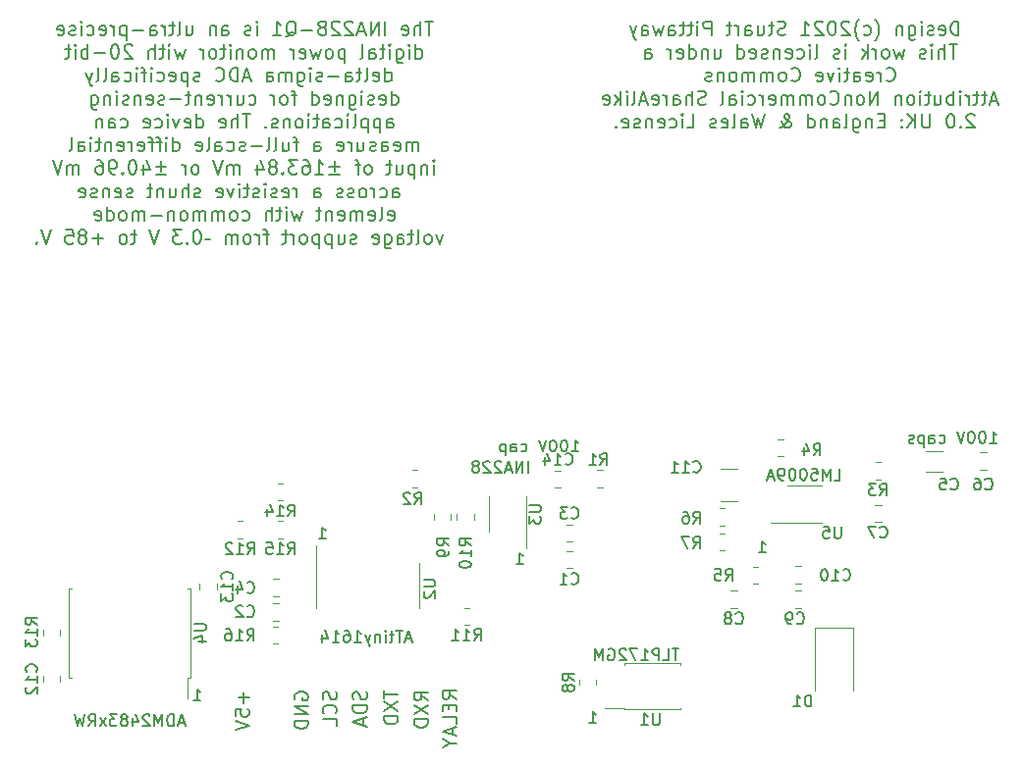
<source format=gbr>
G04 #@! TF.GenerationSoftware,KiCad,Pcbnew,(5.1.5)-3*
G04 #@! TF.CreationDate,2021-04-30T10:03:26+01:00*
G04 #@! TF.ProjectId,CurrentShuntCircuit,43757272-656e-4745-9368-756e74436972,1*
G04 #@! TF.SameCoordinates,Original*
G04 #@! TF.FileFunction,Legend,Bot*
G04 #@! TF.FilePolarity,Positive*
%FSLAX46Y46*%
G04 Gerber Fmt 4.6, Leading zero omitted, Abs format (unit mm)*
G04 Created by KiCad (PCBNEW (5.1.5)-3) date 2021-04-30 10:03:26*
%MOMM*%
%LPD*%
G04 APERTURE LIST*
%ADD10C,0.150000*%
%ADD11C,0.200000*%
%ADD12C,0.120000*%
G04 APERTURE END LIST*
D10*
X189609523Y-102512380D02*
X190180952Y-102512380D01*
X189895238Y-102512380D02*
X189895238Y-101512380D01*
X189990476Y-101655238D01*
X190085714Y-101750476D01*
X190180952Y-101798095D01*
X188990476Y-101512380D02*
X188895238Y-101512380D01*
X188800000Y-101560000D01*
X188752380Y-101607619D01*
X188704761Y-101702857D01*
X188657142Y-101893333D01*
X188657142Y-102131428D01*
X188704761Y-102321904D01*
X188752380Y-102417142D01*
X188800000Y-102464761D01*
X188895238Y-102512380D01*
X188990476Y-102512380D01*
X189085714Y-102464761D01*
X189133333Y-102417142D01*
X189180952Y-102321904D01*
X189228571Y-102131428D01*
X189228571Y-101893333D01*
X189180952Y-101702857D01*
X189133333Y-101607619D01*
X189085714Y-101560000D01*
X188990476Y-101512380D01*
X188038095Y-101512380D02*
X187942857Y-101512380D01*
X187847619Y-101560000D01*
X187800000Y-101607619D01*
X187752380Y-101702857D01*
X187704761Y-101893333D01*
X187704761Y-102131428D01*
X187752380Y-102321904D01*
X187800000Y-102417142D01*
X187847619Y-102464761D01*
X187942857Y-102512380D01*
X188038095Y-102512380D01*
X188133333Y-102464761D01*
X188180952Y-102417142D01*
X188228571Y-102321904D01*
X188276190Y-102131428D01*
X188276190Y-101893333D01*
X188228571Y-101702857D01*
X188180952Y-101607619D01*
X188133333Y-101560000D01*
X188038095Y-101512380D01*
X187419047Y-101512380D02*
X187085714Y-102512380D01*
X186752380Y-101512380D01*
X185228571Y-102464761D02*
X185323809Y-102512380D01*
X185514285Y-102512380D01*
X185609523Y-102464761D01*
X185657142Y-102417142D01*
X185704761Y-102321904D01*
X185704761Y-102036190D01*
X185657142Y-101940952D01*
X185609523Y-101893333D01*
X185514285Y-101845714D01*
X185323809Y-101845714D01*
X185228571Y-101893333D01*
X184371428Y-102512380D02*
X184371428Y-101988571D01*
X184419047Y-101893333D01*
X184514285Y-101845714D01*
X184704761Y-101845714D01*
X184800000Y-101893333D01*
X184371428Y-102464761D02*
X184466666Y-102512380D01*
X184704761Y-102512380D01*
X184800000Y-102464761D01*
X184847619Y-102369523D01*
X184847619Y-102274285D01*
X184800000Y-102179047D01*
X184704761Y-102131428D01*
X184466666Y-102131428D01*
X184371428Y-102083809D01*
X183895238Y-101845714D02*
X183895238Y-102845714D01*
X183895238Y-101893333D02*
X183800000Y-101845714D01*
X183609523Y-101845714D01*
X183514285Y-101893333D01*
X183466666Y-101940952D01*
X183419047Y-102036190D01*
X183419047Y-102321904D01*
X183466666Y-102417142D01*
X183514285Y-102464761D01*
X183609523Y-102512380D01*
X183800000Y-102512380D01*
X183895238Y-102464761D01*
X225674285Y-101772380D02*
X226245714Y-101772380D01*
X225960000Y-101772380D02*
X225960000Y-100772380D01*
X226055238Y-100915238D01*
X226150476Y-101010476D01*
X226245714Y-101058095D01*
X225055238Y-100772380D02*
X224960000Y-100772380D01*
X224864761Y-100820000D01*
X224817142Y-100867619D01*
X224769523Y-100962857D01*
X224721904Y-101153333D01*
X224721904Y-101391428D01*
X224769523Y-101581904D01*
X224817142Y-101677142D01*
X224864761Y-101724761D01*
X224960000Y-101772380D01*
X225055238Y-101772380D01*
X225150476Y-101724761D01*
X225198095Y-101677142D01*
X225245714Y-101581904D01*
X225293333Y-101391428D01*
X225293333Y-101153333D01*
X225245714Y-100962857D01*
X225198095Y-100867619D01*
X225150476Y-100820000D01*
X225055238Y-100772380D01*
X224102857Y-100772380D02*
X224007619Y-100772380D01*
X223912380Y-100820000D01*
X223864761Y-100867619D01*
X223817142Y-100962857D01*
X223769523Y-101153333D01*
X223769523Y-101391428D01*
X223817142Y-101581904D01*
X223864761Y-101677142D01*
X223912380Y-101724761D01*
X224007619Y-101772380D01*
X224102857Y-101772380D01*
X224198095Y-101724761D01*
X224245714Y-101677142D01*
X224293333Y-101581904D01*
X224340952Y-101391428D01*
X224340952Y-101153333D01*
X224293333Y-100962857D01*
X224245714Y-100867619D01*
X224198095Y-100820000D01*
X224102857Y-100772380D01*
X223483809Y-100772380D02*
X223150476Y-101772380D01*
X222817142Y-100772380D01*
X221293333Y-101724761D02*
X221388571Y-101772380D01*
X221579047Y-101772380D01*
X221674285Y-101724761D01*
X221721904Y-101677142D01*
X221769523Y-101581904D01*
X221769523Y-101296190D01*
X221721904Y-101200952D01*
X221674285Y-101153333D01*
X221579047Y-101105714D01*
X221388571Y-101105714D01*
X221293333Y-101153333D01*
X220436190Y-101772380D02*
X220436190Y-101248571D01*
X220483809Y-101153333D01*
X220579047Y-101105714D01*
X220769523Y-101105714D01*
X220864761Y-101153333D01*
X220436190Y-101724761D02*
X220531428Y-101772380D01*
X220769523Y-101772380D01*
X220864761Y-101724761D01*
X220912380Y-101629523D01*
X220912380Y-101534285D01*
X220864761Y-101439047D01*
X220769523Y-101391428D01*
X220531428Y-101391428D01*
X220436190Y-101343809D01*
X219960000Y-101105714D02*
X219960000Y-102105714D01*
X219960000Y-101153333D02*
X219864761Y-101105714D01*
X219674285Y-101105714D01*
X219579047Y-101153333D01*
X219531428Y-101200952D01*
X219483809Y-101296190D01*
X219483809Y-101581904D01*
X219531428Y-101677142D01*
X219579047Y-101724761D01*
X219674285Y-101772380D01*
X219864761Y-101772380D01*
X219960000Y-101724761D01*
X219102857Y-101724761D02*
X219007619Y-101772380D01*
X218817142Y-101772380D01*
X218721904Y-101724761D01*
X218674285Y-101629523D01*
X218674285Y-101581904D01*
X218721904Y-101486666D01*
X218817142Y-101439047D01*
X218960000Y-101439047D01*
X219055238Y-101391428D01*
X219102857Y-101296190D01*
X219102857Y-101248571D01*
X219055238Y-101153333D01*
X218960000Y-101105714D01*
X218817142Y-101105714D01*
X218721904Y-101153333D01*
X179652857Y-123859642D02*
X179081428Y-123459642D01*
X179652857Y-123173928D02*
X178452857Y-123173928D01*
X178452857Y-123631071D01*
X178510000Y-123745357D01*
X178567142Y-123802500D01*
X178681428Y-123859642D01*
X178852857Y-123859642D01*
X178967142Y-123802500D01*
X179024285Y-123745357D01*
X179081428Y-123631071D01*
X179081428Y-123173928D01*
X179024285Y-124373928D02*
X179024285Y-124773928D01*
X179652857Y-124945357D02*
X179652857Y-124373928D01*
X178452857Y-124373928D01*
X178452857Y-124945357D01*
X179652857Y-126031071D02*
X179652857Y-125459642D01*
X178452857Y-125459642D01*
X179310000Y-126373928D02*
X179310000Y-126945357D01*
X179652857Y-126259642D02*
X178452857Y-126659642D01*
X179652857Y-127059642D01*
X179081428Y-127688214D02*
X179652857Y-127688214D01*
X178452857Y-127288214D02*
X179081428Y-127688214D01*
X178452857Y-128088214D01*
X177212857Y-123976785D02*
X176641428Y-123576785D01*
X177212857Y-123291071D02*
X176012857Y-123291071D01*
X176012857Y-123748214D01*
X176070000Y-123862499D01*
X176127142Y-123919642D01*
X176241428Y-123976785D01*
X176412857Y-123976785D01*
X176527142Y-123919642D01*
X176584285Y-123862499D01*
X176641428Y-123748214D01*
X176641428Y-123291071D01*
X176012857Y-124376785D02*
X177212857Y-125176785D01*
X176012857Y-125176785D02*
X177212857Y-124376785D01*
X177212857Y-125633928D02*
X176012857Y-125633928D01*
X176012857Y-125919642D01*
X176070000Y-126091071D01*
X176184285Y-126205356D01*
X176298571Y-126262499D01*
X176527142Y-126319642D01*
X176698571Y-126319642D01*
X176927142Y-126262499D01*
X177041428Y-126205356D01*
X177155714Y-126091071D01*
X177212857Y-125919642D01*
X177212857Y-125633928D01*
X173412857Y-123119642D02*
X173412857Y-123805357D01*
X174612857Y-123462500D02*
X173412857Y-123462500D01*
X173412857Y-124091071D02*
X174612857Y-124891071D01*
X173412857Y-124891071D02*
X174612857Y-124091071D01*
X174612857Y-125348214D02*
X173412857Y-125348214D01*
X173412857Y-125633928D01*
X173470000Y-125805357D01*
X173584285Y-125919642D01*
X173698571Y-125976785D01*
X173927142Y-126033928D01*
X174098571Y-126033928D01*
X174327142Y-125976785D01*
X174441428Y-125919642D01*
X174555714Y-125805357D01*
X174612857Y-125633928D01*
X174612857Y-125348214D01*
X171875714Y-123233928D02*
X171932857Y-123405357D01*
X171932857Y-123691071D01*
X171875714Y-123805357D01*
X171818571Y-123862500D01*
X171704285Y-123919643D01*
X171590000Y-123919643D01*
X171475714Y-123862500D01*
X171418571Y-123805357D01*
X171361428Y-123691071D01*
X171304285Y-123462500D01*
X171247142Y-123348214D01*
X171190000Y-123291071D01*
X171075714Y-123233928D01*
X170961428Y-123233928D01*
X170847142Y-123291071D01*
X170790000Y-123348214D01*
X170732857Y-123462500D01*
X170732857Y-123748214D01*
X170790000Y-123919643D01*
X171932857Y-124433928D02*
X170732857Y-124433928D01*
X170732857Y-124719643D01*
X170790000Y-124891071D01*
X170904285Y-125005357D01*
X171018571Y-125062500D01*
X171247142Y-125119643D01*
X171418571Y-125119643D01*
X171647142Y-125062500D01*
X171761428Y-125005357D01*
X171875714Y-124891071D01*
X171932857Y-124719643D01*
X171932857Y-124433928D01*
X171590000Y-125576786D02*
X171590000Y-126148214D01*
X171932857Y-125462500D02*
X170732857Y-125862500D01*
X171932857Y-126262500D01*
X169275714Y-123233928D02*
X169332857Y-123405357D01*
X169332857Y-123691071D01*
X169275714Y-123805357D01*
X169218571Y-123862500D01*
X169104285Y-123919643D01*
X168990000Y-123919643D01*
X168875714Y-123862500D01*
X168818571Y-123805357D01*
X168761428Y-123691071D01*
X168704285Y-123462500D01*
X168647142Y-123348214D01*
X168590000Y-123291071D01*
X168475714Y-123233928D01*
X168361428Y-123233928D01*
X168247142Y-123291071D01*
X168190000Y-123348214D01*
X168132857Y-123462500D01*
X168132857Y-123748214D01*
X168190000Y-123919643D01*
X169218571Y-125119643D02*
X169275714Y-125062500D01*
X169332857Y-124891071D01*
X169332857Y-124776785D01*
X169275714Y-124605357D01*
X169161428Y-124491071D01*
X169047142Y-124433928D01*
X168818571Y-124376785D01*
X168647142Y-124376785D01*
X168418571Y-124433928D01*
X168304285Y-124491071D01*
X168190000Y-124605357D01*
X168132857Y-124776785D01*
X168132857Y-124891071D01*
X168190000Y-125062500D01*
X168247142Y-125119643D01*
X169332857Y-126205357D02*
X169332857Y-125633928D01*
X168132857Y-125633928D01*
X161325714Y-123291071D02*
X161325714Y-124205357D01*
X161782857Y-123748214D02*
X160868571Y-123748214D01*
X160582857Y-125348214D02*
X160582857Y-124776785D01*
X161154285Y-124719642D01*
X161097142Y-124776785D01*
X161040000Y-124891071D01*
X161040000Y-125176785D01*
X161097142Y-125291071D01*
X161154285Y-125348214D01*
X161268571Y-125405357D01*
X161554285Y-125405357D01*
X161668571Y-125348214D01*
X161725714Y-125291071D01*
X161782857Y-125176785D01*
X161782857Y-124891071D01*
X161725714Y-124776785D01*
X161668571Y-124719642D01*
X160582857Y-125748214D02*
X161782857Y-126148214D01*
X160582857Y-126548214D01*
X165740000Y-123919642D02*
X165682857Y-123805357D01*
X165682857Y-123633928D01*
X165740000Y-123462500D01*
X165854285Y-123348214D01*
X165968571Y-123291071D01*
X166197142Y-123233928D01*
X166368571Y-123233928D01*
X166597142Y-123291071D01*
X166711428Y-123348214D01*
X166825714Y-123462500D01*
X166882857Y-123633928D01*
X166882857Y-123748214D01*
X166825714Y-123919642D01*
X166768571Y-123976785D01*
X166368571Y-123976785D01*
X166368571Y-123748214D01*
X166882857Y-124491071D02*
X165682857Y-124491071D01*
X166882857Y-125176785D01*
X165682857Y-125176785D01*
X166882857Y-125748214D02*
X165682857Y-125748214D01*
X165682857Y-126033928D01*
X165740000Y-126205357D01*
X165854285Y-126319642D01*
X165968571Y-126376785D01*
X166197142Y-126433928D01*
X166368571Y-126433928D01*
X166597142Y-126376785D01*
X166711428Y-126319642D01*
X166825714Y-126205357D01*
X166882857Y-126033928D01*
X166882857Y-125748214D01*
D11*
X222964285Y-66572857D02*
X222964285Y-65372857D01*
X222678571Y-65372857D01*
X222507142Y-65430000D01*
X222392857Y-65544285D01*
X222335714Y-65658571D01*
X222278571Y-65887142D01*
X222278571Y-66058571D01*
X222335714Y-66287142D01*
X222392857Y-66401428D01*
X222507142Y-66515714D01*
X222678571Y-66572857D01*
X222964285Y-66572857D01*
X221307142Y-66515714D02*
X221421428Y-66572857D01*
X221650000Y-66572857D01*
X221764285Y-66515714D01*
X221821428Y-66401428D01*
X221821428Y-65944285D01*
X221764285Y-65830000D01*
X221650000Y-65772857D01*
X221421428Y-65772857D01*
X221307142Y-65830000D01*
X221250000Y-65944285D01*
X221250000Y-66058571D01*
X221821428Y-66172857D01*
X220792857Y-66515714D02*
X220678571Y-66572857D01*
X220450000Y-66572857D01*
X220335714Y-66515714D01*
X220278571Y-66401428D01*
X220278571Y-66344285D01*
X220335714Y-66230000D01*
X220450000Y-66172857D01*
X220621428Y-66172857D01*
X220735714Y-66115714D01*
X220792857Y-66001428D01*
X220792857Y-65944285D01*
X220735714Y-65830000D01*
X220621428Y-65772857D01*
X220450000Y-65772857D01*
X220335714Y-65830000D01*
X219764285Y-66572857D02*
X219764285Y-65772857D01*
X219764285Y-65372857D02*
X219821428Y-65430000D01*
X219764285Y-65487142D01*
X219707142Y-65430000D01*
X219764285Y-65372857D01*
X219764285Y-65487142D01*
X218678571Y-65772857D02*
X218678571Y-66744285D01*
X218735714Y-66858571D01*
X218792857Y-66915714D01*
X218907142Y-66972857D01*
X219078571Y-66972857D01*
X219192857Y-66915714D01*
X218678571Y-66515714D02*
X218792857Y-66572857D01*
X219021428Y-66572857D01*
X219135714Y-66515714D01*
X219192857Y-66458571D01*
X219250000Y-66344285D01*
X219250000Y-66001428D01*
X219192857Y-65887142D01*
X219135714Y-65830000D01*
X219021428Y-65772857D01*
X218792857Y-65772857D01*
X218678571Y-65830000D01*
X218107142Y-65772857D02*
X218107142Y-66572857D01*
X218107142Y-65887142D02*
X218050000Y-65830000D01*
X217935714Y-65772857D01*
X217764285Y-65772857D01*
X217650000Y-65830000D01*
X217592857Y-65944285D01*
X217592857Y-66572857D01*
X215764285Y-67030000D02*
X215821428Y-66972857D01*
X215935714Y-66801428D01*
X215992857Y-66687142D01*
X216050000Y-66515714D01*
X216107142Y-66230000D01*
X216107142Y-66001428D01*
X216050000Y-65715714D01*
X215992857Y-65544285D01*
X215935714Y-65430000D01*
X215821428Y-65258571D01*
X215764285Y-65201428D01*
X214792857Y-66515714D02*
X214907142Y-66572857D01*
X215135714Y-66572857D01*
X215250000Y-66515714D01*
X215307142Y-66458571D01*
X215364285Y-66344285D01*
X215364285Y-66001428D01*
X215307142Y-65887142D01*
X215250000Y-65830000D01*
X215135714Y-65772857D01*
X214907142Y-65772857D01*
X214792857Y-65830000D01*
X214392857Y-67030000D02*
X214335714Y-66972857D01*
X214221428Y-66801428D01*
X214164285Y-66687142D01*
X214107142Y-66515714D01*
X214050000Y-66230000D01*
X214050000Y-66001428D01*
X214107142Y-65715714D01*
X214164285Y-65544285D01*
X214221428Y-65430000D01*
X214335714Y-65258571D01*
X214392857Y-65201428D01*
X213535714Y-65487142D02*
X213478571Y-65430000D01*
X213364285Y-65372857D01*
X213078571Y-65372857D01*
X212964285Y-65430000D01*
X212907142Y-65487142D01*
X212850000Y-65601428D01*
X212850000Y-65715714D01*
X212907142Y-65887142D01*
X213592857Y-66572857D01*
X212850000Y-66572857D01*
X212107142Y-65372857D02*
X211992857Y-65372857D01*
X211878571Y-65430000D01*
X211821428Y-65487142D01*
X211764285Y-65601428D01*
X211707142Y-65830000D01*
X211707142Y-66115714D01*
X211764285Y-66344285D01*
X211821428Y-66458571D01*
X211878571Y-66515714D01*
X211992857Y-66572857D01*
X212107142Y-66572857D01*
X212221428Y-66515714D01*
X212278571Y-66458571D01*
X212335714Y-66344285D01*
X212392857Y-66115714D01*
X212392857Y-65830000D01*
X212335714Y-65601428D01*
X212278571Y-65487142D01*
X212221428Y-65430000D01*
X212107142Y-65372857D01*
X211250000Y-65487142D02*
X211192857Y-65430000D01*
X211078571Y-65372857D01*
X210792857Y-65372857D01*
X210678571Y-65430000D01*
X210621428Y-65487142D01*
X210564285Y-65601428D01*
X210564285Y-65715714D01*
X210621428Y-65887142D01*
X211307142Y-66572857D01*
X210564285Y-66572857D01*
X209421428Y-66572857D02*
X210107142Y-66572857D01*
X209764285Y-66572857D02*
X209764285Y-65372857D01*
X209878571Y-65544285D01*
X209992857Y-65658571D01*
X210107142Y-65715714D01*
X208050000Y-66515714D02*
X207878571Y-66572857D01*
X207592857Y-66572857D01*
X207478571Y-66515714D01*
X207421428Y-66458571D01*
X207364285Y-66344285D01*
X207364285Y-66230000D01*
X207421428Y-66115714D01*
X207478571Y-66058571D01*
X207592857Y-66001428D01*
X207821428Y-65944285D01*
X207935714Y-65887142D01*
X207992857Y-65830000D01*
X208050000Y-65715714D01*
X208050000Y-65601428D01*
X207992857Y-65487142D01*
X207935714Y-65430000D01*
X207821428Y-65372857D01*
X207535714Y-65372857D01*
X207364285Y-65430000D01*
X207021428Y-65772857D02*
X206564285Y-65772857D01*
X206850000Y-65372857D02*
X206850000Y-66401428D01*
X206792857Y-66515714D01*
X206678571Y-66572857D01*
X206564285Y-66572857D01*
X205650000Y-65772857D02*
X205650000Y-66572857D01*
X206164285Y-65772857D02*
X206164285Y-66401428D01*
X206107142Y-66515714D01*
X205992857Y-66572857D01*
X205821428Y-66572857D01*
X205707142Y-66515714D01*
X205650000Y-66458571D01*
X204564285Y-66572857D02*
X204564285Y-65944285D01*
X204621428Y-65830000D01*
X204735714Y-65772857D01*
X204964285Y-65772857D01*
X205078571Y-65830000D01*
X204564285Y-66515714D02*
X204678571Y-66572857D01*
X204964285Y-66572857D01*
X205078571Y-66515714D01*
X205135714Y-66401428D01*
X205135714Y-66287142D01*
X205078571Y-66172857D01*
X204964285Y-66115714D01*
X204678571Y-66115714D01*
X204564285Y-66058571D01*
X203992857Y-66572857D02*
X203992857Y-65772857D01*
X203992857Y-66001428D02*
X203935714Y-65887142D01*
X203878571Y-65830000D01*
X203764285Y-65772857D01*
X203650000Y-65772857D01*
X203421428Y-65772857D02*
X202964285Y-65772857D01*
X203250000Y-65372857D02*
X203250000Y-66401428D01*
X203192857Y-66515714D01*
X203078571Y-66572857D01*
X202964285Y-66572857D01*
X201650000Y-66572857D02*
X201650000Y-65372857D01*
X201192857Y-65372857D01*
X201078571Y-65430000D01*
X201021428Y-65487142D01*
X200964285Y-65601428D01*
X200964285Y-65772857D01*
X201021428Y-65887142D01*
X201078571Y-65944285D01*
X201192857Y-66001428D01*
X201650000Y-66001428D01*
X200450000Y-66572857D02*
X200450000Y-65772857D01*
X200450000Y-65372857D02*
X200507142Y-65430000D01*
X200450000Y-65487142D01*
X200392857Y-65430000D01*
X200450000Y-65372857D01*
X200450000Y-65487142D01*
X200050000Y-65772857D02*
X199592857Y-65772857D01*
X199878571Y-65372857D02*
X199878571Y-66401428D01*
X199821428Y-66515714D01*
X199707142Y-66572857D01*
X199592857Y-66572857D01*
X199364285Y-65772857D02*
X198907142Y-65772857D01*
X199192857Y-65372857D02*
X199192857Y-66401428D01*
X199135714Y-66515714D01*
X199021428Y-66572857D01*
X198907142Y-66572857D01*
X197992857Y-66572857D02*
X197992857Y-65944285D01*
X198050000Y-65830000D01*
X198164285Y-65772857D01*
X198392857Y-65772857D01*
X198507142Y-65830000D01*
X197992857Y-66515714D02*
X198107142Y-66572857D01*
X198392857Y-66572857D01*
X198507142Y-66515714D01*
X198564285Y-66401428D01*
X198564285Y-66287142D01*
X198507142Y-66172857D01*
X198392857Y-66115714D01*
X198107142Y-66115714D01*
X197992857Y-66058571D01*
X197535714Y-65772857D02*
X197307142Y-66572857D01*
X197078571Y-66001428D01*
X196850000Y-66572857D01*
X196621428Y-65772857D01*
X195650000Y-66572857D02*
X195650000Y-65944285D01*
X195707142Y-65830000D01*
X195821428Y-65772857D01*
X196050000Y-65772857D01*
X196164285Y-65830000D01*
X195650000Y-66515714D02*
X195764285Y-66572857D01*
X196050000Y-66572857D01*
X196164285Y-66515714D01*
X196221428Y-66401428D01*
X196221428Y-66287142D01*
X196164285Y-66172857D01*
X196050000Y-66115714D01*
X195764285Y-66115714D01*
X195650000Y-66058571D01*
X195192857Y-65772857D02*
X194907142Y-66572857D01*
X194621428Y-65772857D02*
X194907142Y-66572857D01*
X195021428Y-66858571D01*
X195078571Y-66915714D01*
X195192857Y-66972857D01*
X222821428Y-67372857D02*
X222135714Y-67372857D01*
X222478571Y-68572857D02*
X222478571Y-67372857D01*
X221735714Y-68572857D02*
X221735714Y-67372857D01*
X221221428Y-68572857D02*
X221221428Y-67944285D01*
X221278571Y-67830000D01*
X221392857Y-67772857D01*
X221564285Y-67772857D01*
X221678571Y-67830000D01*
X221735714Y-67887142D01*
X220650000Y-68572857D02*
X220650000Y-67772857D01*
X220650000Y-67372857D02*
X220707142Y-67430000D01*
X220650000Y-67487142D01*
X220592857Y-67430000D01*
X220650000Y-67372857D01*
X220650000Y-67487142D01*
X220135714Y-68515714D02*
X220021428Y-68572857D01*
X219792857Y-68572857D01*
X219678571Y-68515714D01*
X219621428Y-68401428D01*
X219621428Y-68344285D01*
X219678571Y-68230000D01*
X219792857Y-68172857D01*
X219964285Y-68172857D01*
X220078571Y-68115714D01*
X220135714Y-68001428D01*
X220135714Y-67944285D01*
X220078571Y-67830000D01*
X219964285Y-67772857D01*
X219792857Y-67772857D01*
X219678571Y-67830000D01*
X218307142Y-67772857D02*
X218078571Y-68572857D01*
X217850000Y-68001428D01*
X217621428Y-68572857D01*
X217392857Y-67772857D01*
X216764285Y-68572857D02*
X216878571Y-68515714D01*
X216935714Y-68458571D01*
X216992857Y-68344285D01*
X216992857Y-68001428D01*
X216935714Y-67887142D01*
X216878571Y-67830000D01*
X216764285Y-67772857D01*
X216592857Y-67772857D01*
X216478571Y-67830000D01*
X216421428Y-67887142D01*
X216364285Y-68001428D01*
X216364285Y-68344285D01*
X216421428Y-68458571D01*
X216478571Y-68515714D01*
X216592857Y-68572857D01*
X216764285Y-68572857D01*
X215850000Y-68572857D02*
X215850000Y-67772857D01*
X215850000Y-68001428D02*
X215792857Y-67887142D01*
X215735714Y-67830000D01*
X215621428Y-67772857D01*
X215507142Y-67772857D01*
X215107142Y-68572857D02*
X215107142Y-67372857D01*
X214992857Y-68115714D02*
X214650000Y-68572857D01*
X214650000Y-67772857D02*
X215107142Y-68230000D01*
X213221428Y-68572857D02*
X213221428Y-67772857D01*
X213221428Y-67372857D02*
X213278571Y-67430000D01*
X213221428Y-67487142D01*
X213164285Y-67430000D01*
X213221428Y-67372857D01*
X213221428Y-67487142D01*
X212707142Y-68515714D02*
X212592857Y-68572857D01*
X212364285Y-68572857D01*
X212250000Y-68515714D01*
X212192857Y-68401428D01*
X212192857Y-68344285D01*
X212250000Y-68230000D01*
X212364285Y-68172857D01*
X212535714Y-68172857D01*
X212650000Y-68115714D01*
X212707142Y-68001428D01*
X212707142Y-67944285D01*
X212650000Y-67830000D01*
X212535714Y-67772857D01*
X212364285Y-67772857D01*
X212250000Y-67830000D01*
X210592857Y-68572857D02*
X210707142Y-68515714D01*
X210764285Y-68401428D01*
X210764285Y-67372857D01*
X210135714Y-68572857D02*
X210135714Y-67772857D01*
X210135714Y-67372857D02*
X210192857Y-67430000D01*
X210135714Y-67487142D01*
X210078571Y-67430000D01*
X210135714Y-67372857D01*
X210135714Y-67487142D01*
X209050000Y-68515714D02*
X209164285Y-68572857D01*
X209392857Y-68572857D01*
X209507142Y-68515714D01*
X209564285Y-68458571D01*
X209621428Y-68344285D01*
X209621428Y-68001428D01*
X209564285Y-67887142D01*
X209507142Y-67830000D01*
X209392857Y-67772857D01*
X209164285Y-67772857D01*
X209050000Y-67830000D01*
X208078571Y-68515714D02*
X208192857Y-68572857D01*
X208421428Y-68572857D01*
X208535714Y-68515714D01*
X208592857Y-68401428D01*
X208592857Y-67944285D01*
X208535714Y-67830000D01*
X208421428Y-67772857D01*
X208192857Y-67772857D01*
X208078571Y-67830000D01*
X208021428Y-67944285D01*
X208021428Y-68058571D01*
X208592857Y-68172857D01*
X207507142Y-67772857D02*
X207507142Y-68572857D01*
X207507142Y-67887142D02*
X207450000Y-67830000D01*
X207335714Y-67772857D01*
X207164285Y-67772857D01*
X207050000Y-67830000D01*
X206992857Y-67944285D01*
X206992857Y-68572857D01*
X206478571Y-68515714D02*
X206364285Y-68572857D01*
X206135714Y-68572857D01*
X206021428Y-68515714D01*
X205964285Y-68401428D01*
X205964285Y-68344285D01*
X206021428Y-68230000D01*
X206135714Y-68172857D01*
X206307142Y-68172857D01*
X206421428Y-68115714D01*
X206478571Y-68001428D01*
X206478571Y-67944285D01*
X206421428Y-67830000D01*
X206307142Y-67772857D01*
X206135714Y-67772857D01*
X206021428Y-67830000D01*
X204992857Y-68515714D02*
X205107142Y-68572857D01*
X205335714Y-68572857D01*
X205450000Y-68515714D01*
X205507142Y-68401428D01*
X205507142Y-67944285D01*
X205450000Y-67830000D01*
X205335714Y-67772857D01*
X205107142Y-67772857D01*
X204992857Y-67830000D01*
X204935714Y-67944285D01*
X204935714Y-68058571D01*
X205507142Y-68172857D01*
X203907142Y-68572857D02*
X203907142Y-67372857D01*
X203907142Y-68515714D02*
X204021428Y-68572857D01*
X204250000Y-68572857D01*
X204364285Y-68515714D01*
X204421428Y-68458571D01*
X204478571Y-68344285D01*
X204478571Y-68001428D01*
X204421428Y-67887142D01*
X204364285Y-67830000D01*
X204250000Y-67772857D01*
X204021428Y-67772857D01*
X203907142Y-67830000D01*
X201907142Y-67772857D02*
X201907142Y-68572857D01*
X202421428Y-67772857D02*
X202421428Y-68401428D01*
X202364285Y-68515714D01*
X202250000Y-68572857D01*
X202078571Y-68572857D01*
X201964285Y-68515714D01*
X201907142Y-68458571D01*
X201335714Y-67772857D02*
X201335714Y-68572857D01*
X201335714Y-67887142D02*
X201278571Y-67830000D01*
X201164285Y-67772857D01*
X200992857Y-67772857D01*
X200878571Y-67830000D01*
X200821428Y-67944285D01*
X200821428Y-68572857D01*
X199735714Y-68572857D02*
X199735714Y-67372857D01*
X199735714Y-68515714D02*
X199850000Y-68572857D01*
X200078571Y-68572857D01*
X200192857Y-68515714D01*
X200250000Y-68458571D01*
X200307142Y-68344285D01*
X200307142Y-68001428D01*
X200250000Y-67887142D01*
X200192857Y-67830000D01*
X200078571Y-67772857D01*
X199850000Y-67772857D01*
X199735714Y-67830000D01*
X198707142Y-68515714D02*
X198821428Y-68572857D01*
X199050000Y-68572857D01*
X199164285Y-68515714D01*
X199221428Y-68401428D01*
X199221428Y-67944285D01*
X199164285Y-67830000D01*
X199050000Y-67772857D01*
X198821428Y-67772857D01*
X198707142Y-67830000D01*
X198650000Y-67944285D01*
X198650000Y-68058571D01*
X199221428Y-68172857D01*
X198135714Y-68572857D02*
X198135714Y-67772857D01*
X198135714Y-68001428D02*
X198078571Y-67887142D01*
X198021428Y-67830000D01*
X197907142Y-67772857D01*
X197792857Y-67772857D01*
X195964285Y-68572857D02*
X195964285Y-67944285D01*
X196021428Y-67830000D01*
X196135714Y-67772857D01*
X196364285Y-67772857D01*
X196478571Y-67830000D01*
X195964285Y-68515714D02*
X196078571Y-68572857D01*
X196364285Y-68572857D01*
X196478571Y-68515714D01*
X196535714Y-68401428D01*
X196535714Y-68287142D01*
X196478571Y-68172857D01*
X196364285Y-68115714D01*
X196078571Y-68115714D01*
X195964285Y-68058571D01*
X216735714Y-70458571D02*
X216792857Y-70515714D01*
X216964285Y-70572857D01*
X217078571Y-70572857D01*
X217250000Y-70515714D01*
X217364285Y-70401428D01*
X217421428Y-70287142D01*
X217478571Y-70058571D01*
X217478571Y-69887142D01*
X217421428Y-69658571D01*
X217364285Y-69544285D01*
X217250000Y-69430000D01*
X217078571Y-69372857D01*
X216964285Y-69372857D01*
X216792857Y-69430000D01*
X216735714Y-69487142D01*
X216221428Y-70572857D02*
X216221428Y-69772857D01*
X216221428Y-70001428D02*
X216164285Y-69887142D01*
X216107142Y-69830000D01*
X215992857Y-69772857D01*
X215878571Y-69772857D01*
X215021428Y-70515714D02*
X215135714Y-70572857D01*
X215364285Y-70572857D01*
X215478571Y-70515714D01*
X215535714Y-70401428D01*
X215535714Y-69944285D01*
X215478571Y-69830000D01*
X215364285Y-69772857D01*
X215135714Y-69772857D01*
X215021428Y-69830000D01*
X214964285Y-69944285D01*
X214964285Y-70058571D01*
X215535714Y-70172857D01*
X213935714Y-70572857D02*
X213935714Y-69944285D01*
X213992857Y-69830000D01*
X214107142Y-69772857D01*
X214335714Y-69772857D01*
X214450000Y-69830000D01*
X213935714Y-70515714D02*
X214050000Y-70572857D01*
X214335714Y-70572857D01*
X214450000Y-70515714D01*
X214507142Y-70401428D01*
X214507142Y-70287142D01*
X214450000Y-70172857D01*
X214335714Y-70115714D01*
X214050000Y-70115714D01*
X213935714Y-70058571D01*
X213535714Y-69772857D02*
X213078571Y-69772857D01*
X213364285Y-69372857D02*
X213364285Y-70401428D01*
X213307142Y-70515714D01*
X213192857Y-70572857D01*
X213078571Y-70572857D01*
X212678571Y-70572857D02*
X212678571Y-69772857D01*
X212678571Y-69372857D02*
X212735714Y-69430000D01*
X212678571Y-69487142D01*
X212621428Y-69430000D01*
X212678571Y-69372857D01*
X212678571Y-69487142D01*
X212221428Y-69772857D02*
X211935714Y-70572857D01*
X211650000Y-69772857D01*
X210735714Y-70515714D02*
X210850000Y-70572857D01*
X211078571Y-70572857D01*
X211192857Y-70515714D01*
X211250000Y-70401428D01*
X211250000Y-69944285D01*
X211192857Y-69830000D01*
X211078571Y-69772857D01*
X210850000Y-69772857D01*
X210735714Y-69830000D01*
X210678571Y-69944285D01*
X210678571Y-70058571D01*
X211250000Y-70172857D01*
X208564285Y-70458571D02*
X208621428Y-70515714D01*
X208792857Y-70572857D01*
X208907142Y-70572857D01*
X209078571Y-70515714D01*
X209192857Y-70401428D01*
X209250000Y-70287142D01*
X209307142Y-70058571D01*
X209307142Y-69887142D01*
X209250000Y-69658571D01*
X209192857Y-69544285D01*
X209078571Y-69430000D01*
X208907142Y-69372857D01*
X208792857Y-69372857D01*
X208621428Y-69430000D01*
X208564285Y-69487142D01*
X207878571Y-70572857D02*
X207992857Y-70515714D01*
X208050000Y-70458571D01*
X208107142Y-70344285D01*
X208107142Y-70001428D01*
X208050000Y-69887142D01*
X207992857Y-69830000D01*
X207878571Y-69772857D01*
X207707142Y-69772857D01*
X207592857Y-69830000D01*
X207535714Y-69887142D01*
X207478571Y-70001428D01*
X207478571Y-70344285D01*
X207535714Y-70458571D01*
X207592857Y-70515714D01*
X207707142Y-70572857D01*
X207878571Y-70572857D01*
X206964285Y-70572857D02*
X206964285Y-69772857D01*
X206964285Y-69887142D02*
X206907142Y-69830000D01*
X206792857Y-69772857D01*
X206621428Y-69772857D01*
X206507142Y-69830000D01*
X206450000Y-69944285D01*
X206450000Y-70572857D01*
X206450000Y-69944285D02*
X206392857Y-69830000D01*
X206278571Y-69772857D01*
X206107142Y-69772857D01*
X205992857Y-69830000D01*
X205935714Y-69944285D01*
X205935714Y-70572857D01*
X205364285Y-70572857D02*
X205364285Y-69772857D01*
X205364285Y-69887142D02*
X205307142Y-69830000D01*
X205192857Y-69772857D01*
X205021428Y-69772857D01*
X204907142Y-69830000D01*
X204850000Y-69944285D01*
X204850000Y-70572857D01*
X204850000Y-69944285D02*
X204792857Y-69830000D01*
X204678571Y-69772857D01*
X204507142Y-69772857D01*
X204392857Y-69830000D01*
X204335714Y-69944285D01*
X204335714Y-70572857D01*
X203592857Y-70572857D02*
X203707142Y-70515714D01*
X203764285Y-70458571D01*
X203821428Y-70344285D01*
X203821428Y-70001428D01*
X203764285Y-69887142D01*
X203707142Y-69830000D01*
X203592857Y-69772857D01*
X203421428Y-69772857D01*
X203307142Y-69830000D01*
X203250000Y-69887142D01*
X203192857Y-70001428D01*
X203192857Y-70344285D01*
X203250000Y-70458571D01*
X203307142Y-70515714D01*
X203421428Y-70572857D01*
X203592857Y-70572857D01*
X202678571Y-69772857D02*
X202678571Y-70572857D01*
X202678571Y-69887142D02*
X202621428Y-69830000D01*
X202507142Y-69772857D01*
X202335714Y-69772857D01*
X202221428Y-69830000D01*
X202164285Y-69944285D01*
X202164285Y-70572857D01*
X201650000Y-70515714D02*
X201535714Y-70572857D01*
X201307142Y-70572857D01*
X201192857Y-70515714D01*
X201135714Y-70401428D01*
X201135714Y-70344285D01*
X201192857Y-70230000D01*
X201307142Y-70172857D01*
X201478571Y-70172857D01*
X201592857Y-70115714D01*
X201650000Y-70001428D01*
X201650000Y-69944285D01*
X201592857Y-69830000D01*
X201478571Y-69772857D01*
X201307142Y-69772857D01*
X201192857Y-69830000D01*
X226307142Y-72230000D02*
X225735714Y-72230000D01*
X226421428Y-72572857D02*
X226021428Y-71372857D01*
X225621428Y-72572857D01*
X225392857Y-71772857D02*
X224935714Y-71772857D01*
X225221428Y-71372857D02*
X225221428Y-72401428D01*
X225164285Y-72515714D01*
X225050000Y-72572857D01*
X224935714Y-72572857D01*
X224707142Y-71772857D02*
X224250000Y-71772857D01*
X224535714Y-71372857D02*
X224535714Y-72401428D01*
X224478571Y-72515714D01*
X224364285Y-72572857D01*
X224250000Y-72572857D01*
X223850000Y-72572857D02*
X223850000Y-71772857D01*
X223850000Y-72001428D02*
X223792857Y-71887142D01*
X223735714Y-71830000D01*
X223621428Y-71772857D01*
X223507142Y-71772857D01*
X223107142Y-72572857D02*
X223107142Y-71772857D01*
X223107142Y-71372857D02*
X223164285Y-71430000D01*
X223107142Y-71487142D01*
X223050000Y-71430000D01*
X223107142Y-71372857D01*
X223107142Y-71487142D01*
X222535714Y-72572857D02*
X222535714Y-71372857D01*
X222535714Y-71830000D02*
X222421428Y-71772857D01*
X222192857Y-71772857D01*
X222078571Y-71830000D01*
X222021428Y-71887142D01*
X221964285Y-72001428D01*
X221964285Y-72344285D01*
X222021428Y-72458571D01*
X222078571Y-72515714D01*
X222192857Y-72572857D01*
X222421428Y-72572857D01*
X222535714Y-72515714D01*
X220935714Y-71772857D02*
X220935714Y-72572857D01*
X221450000Y-71772857D02*
X221450000Y-72401428D01*
X221392857Y-72515714D01*
X221278571Y-72572857D01*
X221107142Y-72572857D01*
X220992857Y-72515714D01*
X220935714Y-72458571D01*
X220535714Y-71772857D02*
X220078571Y-71772857D01*
X220364285Y-71372857D02*
X220364285Y-72401428D01*
X220307142Y-72515714D01*
X220192857Y-72572857D01*
X220078571Y-72572857D01*
X219678571Y-72572857D02*
X219678571Y-71772857D01*
X219678571Y-71372857D02*
X219735714Y-71430000D01*
X219678571Y-71487142D01*
X219621428Y-71430000D01*
X219678571Y-71372857D01*
X219678571Y-71487142D01*
X218935714Y-72572857D02*
X219050000Y-72515714D01*
X219107142Y-72458571D01*
X219164285Y-72344285D01*
X219164285Y-72001428D01*
X219107142Y-71887142D01*
X219050000Y-71830000D01*
X218935714Y-71772857D01*
X218764285Y-71772857D01*
X218650000Y-71830000D01*
X218592857Y-71887142D01*
X218535714Y-72001428D01*
X218535714Y-72344285D01*
X218592857Y-72458571D01*
X218650000Y-72515714D01*
X218764285Y-72572857D01*
X218935714Y-72572857D01*
X218021428Y-71772857D02*
X218021428Y-72572857D01*
X218021428Y-71887142D02*
X217964285Y-71830000D01*
X217850000Y-71772857D01*
X217678571Y-71772857D01*
X217564285Y-71830000D01*
X217507142Y-71944285D01*
X217507142Y-72572857D01*
X216021428Y-72572857D02*
X216021428Y-71372857D01*
X215335714Y-72572857D01*
X215335714Y-71372857D01*
X214592857Y-72572857D02*
X214707142Y-72515714D01*
X214764285Y-72458571D01*
X214821428Y-72344285D01*
X214821428Y-72001428D01*
X214764285Y-71887142D01*
X214707142Y-71830000D01*
X214592857Y-71772857D01*
X214421428Y-71772857D01*
X214307142Y-71830000D01*
X214250000Y-71887142D01*
X214192857Y-72001428D01*
X214192857Y-72344285D01*
X214250000Y-72458571D01*
X214307142Y-72515714D01*
X214421428Y-72572857D01*
X214592857Y-72572857D01*
X213678571Y-71772857D02*
X213678571Y-72572857D01*
X213678571Y-71887142D02*
X213621428Y-71830000D01*
X213507142Y-71772857D01*
X213335714Y-71772857D01*
X213221428Y-71830000D01*
X213164285Y-71944285D01*
X213164285Y-72572857D01*
X211907142Y-72458571D02*
X211964285Y-72515714D01*
X212135714Y-72572857D01*
X212250000Y-72572857D01*
X212421428Y-72515714D01*
X212535714Y-72401428D01*
X212592857Y-72287142D01*
X212650000Y-72058571D01*
X212650000Y-71887142D01*
X212592857Y-71658571D01*
X212535714Y-71544285D01*
X212421428Y-71430000D01*
X212250000Y-71372857D01*
X212135714Y-71372857D01*
X211964285Y-71430000D01*
X211907142Y-71487142D01*
X211221428Y-72572857D02*
X211335714Y-72515714D01*
X211392857Y-72458571D01*
X211450000Y-72344285D01*
X211450000Y-72001428D01*
X211392857Y-71887142D01*
X211335714Y-71830000D01*
X211221428Y-71772857D01*
X211050000Y-71772857D01*
X210935714Y-71830000D01*
X210878571Y-71887142D01*
X210821428Y-72001428D01*
X210821428Y-72344285D01*
X210878571Y-72458571D01*
X210935714Y-72515714D01*
X211050000Y-72572857D01*
X211221428Y-72572857D01*
X210307142Y-72572857D02*
X210307142Y-71772857D01*
X210307142Y-71887142D02*
X210250000Y-71830000D01*
X210135714Y-71772857D01*
X209964285Y-71772857D01*
X209850000Y-71830000D01*
X209792857Y-71944285D01*
X209792857Y-72572857D01*
X209792857Y-71944285D02*
X209735714Y-71830000D01*
X209621428Y-71772857D01*
X209450000Y-71772857D01*
X209335714Y-71830000D01*
X209278571Y-71944285D01*
X209278571Y-72572857D01*
X208707142Y-72572857D02*
X208707142Y-71772857D01*
X208707142Y-71887142D02*
X208650000Y-71830000D01*
X208535714Y-71772857D01*
X208364285Y-71772857D01*
X208250000Y-71830000D01*
X208192857Y-71944285D01*
X208192857Y-72572857D01*
X208192857Y-71944285D02*
X208135714Y-71830000D01*
X208021428Y-71772857D01*
X207850000Y-71772857D01*
X207735714Y-71830000D01*
X207678571Y-71944285D01*
X207678571Y-72572857D01*
X206649999Y-72515714D02*
X206764285Y-72572857D01*
X206992857Y-72572857D01*
X207107142Y-72515714D01*
X207164285Y-72401428D01*
X207164285Y-71944285D01*
X207107142Y-71830000D01*
X206992857Y-71772857D01*
X206764285Y-71772857D01*
X206649999Y-71830000D01*
X206592857Y-71944285D01*
X206592857Y-72058571D01*
X207164285Y-72172857D01*
X206078571Y-72572857D02*
X206078571Y-71772857D01*
X206078571Y-72001428D02*
X206021428Y-71887142D01*
X205964285Y-71830000D01*
X205849999Y-71772857D01*
X205735714Y-71772857D01*
X204821428Y-72515714D02*
X204935714Y-72572857D01*
X205164285Y-72572857D01*
X205278571Y-72515714D01*
X205335714Y-72458571D01*
X205392857Y-72344285D01*
X205392857Y-72001428D01*
X205335714Y-71887142D01*
X205278571Y-71830000D01*
X205164285Y-71772857D01*
X204935714Y-71772857D01*
X204821428Y-71830000D01*
X204307142Y-72572857D02*
X204307142Y-71772857D01*
X204307142Y-71372857D02*
X204364285Y-71430000D01*
X204307142Y-71487142D01*
X204249999Y-71430000D01*
X204307142Y-71372857D01*
X204307142Y-71487142D01*
X203221428Y-72572857D02*
X203221428Y-71944285D01*
X203278571Y-71830000D01*
X203392857Y-71772857D01*
X203621428Y-71772857D01*
X203735714Y-71830000D01*
X203221428Y-72515714D02*
X203335714Y-72572857D01*
X203621428Y-72572857D01*
X203735714Y-72515714D01*
X203792857Y-72401428D01*
X203792857Y-72287142D01*
X203735714Y-72172857D01*
X203621428Y-72115714D01*
X203335714Y-72115714D01*
X203221428Y-72058571D01*
X202478571Y-72572857D02*
X202592857Y-72515714D01*
X202649999Y-72401428D01*
X202649999Y-71372857D01*
X201164285Y-72515714D02*
X200992857Y-72572857D01*
X200707142Y-72572857D01*
X200592857Y-72515714D01*
X200535714Y-72458571D01*
X200478571Y-72344285D01*
X200478571Y-72230000D01*
X200535714Y-72115714D01*
X200592857Y-72058571D01*
X200707142Y-72001428D01*
X200935714Y-71944285D01*
X201049999Y-71887142D01*
X201107142Y-71830000D01*
X201164285Y-71715714D01*
X201164285Y-71601428D01*
X201107142Y-71487142D01*
X201049999Y-71430000D01*
X200935714Y-71372857D01*
X200649999Y-71372857D01*
X200478571Y-71430000D01*
X199964285Y-72572857D02*
X199964285Y-71372857D01*
X199449999Y-72572857D02*
X199449999Y-71944285D01*
X199507142Y-71830000D01*
X199621428Y-71772857D01*
X199792857Y-71772857D01*
X199907142Y-71830000D01*
X199964285Y-71887142D01*
X198364285Y-72572857D02*
X198364285Y-71944285D01*
X198421428Y-71830000D01*
X198535714Y-71772857D01*
X198764285Y-71772857D01*
X198878571Y-71830000D01*
X198364285Y-72515714D02*
X198478571Y-72572857D01*
X198764285Y-72572857D01*
X198878571Y-72515714D01*
X198935714Y-72401428D01*
X198935714Y-72287142D01*
X198878571Y-72172857D01*
X198764285Y-72115714D01*
X198478571Y-72115714D01*
X198364285Y-72058571D01*
X197792857Y-72572857D02*
X197792857Y-71772857D01*
X197792857Y-72001428D02*
X197735714Y-71887142D01*
X197678571Y-71830000D01*
X197564285Y-71772857D01*
X197449999Y-71772857D01*
X196592857Y-72515714D02*
X196707142Y-72572857D01*
X196935714Y-72572857D01*
X197049999Y-72515714D01*
X197107142Y-72401428D01*
X197107142Y-71944285D01*
X197049999Y-71830000D01*
X196935714Y-71772857D01*
X196707142Y-71772857D01*
X196592857Y-71830000D01*
X196535714Y-71944285D01*
X196535714Y-72058571D01*
X197107142Y-72172857D01*
X196078571Y-72230000D02*
X195507142Y-72230000D01*
X196192857Y-72572857D02*
X195792857Y-71372857D01*
X195392857Y-72572857D01*
X194821428Y-72572857D02*
X194935714Y-72515714D01*
X194992857Y-72401428D01*
X194992857Y-71372857D01*
X194364285Y-72572857D02*
X194364285Y-71772857D01*
X194364285Y-71372857D02*
X194421428Y-71430000D01*
X194364285Y-71487142D01*
X194307142Y-71430000D01*
X194364285Y-71372857D01*
X194364285Y-71487142D01*
X193792857Y-72572857D02*
X193792857Y-71372857D01*
X193678571Y-72115714D02*
X193335714Y-72572857D01*
X193335714Y-71772857D02*
X193792857Y-72230000D01*
X192364285Y-72515714D02*
X192478571Y-72572857D01*
X192707142Y-72572857D01*
X192821428Y-72515714D01*
X192878571Y-72401428D01*
X192878571Y-71944285D01*
X192821428Y-71830000D01*
X192707142Y-71772857D01*
X192478571Y-71772857D01*
X192364285Y-71830000D01*
X192307142Y-71944285D01*
X192307142Y-72058571D01*
X192878571Y-72172857D01*
X224335714Y-73487142D02*
X224278571Y-73430000D01*
X224164285Y-73372857D01*
X223878571Y-73372857D01*
X223764285Y-73430000D01*
X223707142Y-73487142D01*
X223650000Y-73601428D01*
X223650000Y-73715714D01*
X223707142Y-73887142D01*
X224392857Y-74572857D01*
X223650000Y-74572857D01*
X223135714Y-74458571D02*
X223078571Y-74515714D01*
X223135714Y-74572857D01*
X223192857Y-74515714D01*
X223135714Y-74458571D01*
X223135714Y-74572857D01*
X222335714Y-73372857D02*
X222221428Y-73372857D01*
X222107142Y-73430000D01*
X222050000Y-73487142D01*
X221992857Y-73601428D01*
X221935714Y-73830000D01*
X221935714Y-74115714D01*
X221992857Y-74344285D01*
X222050000Y-74458571D01*
X222107142Y-74515714D01*
X222221428Y-74572857D01*
X222335714Y-74572857D01*
X222450000Y-74515714D01*
X222507142Y-74458571D01*
X222564285Y-74344285D01*
X222621428Y-74115714D01*
X222621428Y-73830000D01*
X222564285Y-73601428D01*
X222507142Y-73487142D01*
X222450000Y-73430000D01*
X222335714Y-73372857D01*
X220507142Y-73372857D02*
X220507142Y-74344285D01*
X220450000Y-74458571D01*
X220392857Y-74515714D01*
X220278571Y-74572857D01*
X220050000Y-74572857D01*
X219935714Y-74515714D01*
X219878571Y-74458571D01*
X219821428Y-74344285D01*
X219821428Y-73372857D01*
X219250000Y-74572857D02*
X219250000Y-73372857D01*
X218564285Y-74572857D02*
X219078571Y-73887142D01*
X218564285Y-73372857D02*
X219250000Y-74058571D01*
X218050000Y-74458571D02*
X217992857Y-74515714D01*
X218050000Y-74572857D01*
X218107142Y-74515714D01*
X218050000Y-74458571D01*
X218050000Y-74572857D01*
X218050000Y-73830000D02*
X217992857Y-73887142D01*
X218050000Y-73944285D01*
X218107142Y-73887142D01*
X218050000Y-73830000D01*
X218050000Y-73944285D01*
X216564285Y-73944285D02*
X216164285Y-73944285D01*
X215992857Y-74572857D02*
X216564285Y-74572857D01*
X216564285Y-73372857D01*
X215992857Y-73372857D01*
X215478571Y-73772857D02*
X215478571Y-74572857D01*
X215478571Y-73887142D02*
X215421428Y-73830000D01*
X215307142Y-73772857D01*
X215135714Y-73772857D01*
X215021428Y-73830000D01*
X214964285Y-73944285D01*
X214964285Y-74572857D01*
X213878571Y-73772857D02*
X213878571Y-74744285D01*
X213935714Y-74858571D01*
X213992857Y-74915714D01*
X214107142Y-74972857D01*
X214278571Y-74972857D01*
X214392857Y-74915714D01*
X213878571Y-74515714D02*
X213992857Y-74572857D01*
X214221428Y-74572857D01*
X214335714Y-74515714D01*
X214392857Y-74458571D01*
X214450000Y-74344285D01*
X214450000Y-74001428D01*
X214392857Y-73887142D01*
X214335714Y-73830000D01*
X214221428Y-73772857D01*
X213992857Y-73772857D01*
X213878571Y-73830000D01*
X213135714Y-74572857D02*
X213250000Y-74515714D01*
X213307142Y-74401428D01*
X213307142Y-73372857D01*
X212164285Y-74572857D02*
X212164285Y-73944285D01*
X212221428Y-73830000D01*
X212335714Y-73772857D01*
X212564285Y-73772857D01*
X212678571Y-73830000D01*
X212164285Y-74515714D02*
X212278571Y-74572857D01*
X212564285Y-74572857D01*
X212678571Y-74515714D01*
X212735714Y-74401428D01*
X212735714Y-74287142D01*
X212678571Y-74172857D01*
X212564285Y-74115714D01*
X212278571Y-74115714D01*
X212164285Y-74058571D01*
X211592857Y-73772857D02*
X211592857Y-74572857D01*
X211592857Y-73887142D02*
X211535714Y-73830000D01*
X211421428Y-73772857D01*
X211250000Y-73772857D01*
X211135714Y-73830000D01*
X211078571Y-73944285D01*
X211078571Y-74572857D01*
X209992857Y-74572857D02*
X209992857Y-73372857D01*
X209992857Y-74515714D02*
X210107142Y-74572857D01*
X210335714Y-74572857D01*
X210450000Y-74515714D01*
X210507142Y-74458571D01*
X210564285Y-74344285D01*
X210564285Y-74001428D01*
X210507142Y-73887142D01*
X210450000Y-73830000D01*
X210335714Y-73772857D01*
X210107142Y-73772857D01*
X209992857Y-73830000D01*
X207535714Y-74572857D02*
X207592857Y-74572857D01*
X207707142Y-74515714D01*
X207878571Y-74344285D01*
X208164285Y-74001428D01*
X208278571Y-73830000D01*
X208335714Y-73658571D01*
X208335714Y-73544285D01*
X208278571Y-73430000D01*
X208164285Y-73372857D01*
X208107142Y-73372857D01*
X207992857Y-73430000D01*
X207935714Y-73544285D01*
X207935714Y-73601428D01*
X207992857Y-73715714D01*
X208049999Y-73772857D01*
X208392857Y-74001428D01*
X208449999Y-74058571D01*
X208507142Y-74172857D01*
X208507142Y-74344285D01*
X208449999Y-74458571D01*
X208392857Y-74515714D01*
X208278571Y-74572857D01*
X208107142Y-74572857D01*
X207992857Y-74515714D01*
X207935714Y-74458571D01*
X207764285Y-74230000D01*
X207707142Y-74058571D01*
X207707142Y-73944285D01*
X206221428Y-73372857D02*
X205935714Y-74572857D01*
X205707142Y-73715714D01*
X205478571Y-74572857D01*
X205192857Y-73372857D01*
X204221428Y-74572857D02*
X204221428Y-73944285D01*
X204278571Y-73830000D01*
X204392857Y-73772857D01*
X204621428Y-73772857D01*
X204735714Y-73830000D01*
X204221428Y-74515714D02*
X204335714Y-74572857D01*
X204621428Y-74572857D01*
X204735714Y-74515714D01*
X204792857Y-74401428D01*
X204792857Y-74287142D01*
X204735714Y-74172857D01*
X204621428Y-74115714D01*
X204335714Y-74115714D01*
X204221428Y-74058571D01*
X203478571Y-74572857D02*
X203592857Y-74515714D01*
X203650000Y-74401428D01*
X203650000Y-73372857D01*
X202564285Y-74515714D02*
X202678571Y-74572857D01*
X202907142Y-74572857D01*
X203021428Y-74515714D01*
X203078571Y-74401428D01*
X203078571Y-73944285D01*
X203021428Y-73830000D01*
X202907142Y-73772857D01*
X202678571Y-73772857D01*
X202564285Y-73830000D01*
X202507142Y-73944285D01*
X202507142Y-74058571D01*
X203078571Y-74172857D01*
X202049999Y-74515714D02*
X201935714Y-74572857D01*
X201707142Y-74572857D01*
X201592857Y-74515714D01*
X201535714Y-74401428D01*
X201535714Y-74344285D01*
X201592857Y-74230000D01*
X201707142Y-74172857D01*
X201878571Y-74172857D01*
X201992857Y-74115714D01*
X202049999Y-74001428D01*
X202049999Y-73944285D01*
X201992857Y-73830000D01*
X201878571Y-73772857D01*
X201707142Y-73772857D01*
X201592857Y-73830000D01*
X199535714Y-74572857D02*
X200107142Y-74572857D01*
X200107142Y-73372857D01*
X199135714Y-74572857D02*
X199135714Y-73772857D01*
X199135714Y-73372857D02*
X199192857Y-73430000D01*
X199135714Y-73487142D01*
X199078571Y-73430000D01*
X199135714Y-73372857D01*
X199135714Y-73487142D01*
X198049999Y-74515714D02*
X198164285Y-74572857D01*
X198392857Y-74572857D01*
X198507142Y-74515714D01*
X198564285Y-74458571D01*
X198621428Y-74344285D01*
X198621428Y-74001428D01*
X198564285Y-73887142D01*
X198507142Y-73830000D01*
X198392857Y-73772857D01*
X198164285Y-73772857D01*
X198049999Y-73830000D01*
X197078571Y-74515714D02*
X197192857Y-74572857D01*
X197421428Y-74572857D01*
X197535714Y-74515714D01*
X197592857Y-74401428D01*
X197592857Y-73944285D01*
X197535714Y-73830000D01*
X197421428Y-73772857D01*
X197192857Y-73772857D01*
X197078571Y-73830000D01*
X197021428Y-73944285D01*
X197021428Y-74058571D01*
X197592857Y-74172857D01*
X196507142Y-73772857D02*
X196507142Y-74572857D01*
X196507142Y-73887142D02*
X196449999Y-73830000D01*
X196335714Y-73772857D01*
X196164285Y-73772857D01*
X196049999Y-73830000D01*
X195992857Y-73944285D01*
X195992857Y-74572857D01*
X195478571Y-74515714D02*
X195364285Y-74572857D01*
X195135714Y-74572857D01*
X195021428Y-74515714D01*
X194964285Y-74401428D01*
X194964285Y-74344285D01*
X195021428Y-74230000D01*
X195135714Y-74172857D01*
X195307142Y-74172857D01*
X195421428Y-74115714D01*
X195478571Y-74001428D01*
X195478571Y-73944285D01*
X195421428Y-73830000D01*
X195307142Y-73772857D01*
X195135714Y-73772857D01*
X195021428Y-73830000D01*
X193992857Y-74515714D02*
X194107142Y-74572857D01*
X194335714Y-74572857D01*
X194449999Y-74515714D01*
X194507142Y-74401428D01*
X194507142Y-73944285D01*
X194449999Y-73830000D01*
X194335714Y-73772857D01*
X194107142Y-73772857D01*
X193992857Y-73830000D01*
X193935714Y-73944285D01*
X193935714Y-74058571D01*
X194507142Y-74172857D01*
X193421428Y-74458571D02*
X193364285Y-74515714D01*
X193421428Y-74572857D01*
X193478571Y-74515714D01*
X193421428Y-74458571D01*
X193421428Y-74572857D01*
X177644285Y-65372857D02*
X176958571Y-65372857D01*
X177301428Y-66572857D02*
X177301428Y-65372857D01*
X176558571Y-66572857D02*
X176558571Y-65372857D01*
X176044285Y-66572857D02*
X176044285Y-65944285D01*
X176101428Y-65830000D01*
X176215714Y-65772857D01*
X176387142Y-65772857D01*
X176501428Y-65830000D01*
X176558571Y-65887142D01*
X175015714Y-66515714D02*
X175130000Y-66572857D01*
X175358571Y-66572857D01*
X175472857Y-66515714D01*
X175530000Y-66401428D01*
X175530000Y-65944285D01*
X175472857Y-65830000D01*
X175358571Y-65772857D01*
X175130000Y-65772857D01*
X175015714Y-65830000D01*
X174958571Y-65944285D01*
X174958571Y-66058571D01*
X175530000Y-66172857D01*
X173530000Y-66572857D02*
X173530000Y-65372857D01*
X172958571Y-66572857D02*
X172958571Y-65372857D01*
X172272857Y-66572857D01*
X172272857Y-65372857D01*
X171758571Y-66230000D02*
X171187142Y-66230000D01*
X171872857Y-66572857D02*
X171472857Y-65372857D01*
X171072857Y-66572857D01*
X170730000Y-65487142D02*
X170672857Y-65430000D01*
X170558571Y-65372857D01*
X170272857Y-65372857D01*
X170158571Y-65430000D01*
X170101428Y-65487142D01*
X170044285Y-65601428D01*
X170044285Y-65715714D01*
X170101428Y-65887142D01*
X170787142Y-66572857D01*
X170044285Y-66572857D01*
X169587142Y-65487142D02*
X169530000Y-65430000D01*
X169415714Y-65372857D01*
X169130000Y-65372857D01*
X169015714Y-65430000D01*
X168958571Y-65487142D01*
X168901428Y-65601428D01*
X168901428Y-65715714D01*
X168958571Y-65887142D01*
X169644285Y-66572857D01*
X168901428Y-66572857D01*
X168215714Y-65887142D02*
X168330000Y-65830000D01*
X168387142Y-65772857D01*
X168444285Y-65658571D01*
X168444285Y-65601428D01*
X168387142Y-65487142D01*
X168330000Y-65430000D01*
X168215714Y-65372857D01*
X167987142Y-65372857D01*
X167872857Y-65430000D01*
X167815714Y-65487142D01*
X167758571Y-65601428D01*
X167758571Y-65658571D01*
X167815714Y-65772857D01*
X167872857Y-65830000D01*
X167987142Y-65887142D01*
X168215714Y-65887142D01*
X168330000Y-65944285D01*
X168387142Y-66001428D01*
X168444285Y-66115714D01*
X168444285Y-66344285D01*
X168387142Y-66458571D01*
X168330000Y-66515714D01*
X168215714Y-66572857D01*
X167987142Y-66572857D01*
X167872857Y-66515714D01*
X167815714Y-66458571D01*
X167758571Y-66344285D01*
X167758571Y-66115714D01*
X167815714Y-66001428D01*
X167872857Y-65944285D01*
X167987142Y-65887142D01*
X167244285Y-66115714D02*
X166330000Y-66115714D01*
X164958571Y-66687142D02*
X165072857Y-66630000D01*
X165187142Y-66515714D01*
X165358571Y-66344285D01*
X165472857Y-66287142D01*
X165587142Y-66287142D01*
X165530000Y-66572857D02*
X165644285Y-66515714D01*
X165758571Y-66401428D01*
X165815714Y-66172857D01*
X165815714Y-65772857D01*
X165758571Y-65544285D01*
X165644285Y-65430000D01*
X165530000Y-65372857D01*
X165301428Y-65372857D01*
X165187142Y-65430000D01*
X165072857Y-65544285D01*
X165015714Y-65772857D01*
X165015714Y-66172857D01*
X165072857Y-66401428D01*
X165187142Y-66515714D01*
X165301428Y-66572857D01*
X165530000Y-66572857D01*
X163872857Y-66572857D02*
X164558571Y-66572857D01*
X164215714Y-66572857D02*
X164215714Y-65372857D01*
X164330000Y-65544285D01*
X164444285Y-65658571D01*
X164558571Y-65715714D01*
X162444285Y-66572857D02*
X162444285Y-65772857D01*
X162444285Y-65372857D02*
X162501428Y-65430000D01*
X162444285Y-65487142D01*
X162387142Y-65430000D01*
X162444285Y-65372857D01*
X162444285Y-65487142D01*
X161930000Y-66515714D02*
X161815714Y-66572857D01*
X161587142Y-66572857D01*
X161472857Y-66515714D01*
X161415714Y-66401428D01*
X161415714Y-66344285D01*
X161472857Y-66230000D01*
X161587142Y-66172857D01*
X161758571Y-66172857D01*
X161872857Y-66115714D01*
X161930000Y-66001428D01*
X161930000Y-65944285D01*
X161872857Y-65830000D01*
X161758571Y-65772857D01*
X161587142Y-65772857D01*
X161472857Y-65830000D01*
X159472857Y-66572857D02*
X159472857Y-65944285D01*
X159530000Y-65830000D01*
X159644285Y-65772857D01*
X159872857Y-65772857D01*
X159987142Y-65830000D01*
X159472857Y-66515714D02*
X159587142Y-66572857D01*
X159872857Y-66572857D01*
X159987142Y-66515714D01*
X160044285Y-66401428D01*
X160044285Y-66287142D01*
X159987142Y-66172857D01*
X159872857Y-66115714D01*
X159587142Y-66115714D01*
X159472857Y-66058571D01*
X158901428Y-65772857D02*
X158901428Y-66572857D01*
X158901428Y-65887142D02*
X158844285Y-65830000D01*
X158730000Y-65772857D01*
X158558571Y-65772857D01*
X158444285Y-65830000D01*
X158387142Y-65944285D01*
X158387142Y-66572857D01*
X156387142Y-65772857D02*
X156387142Y-66572857D01*
X156901428Y-65772857D02*
X156901428Y-66401428D01*
X156844285Y-66515714D01*
X156730000Y-66572857D01*
X156558571Y-66572857D01*
X156444285Y-66515714D01*
X156387142Y-66458571D01*
X155644285Y-66572857D02*
X155758571Y-66515714D01*
X155815714Y-66401428D01*
X155815714Y-65372857D01*
X155358571Y-65772857D02*
X154901428Y-65772857D01*
X155187142Y-65372857D02*
X155187142Y-66401428D01*
X155130000Y-66515714D01*
X155015714Y-66572857D01*
X154901428Y-66572857D01*
X154501428Y-66572857D02*
X154501428Y-65772857D01*
X154501428Y-66001428D02*
X154444285Y-65887142D01*
X154387142Y-65830000D01*
X154272857Y-65772857D01*
X154158571Y-65772857D01*
X153244285Y-66572857D02*
X153244285Y-65944285D01*
X153301428Y-65830000D01*
X153415714Y-65772857D01*
X153644285Y-65772857D01*
X153758571Y-65830000D01*
X153244285Y-66515714D02*
X153358571Y-66572857D01*
X153644285Y-66572857D01*
X153758571Y-66515714D01*
X153815714Y-66401428D01*
X153815714Y-66287142D01*
X153758571Y-66172857D01*
X153644285Y-66115714D01*
X153358571Y-66115714D01*
X153244285Y-66058571D01*
X152672857Y-66115714D02*
X151758571Y-66115714D01*
X151187142Y-65772857D02*
X151187142Y-66972857D01*
X151187142Y-65830000D02*
X151072857Y-65772857D01*
X150844285Y-65772857D01*
X150730000Y-65830000D01*
X150672857Y-65887142D01*
X150615714Y-66001428D01*
X150615714Y-66344285D01*
X150672857Y-66458571D01*
X150730000Y-66515714D01*
X150844285Y-66572857D01*
X151072857Y-66572857D01*
X151187142Y-66515714D01*
X150101428Y-66572857D02*
X150101428Y-65772857D01*
X150101428Y-66001428D02*
X150044285Y-65887142D01*
X149987142Y-65830000D01*
X149872857Y-65772857D01*
X149758571Y-65772857D01*
X148901428Y-66515714D02*
X149015714Y-66572857D01*
X149244285Y-66572857D01*
X149358571Y-66515714D01*
X149415714Y-66401428D01*
X149415714Y-65944285D01*
X149358571Y-65830000D01*
X149244285Y-65772857D01*
X149015714Y-65772857D01*
X148901428Y-65830000D01*
X148844285Y-65944285D01*
X148844285Y-66058571D01*
X149415714Y-66172857D01*
X147815714Y-66515714D02*
X147930000Y-66572857D01*
X148158571Y-66572857D01*
X148272857Y-66515714D01*
X148330000Y-66458571D01*
X148387142Y-66344285D01*
X148387142Y-66001428D01*
X148330000Y-65887142D01*
X148272857Y-65830000D01*
X148158571Y-65772857D01*
X147930000Y-65772857D01*
X147815714Y-65830000D01*
X147301428Y-66572857D02*
X147301428Y-65772857D01*
X147301428Y-65372857D02*
X147358571Y-65430000D01*
X147301428Y-65487142D01*
X147244285Y-65430000D01*
X147301428Y-65372857D01*
X147301428Y-65487142D01*
X146787142Y-66515714D02*
X146672857Y-66572857D01*
X146444285Y-66572857D01*
X146330000Y-66515714D01*
X146272857Y-66401428D01*
X146272857Y-66344285D01*
X146330000Y-66230000D01*
X146444285Y-66172857D01*
X146615714Y-66172857D01*
X146730000Y-66115714D01*
X146787142Y-66001428D01*
X146787142Y-65944285D01*
X146730000Y-65830000D01*
X146615714Y-65772857D01*
X146444285Y-65772857D01*
X146330000Y-65830000D01*
X145301428Y-66515714D02*
X145415714Y-66572857D01*
X145644285Y-66572857D01*
X145758571Y-66515714D01*
X145815714Y-66401428D01*
X145815714Y-65944285D01*
X145758571Y-65830000D01*
X145644285Y-65772857D01*
X145415714Y-65772857D01*
X145301428Y-65830000D01*
X145244285Y-65944285D01*
X145244285Y-66058571D01*
X145815714Y-66172857D01*
X176158571Y-68572857D02*
X176158571Y-67372857D01*
X176158571Y-68515714D02*
X176272857Y-68572857D01*
X176501428Y-68572857D01*
X176615714Y-68515714D01*
X176672857Y-68458571D01*
X176730000Y-68344285D01*
X176730000Y-68001428D01*
X176672857Y-67887142D01*
X176615714Y-67830000D01*
X176501428Y-67772857D01*
X176272857Y-67772857D01*
X176158571Y-67830000D01*
X175587142Y-68572857D02*
X175587142Y-67772857D01*
X175587142Y-67372857D02*
X175644285Y-67430000D01*
X175587142Y-67487142D01*
X175530000Y-67430000D01*
X175587142Y-67372857D01*
X175587142Y-67487142D01*
X174501428Y-67772857D02*
X174501428Y-68744285D01*
X174558571Y-68858571D01*
X174615714Y-68915714D01*
X174730000Y-68972857D01*
X174901428Y-68972857D01*
X175015714Y-68915714D01*
X174501428Y-68515714D02*
X174615714Y-68572857D01*
X174844285Y-68572857D01*
X174958571Y-68515714D01*
X175015714Y-68458571D01*
X175072857Y-68344285D01*
X175072857Y-68001428D01*
X175015714Y-67887142D01*
X174958571Y-67830000D01*
X174844285Y-67772857D01*
X174615714Y-67772857D01*
X174501428Y-67830000D01*
X173930000Y-68572857D02*
X173930000Y-67772857D01*
X173930000Y-67372857D02*
X173987142Y-67430000D01*
X173930000Y-67487142D01*
X173872857Y-67430000D01*
X173930000Y-67372857D01*
X173930000Y-67487142D01*
X173530000Y-67772857D02*
X173072857Y-67772857D01*
X173358571Y-67372857D02*
X173358571Y-68401428D01*
X173301428Y-68515714D01*
X173187142Y-68572857D01*
X173072857Y-68572857D01*
X172158571Y-68572857D02*
X172158571Y-67944285D01*
X172215714Y-67830000D01*
X172330000Y-67772857D01*
X172558571Y-67772857D01*
X172672857Y-67830000D01*
X172158571Y-68515714D02*
X172272857Y-68572857D01*
X172558571Y-68572857D01*
X172672857Y-68515714D01*
X172730000Y-68401428D01*
X172730000Y-68287142D01*
X172672857Y-68172857D01*
X172558571Y-68115714D01*
X172272857Y-68115714D01*
X172158571Y-68058571D01*
X171415714Y-68572857D02*
X171530000Y-68515714D01*
X171587142Y-68401428D01*
X171587142Y-67372857D01*
X170044285Y-67772857D02*
X170044285Y-68972857D01*
X170044285Y-67830000D02*
X169930000Y-67772857D01*
X169701428Y-67772857D01*
X169587142Y-67830000D01*
X169530000Y-67887142D01*
X169472857Y-68001428D01*
X169472857Y-68344285D01*
X169530000Y-68458571D01*
X169587142Y-68515714D01*
X169701428Y-68572857D01*
X169930000Y-68572857D01*
X170044285Y-68515714D01*
X168787142Y-68572857D02*
X168901428Y-68515714D01*
X168958571Y-68458571D01*
X169015714Y-68344285D01*
X169015714Y-68001428D01*
X168958571Y-67887142D01*
X168901428Y-67830000D01*
X168787142Y-67772857D01*
X168615714Y-67772857D01*
X168501428Y-67830000D01*
X168444285Y-67887142D01*
X168387142Y-68001428D01*
X168387142Y-68344285D01*
X168444285Y-68458571D01*
X168501428Y-68515714D01*
X168615714Y-68572857D01*
X168787142Y-68572857D01*
X167987142Y-67772857D02*
X167758571Y-68572857D01*
X167530000Y-68001428D01*
X167301428Y-68572857D01*
X167072857Y-67772857D01*
X166158571Y-68515714D02*
X166272857Y-68572857D01*
X166501428Y-68572857D01*
X166615714Y-68515714D01*
X166672857Y-68401428D01*
X166672857Y-67944285D01*
X166615714Y-67830000D01*
X166501428Y-67772857D01*
X166272857Y-67772857D01*
X166158571Y-67830000D01*
X166101428Y-67944285D01*
X166101428Y-68058571D01*
X166672857Y-68172857D01*
X165587142Y-68572857D02*
X165587142Y-67772857D01*
X165587142Y-68001428D02*
X165530000Y-67887142D01*
X165472857Y-67830000D01*
X165358571Y-67772857D01*
X165244285Y-67772857D01*
X163930000Y-68572857D02*
X163930000Y-67772857D01*
X163930000Y-67887142D02*
X163872857Y-67830000D01*
X163758571Y-67772857D01*
X163587142Y-67772857D01*
X163472857Y-67830000D01*
X163415714Y-67944285D01*
X163415714Y-68572857D01*
X163415714Y-67944285D02*
X163358571Y-67830000D01*
X163244285Y-67772857D01*
X163072857Y-67772857D01*
X162958571Y-67830000D01*
X162901428Y-67944285D01*
X162901428Y-68572857D01*
X162158571Y-68572857D02*
X162272857Y-68515714D01*
X162330000Y-68458571D01*
X162387142Y-68344285D01*
X162387142Y-68001428D01*
X162330000Y-67887142D01*
X162272857Y-67830000D01*
X162158571Y-67772857D01*
X161987142Y-67772857D01*
X161872857Y-67830000D01*
X161815714Y-67887142D01*
X161758571Y-68001428D01*
X161758571Y-68344285D01*
X161815714Y-68458571D01*
X161872857Y-68515714D01*
X161987142Y-68572857D01*
X162158571Y-68572857D01*
X161244285Y-67772857D02*
X161244285Y-68572857D01*
X161244285Y-67887142D02*
X161187142Y-67830000D01*
X161072857Y-67772857D01*
X160901428Y-67772857D01*
X160787142Y-67830000D01*
X160730000Y-67944285D01*
X160730000Y-68572857D01*
X160158571Y-68572857D02*
X160158571Y-67772857D01*
X160158571Y-67372857D02*
X160215714Y-67430000D01*
X160158571Y-67487142D01*
X160101428Y-67430000D01*
X160158571Y-67372857D01*
X160158571Y-67487142D01*
X159758571Y-67772857D02*
X159301428Y-67772857D01*
X159587142Y-67372857D02*
X159587142Y-68401428D01*
X159530000Y-68515714D01*
X159415714Y-68572857D01*
X159301428Y-68572857D01*
X158730000Y-68572857D02*
X158844285Y-68515714D01*
X158901428Y-68458571D01*
X158958571Y-68344285D01*
X158958571Y-68001428D01*
X158901428Y-67887142D01*
X158844285Y-67830000D01*
X158730000Y-67772857D01*
X158558571Y-67772857D01*
X158444285Y-67830000D01*
X158387142Y-67887142D01*
X158330000Y-68001428D01*
X158330000Y-68344285D01*
X158387142Y-68458571D01*
X158444285Y-68515714D01*
X158558571Y-68572857D01*
X158730000Y-68572857D01*
X157815714Y-68572857D02*
X157815714Y-67772857D01*
X157815714Y-68001428D02*
X157758571Y-67887142D01*
X157701428Y-67830000D01*
X157587142Y-67772857D01*
X157472857Y-67772857D01*
X156272857Y-67772857D02*
X156044285Y-68572857D01*
X155815714Y-68001428D01*
X155587142Y-68572857D01*
X155358571Y-67772857D01*
X154901428Y-68572857D02*
X154901428Y-67772857D01*
X154901428Y-67372857D02*
X154958571Y-67430000D01*
X154901428Y-67487142D01*
X154844285Y-67430000D01*
X154901428Y-67372857D01*
X154901428Y-67487142D01*
X154501428Y-67772857D02*
X154044285Y-67772857D01*
X154330000Y-67372857D02*
X154330000Y-68401428D01*
X154272857Y-68515714D01*
X154158571Y-68572857D01*
X154044285Y-68572857D01*
X153644285Y-68572857D02*
X153644285Y-67372857D01*
X153130000Y-68572857D02*
X153130000Y-67944285D01*
X153187142Y-67830000D01*
X153301428Y-67772857D01*
X153472857Y-67772857D01*
X153587142Y-67830000D01*
X153644285Y-67887142D01*
X151701428Y-67487142D02*
X151644285Y-67430000D01*
X151530000Y-67372857D01*
X151244285Y-67372857D01*
X151130000Y-67430000D01*
X151072857Y-67487142D01*
X151015714Y-67601428D01*
X151015714Y-67715714D01*
X151072857Y-67887142D01*
X151758571Y-68572857D01*
X151015714Y-68572857D01*
X150272857Y-67372857D02*
X150158571Y-67372857D01*
X150044285Y-67430000D01*
X149987142Y-67487142D01*
X149930000Y-67601428D01*
X149872857Y-67830000D01*
X149872857Y-68115714D01*
X149930000Y-68344285D01*
X149987142Y-68458571D01*
X150044285Y-68515714D01*
X150158571Y-68572857D01*
X150272857Y-68572857D01*
X150387142Y-68515714D01*
X150444285Y-68458571D01*
X150501428Y-68344285D01*
X150558571Y-68115714D01*
X150558571Y-67830000D01*
X150501428Y-67601428D01*
X150444285Y-67487142D01*
X150387142Y-67430000D01*
X150272857Y-67372857D01*
X149358571Y-68115714D02*
X148444285Y-68115714D01*
X147872857Y-68572857D02*
X147872857Y-67372857D01*
X147872857Y-67830000D02*
X147758571Y-67772857D01*
X147530000Y-67772857D01*
X147415714Y-67830000D01*
X147358571Y-67887142D01*
X147301428Y-68001428D01*
X147301428Y-68344285D01*
X147358571Y-68458571D01*
X147415714Y-68515714D01*
X147530000Y-68572857D01*
X147758571Y-68572857D01*
X147872857Y-68515714D01*
X146787142Y-68572857D02*
X146787142Y-67772857D01*
X146787142Y-67372857D02*
X146844285Y-67430000D01*
X146787142Y-67487142D01*
X146730000Y-67430000D01*
X146787142Y-67372857D01*
X146787142Y-67487142D01*
X146387142Y-67772857D02*
X145930000Y-67772857D01*
X146215714Y-67372857D02*
X146215714Y-68401428D01*
X146158571Y-68515714D01*
X146044285Y-68572857D01*
X145930000Y-68572857D01*
X173530000Y-70572857D02*
X173530000Y-69372857D01*
X173530000Y-70515714D02*
X173644285Y-70572857D01*
X173872857Y-70572857D01*
X173987142Y-70515714D01*
X174044285Y-70458571D01*
X174101428Y-70344285D01*
X174101428Y-70001428D01*
X174044285Y-69887142D01*
X173987142Y-69830000D01*
X173872857Y-69772857D01*
X173644285Y-69772857D01*
X173530000Y-69830000D01*
X172501428Y-70515714D02*
X172615714Y-70572857D01*
X172844285Y-70572857D01*
X172958571Y-70515714D01*
X173015714Y-70401428D01*
X173015714Y-69944285D01*
X172958571Y-69830000D01*
X172844285Y-69772857D01*
X172615714Y-69772857D01*
X172501428Y-69830000D01*
X172444285Y-69944285D01*
X172444285Y-70058571D01*
X173015714Y-70172857D01*
X171758571Y-70572857D02*
X171872857Y-70515714D01*
X171930000Y-70401428D01*
X171930000Y-69372857D01*
X171472857Y-69772857D02*
X171015714Y-69772857D01*
X171301428Y-69372857D02*
X171301428Y-70401428D01*
X171244285Y-70515714D01*
X171130000Y-70572857D01*
X171015714Y-70572857D01*
X170101428Y-70572857D02*
X170101428Y-69944285D01*
X170158571Y-69830000D01*
X170272857Y-69772857D01*
X170501428Y-69772857D01*
X170615714Y-69830000D01*
X170101428Y-70515714D02*
X170215714Y-70572857D01*
X170501428Y-70572857D01*
X170615714Y-70515714D01*
X170672857Y-70401428D01*
X170672857Y-70287142D01*
X170615714Y-70172857D01*
X170501428Y-70115714D01*
X170215714Y-70115714D01*
X170101428Y-70058571D01*
X169530000Y-70115714D02*
X168615714Y-70115714D01*
X168101428Y-70515714D02*
X167987142Y-70572857D01*
X167758571Y-70572857D01*
X167644285Y-70515714D01*
X167587142Y-70401428D01*
X167587142Y-70344285D01*
X167644285Y-70230000D01*
X167758571Y-70172857D01*
X167930000Y-70172857D01*
X168044285Y-70115714D01*
X168101428Y-70001428D01*
X168101428Y-69944285D01*
X168044285Y-69830000D01*
X167930000Y-69772857D01*
X167758571Y-69772857D01*
X167644285Y-69830000D01*
X167072857Y-70572857D02*
X167072857Y-69772857D01*
X167072857Y-69372857D02*
X167130000Y-69430000D01*
X167072857Y-69487142D01*
X167015714Y-69430000D01*
X167072857Y-69372857D01*
X167072857Y-69487142D01*
X165987142Y-69772857D02*
X165987142Y-70744285D01*
X166044285Y-70858571D01*
X166101428Y-70915714D01*
X166215714Y-70972857D01*
X166387142Y-70972857D01*
X166501428Y-70915714D01*
X165987142Y-70515714D02*
X166101428Y-70572857D01*
X166330000Y-70572857D01*
X166444285Y-70515714D01*
X166501428Y-70458571D01*
X166558571Y-70344285D01*
X166558571Y-70001428D01*
X166501428Y-69887142D01*
X166444285Y-69830000D01*
X166330000Y-69772857D01*
X166101428Y-69772857D01*
X165987142Y-69830000D01*
X165415714Y-70572857D02*
X165415714Y-69772857D01*
X165415714Y-69887142D02*
X165358571Y-69830000D01*
X165244285Y-69772857D01*
X165072857Y-69772857D01*
X164958571Y-69830000D01*
X164901428Y-69944285D01*
X164901428Y-70572857D01*
X164901428Y-69944285D02*
X164844285Y-69830000D01*
X164730000Y-69772857D01*
X164558571Y-69772857D01*
X164444285Y-69830000D01*
X164387142Y-69944285D01*
X164387142Y-70572857D01*
X163301428Y-70572857D02*
X163301428Y-69944285D01*
X163358571Y-69830000D01*
X163472857Y-69772857D01*
X163701428Y-69772857D01*
X163815714Y-69830000D01*
X163301428Y-70515714D02*
X163415714Y-70572857D01*
X163701428Y-70572857D01*
X163815714Y-70515714D01*
X163872857Y-70401428D01*
X163872857Y-70287142D01*
X163815714Y-70172857D01*
X163701428Y-70115714D01*
X163415714Y-70115714D01*
X163301428Y-70058571D01*
X161872857Y-70230000D02*
X161301428Y-70230000D01*
X161987142Y-70572857D02*
X161587142Y-69372857D01*
X161187142Y-70572857D01*
X160787142Y-70572857D02*
X160787142Y-69372857D01*
X160501428Y-69372857D01*
X160330000Y-69430000D01*
X160215714Y-69544285D01*
X160158571Y-69658571D01*
X160101428Y-69887142D01*
X160101428Y-70058571D01*
X160158571Y-70287142D01*
X160215714Y-70401428D01*
X160330000Y-70515714D01*
X160501428Y-70572857D01*
X160787142Y-70572857D01*
X158901428Y-70458571D02*
X158958571Y-70515714D01*
X159130000Y-70572857D01*
X159244285Y-70572857D01*
X159415714Y-70515714D01*
X159530000Y-70401428D01*
X159587142Y-70287142D01*
X159644285Y-70058571D01*
X159644285Y-69887142D01*
X159587142Y-69658571D01*
X159530000Y-69544285D01*
X159415714Y-69430000D01*
X159244285Y-69372857D01*
X159130000Y-69372857D01*
X158958571Y-69430000D01*
X158901428Y-69487142D01*
X157530000Y-70515714D02*
X157415714Y-70572857D01*
X157187142Y-70572857D01*
X157072857Y-70515714D01*
X157015714Y-70401428D01*
X157015714Y-70344285D01*
X157072857Y-70230000D01*
X157187142Y-70172857D01*
X157358571Y-70172857D01*
X157472857Y-70115714D01*
X157530000Y-70001428D01*
X157530000Y-69944285D01*
X157472857Y-69830000D01*
X157358571Y-69772857D01*
X157187142Y-69772857D01*
X157072857Y-69830000D01*
X156501428Y-69772857D02*
X156501428Y-70972857D01*
X156501428Y-69830000D02*
X156387142Y-69772857D01*
X156158571Y-69772857D01*
X156044285Y-69830000D01*
X155987142Y-69887142D01*
X155930000Y-70001428D01*
X155930000Y-70344285D01*
X155987142Y-70458571D01*
X156044285Y-70515714D01*
X156158571Y-70572857D01*
X156387142Y-70572857D01*
X156501428Y-70515714D01*
X154958571Y-70515714D02*
X155072857Y-70572857D01*
X155301428Y-70572857D01*
X155415714Y-70515714D01*
X155472857Y-70401428D01*
X155472857Y-69944285D01*
X155415714Y-69830000D01*
X155301428Y-69772857D01*
X155072857Y-69772857D01*
X154958571Y-69830000D01*
X154901428Y-69944285D01*
X154901428Y-70058571D01*
X155472857Y-70172857D01*
X153872857Y-70515714D02*
X153987142Y-70572857D01*
X154215714Y-70572857D01*
X154330000Y-70515714D01*
X154387142Y-70458571D01*
X154444285Y-70344285D01*
X154444285Y-70001428D01*
X154387142Y-69887142D01*
X154330000Y-69830000D01*
X154215714Y-69772857D01*
X153987142Y-69772857D01*
X153872857Y-69830000D01*
X153358571Y-70572857D02*
X153358571Y-69772857D01*
X153358571Y-69372857D02*
X153415714Y-69430000D01*
X153358571Y-69487142D01*
X153301428Y-69430000D01*
X153358571Y-69372857D01*
X153358571Y-69487142D01*
X152958571Y-69772857D02*
X152501428Y-69772857D01*
X152787142Y-70572857D02*
X152787142Y-69544285D01*
X152730000Y-69430000D01*
X152615714Y-69372857D01*
X152501428Y-69372857D01*
X152101428Y-70572857D02*
X152101428Y-69772857D01*
X152101428Y-69372857D02*
X152158571Y-69430000D01*
X152101428Y-69487142D01*
X152044285Y-69430000D01*
X152101428Y-69372857D01*
X152101428Y-69487142D01*
X151015714Y-70515714D02*
X151130000Y-70572857D01*
X151358571Y-70572857D01*
X151472857Y-70515714D01*
X151530000Y-70458571D01*
X151587142Y-70344285D01*
X151587142Y-70001428D01*
X151530000Y-69887142D01*
X151472857Y-69830000D01*
X151358571Y-69772857D01*
X151130000Y-69772857D01*
X151015714Y-69830000D01*
X149987142Y-70572857D02*
X149987142Y-69944285D01*
X150044285Y-69830000D01*
X150158571Y-69772857D01*
X150387142Y-69772857D01*
X150501428Y-69830000D01*
X149987142Y-70515714D02*
X150101428Y-70572857D01*
X150387142Y-70572857D01*
X150501428Y-70515714D01*
X150558571Y-70401428D01*
X150558571Y-70287142D01*
X150501428Y-70172857D01*
X150387142Y-70115714D01*
X150101428Y-70115714D01*
X149987142Y-70058571D01*
X149244285Y-70572857D02*
X149358571Y-70515714D01*
X149415714Y-70401428D01*
X149415714Y-69372857D01*
X148615714Y-70572857D02*
X148730000Y-70515714D01*
X148787142Y-70401428D01*
X148787142Y-69372857D01*
X148272857Y-69772857D02*
X147987142Y-70572857D01*
X147701428Y-69772857D02*
X147987142Y-70572857D01*
X148101428Y-70858571D01*
X148158571Y-70915714D01*
X148272857Y-70972857D01*
X174072857Y-72572857D02*
X174072857Y-71372857D01*
X174072857Y-72515714D02*
X174187142Y-72572857D01*
X174415714Y-72572857D01*
X174530000Y-72515714D01*
X174587142Y-72458571D01*
X174644285Y-72344285D01*
X174644285Y-72001428D01*
X174587142Y-71887142D01*
X174530000Y-71830000D01*
X174415714Y-71772857D01*
X174187142Y-71772857D01*
X174072857Y-71830000D01*
X173044285Y-72515714D02*
X173158571Y-72572857D01*
X173387142Y-72572857D01*
X173501428Y-72515714D01*
X173558571Y-72401428D01*
X173558571Y-71944285D01*
X173501428Y-71830000D01*
X173387142Y-71772857D01*
X173158571Y-71772857D01*
X173044285Y-71830000D01*
X172987142Y-71944285D01*
X172987142Y-72058571D01*
X173558571Y-72172857D01*
X172530000Y-72515714D02*
X172415714Y-72572857D01*
X172187142Y-72572857D01*
X172072857Y-72515714D01*
X172015714Y-72401428D01*
X172015714Y-72344285D01*
X172072857Y-72230000D01*
X172187142Y-72172857D01*
X172358571Y-72172857D01*
X172472857Y-72115714D01*
X172530000Y-72001428D01*
X172530000Y-71944285D01*
X172472857Y-71830000D01*
X172358571Y-71772857D01*
X172187142Y-71772857D01*
X172072857Y-71830000D01*
X171501428Y-72572857D02*
X171501428Y-71772857D01*
X171501428Y-71372857D02*
X171558571Y-71430000D01*
X171501428Y-71487142D01*
X171444285Y-71430000D01*
X171501428Y-71372857D01*
X171501428Y-71487142D01*
X170415714Y-71772857D02*
X170415714Y-72744285D01*
X170472857Y-72858571D01*
X170530000Y-72915714D01*
X170644285Y-72972857D01*
X170815714Y-72972857D01*
X170930000Y-72915714D01*
X170415714Y-72515714D02*
X170530000Y-72572857D01*
X170758571Y-72572857D01*
X170872857Y-72515714D01*
X170930000Y-72458571D01*
X170987142Y-72344285D01*
X170987142Y-72001428D01*
X170930000Y-71887142D01*
X170872857Y-71830000D01*
X170758571Y-71772857D01*
X170530000Y-71772857D01*
X170415714Y-71830000D01*
X169844285Y-71772857D02*
X169844285Y-72572857D01*
X169844285Y-71887142D02*
X169787142Y-71830000D01*
X169672857Y-71772857D01*
X169501428Y-71772857D01*
X169387142Y-71830000D01*
X169330000Y-71944285D01*
X169330000Y-72572857D01*
X168301428Y-72515714D02*
X168415714Y-72572857D01*
X168644285Y-72572857D01*
X168758571Y-72515714D01*
X168815714Y-72401428D01*
X168815714Y-71944285D01*
X168758571Y-71830000D01*
X168644285Y-71772857D01*
X168415714Y-71772857D01*
X168301428Y-71830000D01*
X168244285Y-71944285D01*
X168244285Y-72058571D01*
X168815714Y-72172857D01*
X167215714Y-72572857D02*
X167215714Y-71372857D01*
X167215714Y-72515714D02*
X167330000Y-72572857D01*
X167558571Y-72572857D01*
X167672857Y-72515714D01*
X167730000Y-72458571D01*
X167787142Y-72344285D01*
X167787142Y-72001428D01*
X167730000Y-71887142D01*
X167672857Y-71830000D01*
X167558571Y-71772857D01*
X167330000Y-71772857D01*
X167215714Y-71830000D01*
X165901428Y-71772857D02*
X165444285Y-71772857D01*
X165730000Y-72572857D02*
X165730000Y-71544285D01*
X165672857Y-71430000D01*
X165558571Y-71372857D01*
X165444285Y-71372857D01*
X164872857Y-72572857D02*
X164987142Y-72515714D01*
X165044285Y-72458571D01*
X165101428Y-72344285D01*
X165101428Y-72001428D01*
X165044285Y-71887142D01*
X164987142Y-71830000D01*
X164872857Y-71772857D01*
X164701428Y-71772857D01*
X164587142Y-71830000D01*
X164530000Y-71887142D01*
X164472857Y-72001428D01*
X164472857Y-72344285D01*
X164530000Y-72458571D01*
X164587142Y-72515714D01*
X164701428Y-72572857D01*
X164872857Y-72572857D01*
X163958571Y-72572857D02*
X163958571Y-71772857D01*
X163958571Y-72001428D02*
X163901428Y-71887142D01*
X163844285Y-71830000D01*
X163730000Y-71772857D01*
X163615714Y-71772857D01*
X161787142Y-72515714D02*
X161901428Y-72572857D01*
X162130000Y-72572857D01*
X162244285Y-72515714D01*
X162301428Y-72458571D01*
X162358571Y-72344285D01*
X162358571Y-72001428D01*
X162301428Y-71887142D01*
X162244285Y-71830000D01*
X162130000Y-71772857D01*
X161901428Y-71772857D01*
X161787142Y-71830000D01*
X160758571Y-71772857D02*
X160758571Y-72572857D01*
X161272857Y-71772857D02*
X161272857Y-72401428D01*
X161215714Y-72515714D01*
X161101428Y-72572857D01*
X160930000Y-72572857D01*
X160815714Y-72515714D01*
X160758571Y-72458571D01*
X160187142Y-72572857D02*
X160187142Y-71772857D01*
X160187142Y-72001428D02*
X160130000Y-71887142D01*
X160072857Y-71830000D01*
X159958571Y-71772857D01*
X159844285Y-71772857D01*
X159444285Y-72572857D02*
X159444285Y-71772857D01*
X159444285Y-72001428D02*
X159387142Y-71887142D01*
X159330000Y-71830000D01*
X159215714Y-71772857D01*
X159101428Y-71772857D01*
X158244285Y-72515714D02*
X158358571Y-72572857D01*
X158587142Y-72572857D01*
X158701428Y-72515714D01*
X158758571Y-72401428D01*
X158758571Y-71944285D01*
X158701428Y-71830000D01*
X158587142Y-71772857D01*
X158358571Y-71772857D01*
X158244285Y-71830000D01*
X158187142Y-71944285D01*
X158187142Y-72058571D01*
X158758571Y-72172857D01*
X157672857Y-71772857D02*
X157672857Y-72572857D01*
X157672857Y-71887142D02*
X157615714Y-71830000D01*
X157501428Y-71772857D01*
X157330000Y-71772857D01*
X157215714Y-71830000D01*
X157158571Y-71944285D01*
X157158571Y-72572857D01*
X156758571Y-71772857D02*
X156301428Y-71772857D01*
X156587142Y-71372857D02*
X156587142Y-72401428D01*
X156530000Y-72515714D01*
X156415714Y-72572857D01*
X156301428Y-72572857D01*
X155901428Y-72115714D02*
X154987142Y-72115714D01*
X154472857Y-72515714D02*
X154358571Y-72572857D01*
X154130000Y-72572857D01*
X154015714Y-72515714D01*
X153958571Y-72401428D01*
X153958571Y-72344285D01*
X154015714Y-72230000D01*
X154130000Y-72172857D01*
X154301428Y-72172857D01*
X154415714Y-72115714D01*
X154472857Y-72001428D01*
X154472857Y-71944285D01*
X154415714Y-71830000D01*
X154301428Y-71772857D01*
X154130000Y-71772857D01*
X154015714Y-71830000D01*
X152987142Y-72515714D02*
X153101428Y-72572857D01*
X153330000Y-72572857D01*
X153444285Y-72515714D01*
X153501428Y-72401428D01*
X153501428Y-71944285D01*
X153444285Y-71830000D01*
X153330000Y-71772857D01*
X153101428Y-71772857D01*
X152987142Y-71830000D01*
X152930000Y-71944285D01*
X152930000Y-72058571D01*
X153501428Y-72172857D01*
X152415714Y-71772857D02*
X152415714Y-72572857D01*
X152415714Y-71887142D02*
X152358571Y-71830000D01*
X152244285Y-71772857D01*
X152072857Y-71772857D01*
X151958571Y-71830000D01*
X151901428Y-71944285D01*
X151901428Y-72572857D01*
X151387142Y-72515714D02*
X151272857Y-72572857D01*
X151044285Y-72572857D01*
X150930000Y-72515714D01*
X150872857Y-72401428D01*
X150872857Y-72344285D01*
X150930000Y-72230000D01*
X151044285Y-72172857D01*
X151215714Y-72172857D01*
X151330000Y-72115714D01*
X151387142Y-72001428D01*
X151387142Y-71944285D01*
X151330000Y-71830000D01*
X151215714Y-71772857D01*
X151044285Y-71772857D01*
X150930000Y-71830000D01*
X150358571Y-72572857D02*
X150358571Y-71772857D01*
X150358571Y-71372857D02*
X150415714Y-71430000D01*
X150358571Y-71487142D01*
X150301428Y-71430000D01*
X150358571Y-71372857D01*
X150358571Y-71487142D01*
X149787142Y-71772857D02*
X149787142Y-72572857D01*
X149787142Y-71887142D02*
X149730000Y-71830000D01*
X149615714Y-71772857D01*
X149444285Y-71772857D01*
X149330000Y-71830000D01*
X149272857Y-71944285D01*
X149272857Y-72572857D01*
X148187142Y-71772857D02*
X148187142Y-72744285D01*
X148244285Y-72858571D01*
X148301428Y-72915714D01*
X148415714Y-72972857D01*
X148587142Y-72972857D01*
X148701428Y-72915714D01*
X148187142Y-72515714D02*
X148301428Y-72572857D01*
X148530000Y-72572857D01*
X148644285Y-72515714D01*
X148701428Y-72458571D01*
X148758571Y-72344285D01*
X148758571Y-72001428D01*
X148701428Y-71887142D01*
X148644285Y-71830000D01*
X148530000Y-71772857D01*
X148301428Y-71772857D01*
X148187142Y-71830000D01*
X173672857Y-74572857D02*
X173672857Y-73944285D01*
X173730000Y-73830000D01*
X173844285Y-73772857D01*
X174072857Y-73772857D01*
X174187142Y-73830000D01*
X173672857Y-74515714D02*
X173787142Y-74572857D01*
X174072857Y-74572857D01*
X174187142Y-74515714D01*
X174244285Y-74401428D01*
X174244285Y-74287142D01*
X174187142Y-74172857D01*
X174072857Y-74115714D01*
X173787142Y-74115714D01*
X173672857Y-74058571D01*
X173101428Y-73772857D02*
X173101428Y-74972857D01*
X173101428Y-73830000D02*
X172987142Y-73772857D01*
X172758571Y-73772857D01*
X172644285Y-73830000D01*
X172587142Y-73887142D01*
X172530000Y-74001428D01*
X172530000Y-74344285D01*
X172587142Y-74458571D01*
X172644285Y-74515714D01*
X172758571Y-74572857D01*
X172987142Y-74572857D01*
X173101428Y-74515714D01*
X172015714Y-73772857D02*
X172015714Y-74972857D01*
X172015714Y-73830000D02*
X171901428Y-73772857D01*
X171672857Y-73772857D01*
X171558571Y-73830000D01*
X171501428Y-73887142D01*
X171444285Y-74001428D01*
X171444285Y-74344285D01*
X171501428Y-74458571D01*
X171558571Y-74515714D01*
X171672857Y-74572857D01*
X171901428Y-74572857D01*
X172015714Y-74515714D01*
X170758571Y-74572857D02*
X170872857Y-74515714D01*
X170930000Y-74401428D01*
X170930000Y-73372857D01*
X170301428Y-74572857D02*
X170301428Y-73772857D01*
X170301428Y-73372857D02*
X170358571Y-73430000D01*
X170301428Y-73487142D01*
X170244285Y-73430000D01*
X170301428Y-73372857D01*
X170301428Y-73487142D01*
X169215714Y-74515714D02*
X169330000Y-74572857D01*
X169558571Y-74572857D01*
X169672857Y-74515714D01*
X169730000Y-74458571D01*
X169787142Y-74344285D01*
X169787142Y-74001428D01*
X169730000Y-73887142D01*
X169672857Y-73830000D01*
X169558571Y-73772857D01*
X169330000Y-73772857D01*
X169215714Y-73830000D01*
X168187142Y-74572857D02*
X168187142Y-73944285D01*
X168244285Y-73830000D01*
X168358571Y-73772857D01*
X168587142Y-73772857D01*
X168701428Y-73830000D01*
X168187142Y-74515714D02*
X168301428Y-74572857D01*
X168587142Y-74572857D01*
X168701428Y-74515714D01*
X168758571Y-74401428D01*
X168758571Y-74287142D01*
X168701428Y-74172857D01*
X168587142Y-74115714D01*
X168301428Y-74115714D01*
X168187142Y-74058571D01*
X167787142Y-73772857D02*
X167330000Y-73772857D01*
X167615714Y-73372857D02*
X167615714Y-74401428D01*
X167558571Y-74515714D01*
X167444285Y-74572857D01*
X167330000Y-74572857D01*
X166930000Y-74572857D02*
X166930000Y-73772857D01*
X166930000Y-73372857D02*
X166987142Y-73430000D01*
X166930000Y-73487142D01*
X166872857Y-73430000D01*
X166930000Y-73372857D01*
X166930000Y-73487142D01*
X166187142Y-74572857D02*
X166301428Y-74515714D01*
X166358571Y-74458571D01*
X166415714Y-74344285D01*
X166415714Y-74001428D01*
X166358571Y-73887142D01*
X166301428Y-73830000D01*
X166187142Y-73772857D01*
X166015714Y-73772857D01*
X165901428Y-73830000D01*
X165844285Y-73887142D01*
X165787142Y-74001428D01*
X165787142Y-74344285D01*
X165844285Y-74458571D01*
X165901428Y-74515714D01*
X166015714Y-74572857D01*
X166187142Y-74572857D01*
X165272857Y-73772857D02*
X165272857Y-74572857D01*
X165272857Y-73887142D02*
X165215714Y-73830000D01*
X165101428Y-73772857D01*
X164930000Y-73772857D01*
X164815714Y-73830000D01*
X164758571Y-73944285D01*
X164758571Y-74572857D01*
X164244285Y-74515714D02*
X164130000Y-74572857D01*
X163901428Y-74572857D01*
X163787142Y-74515714D01*
X163730000Y-74401428D01*
X163730000Y-74344285D01*
X163787142Y-74230000D01*
X163901428Y-74172857D01*
X164072857Y-74172857D01*
X164187142Y-74115714D01*
X164244285Y-74001428D01*
X164244285Y-73944285D01*
X164187142Y-73830000D01*
X164072857Y-73772857D01*
X163901428Y-73772857D01*
X163787142Y-73830000D01*
X163215714Y-74458571D02*
X163158571Y-74515714D01*
X163215714Y-74572857D01*
X163272857Y-74515714D01*
X163215714Y-74458571D01*
X163215714Y-74572857D01*
X161901428Y-73372857D02*
X161215714Y-73372857D01*
X161558571Y-74572857D02*
X161558571Y-73372857D01*
X160815714Y-74572857D02*
X160815714Y-73372857D01*
X160301428Y-74572857D02*
X160301428Y-73944285D01*
X160358571Y-73830000D01*
X160472857Y-73772857D01*
X160644285Y-73772857D01*
X160758571Y-73830000D01*
X160815714Y-73887142D01*
X159272857Y-74515714D02*
X159387142Y-74572857D01*
X159615714Y-74572857D01*
X159730000Y-74515714D01*
X159787142Y-74401428D01*
X159787142Y-73944285D01*
X159730000Y-73830000D01*
X159615714Y-73772857D01*
X159387142Y-73772857D01*
X159272857Y-73830000D01*
X159215714Y-73944285D01*
X159215714Y-74058571D01*
X159787142Y-74172857D01*
X157272857Y-74572857D02*
X157272857Y-73372857D01*
X157272857Y-74515714D02*
X157387142Y-74572857D01*
X157615714Y-74572857D01*
X157730000Y-74515714D01*
X157787142Y-74458571D01*
X157844285Y-74344285D01*
X157844285Y-74001428D01*
X157787142Y-73887142D01*
X157730000Y-73830000D01*
X157615714Y-73772857D01*
X157387142Y-73772857D01*
X157272857Y-73830000D01*
X156244285Y-74515714D02*
X156358571Y-74572857D01*
X156587142Y-74572857D01*
X156701428Y-74515714D01*
X156758571Y-74401428D01*
X156758571Y-73944285D01*
X156701428Y-73830000D01*
X156587142Y-73772857D01*
X156358571Y-73772857D01*
X156244285Y-73830000D01*
X156187142Y-73944285D01*
X156187142Y-74058571D01*
X156758571Y-74172857D01*
X155787142Y-73772857D02*
X155501428Y-74572857D01*
X155215714Y-73772857D01*
X154758571Y-74572857D02*
X154758571Y-73772857D01*
X154758571Y-73372857D02*
X154815714Y-73430000D01*
X154758571Y-73487142D01*
X154701428Y-73430000D01*
X154758571Y-73372857D01*
X154758571Y-73487142D01*
X153672857Y-74515714D02*
X153787142Y-74572857D01*
X154015714Y-74572857D01*
X154130000Y-74515714D01*
X154187142Y-74458571D01*
X154244285Y-74344285D01*
X154244285Y-74001428D01*
X154187142Y-73887142D01*
X154130000Y-73830000D01*
X154015714Y-73772857D01*
X153787142Y-73772857D01*
X153672857Y-73830000D01*
X152701428Y-74515714D02*
X152815714Y-74572857D01*
X153044285Y-74572857D01*
X153158571Y-74515714D01*
X153215714Y-74401428D01*
X153215714Y-73944285D01*
X153158571Y-73830000D01*
X153044285Y-73772857D01*
X152815714Y-73772857D01*
X152701428Y-73830000D01*
X152644285Y-73944285D01*
X152644285Y-74058571D01*
X153215714Y-74172857D01*
X150701428Y-74515714D02*
X150815714Y-74572857D01*
X151044285Y-74572857D01*
X151158571Y-74515714D01*
X151215714Y-74458571D01*
X151272857Y-74344285D01*
X151272857Y-74001428D01*
X151215714Y-73887142D01*
X151158571Y-73830000D01*
X151044285Y-73772857D01*
X150815714Y-73772857D01*
X150701428Y-73830000D01*
X149672857Y-74572857D02*
X149672857Y-73944285D01*
X149730000Y-73830000D01*
X149844285Y-73772857D01*
X150072857Y-73772857D01*
X150187142Y-73830000D01*
X149672857Y-74515714D02*
X149787142Y-74572857D01*
X150072857Y-74572857D01*
X150187142Y-74515714D01*
X150244285Y-74401428D01*
X150244285Y-74287142D01*
X150187142Y-74172857D01*
X150072857Y-74115714D01*
X149787142Y-74115714D01*
X149672857Y-74058571D01*
X149101428Y-73772857D02*
X149101428Y-74572857D01*
X149101428Y-73887142D02*
X149044285Y-73830000D01*
X148930000Y-73772857D01*
X148758571Y-73772857D01*
X148644285Y-73830000D01*
X148587142Y-73944285D01*
X148587142Y-74572857D01*
X176358571Y-76572857D02*
X176358571Y-75772857D01*
X176358571Y-75887142D02*
X176301428Y-75830000D01*
X176187142Y-75772857D01*
X176015714Y-75772857D01*
X175901428Y-75830000D01*
X175844285Y-75944285D01*
X175844285Y-76572857D01*
X175844285Y-75944285D02*
X175787142Y-75830000D01*
X175672857Y-75772857D01*
X175501428Y-75772857D01*
X175387142Y-75830000D01*
X175330000Y-75944285D01*
X175330000Y-76572857D01*
X174301428Y-76515714D02*
X174415714Y-76572857D01*
X174644285Y-76572857D01*
X174758571Y-76515714D01*
X174815714Y-76401428D01*
X174815714Y-75944285D01*
X174758571Y-75830000D01*
X174644285Y-75772857D01*
X174415714Y-75772857D01*
X174301428Y-75830000D01*
X174244285Y-75944285D01*
X174244285Y-76058571D01*
X174815714Y-76172857D01*
X173215714Y-76572857D02*
X173215714Y-75944285D01*
X173272857Y-75830000D01*
X173387142Y-75772857D01*
X173615714Y-75772857D01*
X173730000Y-75830000D01*
X173215714Y-76515714D02*
X173330000Y-76572857D01*
X173615714Y-76572857D01*
X173730000Y-76515714D01*
X173787142Y-76401428D01*
X173787142Y-76287142D01*
X173730000Y-76172857D01*
X173615714Y-76115714D01*
X173330000Y-76115714D01*
X173215714Y-76058571D01*
X172701428Y-76515714D02*
X172587142Y-76572857D01*
X172358571Y-76572857D01*
X172244285Y-76515714D01*
X172187142Y-76401428D01*
X172187142Y-76344285D01*
X172244285Y-76230000D01*
X172358571Y-76172857D01*
X172530000Y-76172857D01*
X172644285Y-76115714D01*
X172701428Y-76001428D01*
X172701428Y-75944285D01*
X172644285Y-75830000D01*
X172530000Y-75772857D01*
X172358571Y-75772857D01*
X172244285Y-75830000D01*
X171158571Y-75772857D02*
X171158571Y-76572857D01*
X171672857Y-75772857D02*
X171672857Y-76401428D01*
X171615714Y-76515714D01*
X171501428Y-76572857D01*
X171330000Y-76572857D01*
X171215714Y-76515714D01*
X171158571Y-76458571D01*
X170587142Y-76572857D02*
X170587142Y-75772857D01*
X170587142Y-76001428D02*
X170530000Y-75887142D01*
X170472857Y-75830000D01*
X170358571Y-75772857D01*
X170244285Y-75772857D01*
X169387142Y-76515714D02*
X169501428Y-76572857D01*
X169730000Y-76572857D01*
X169844285Y-76515714D01*
X169901428Y-76401428D01*
X169901428Y-75944285D01*
X169844285Y-75830000D01*
X169730000Y-75772857D01*
X169501428Y-75772857D01*
X169387142Y-75830000D01*
X169330000Y-75944285D01*
X169330000Y-76058571D01*
X169901428Y-76172857D01*
X167387142Y-76572857D02*
X167387142Y-75944285D01*
X167444285Y-75830000D01*
X167558571Y-75772857D01*
X167787142Y-75772857D01*
X167901428Y-75830000D01*
X167387142Y-76515714D02*
X167501428Y-76572857D01*
X167787142Y-76572857D01*
X167901428Y-76515714D01*
X167958571Y-76401428D01*
X167958571Y-76287142D01*
X167901428Y-76172857D01*
X167787142Y-76115714D01*
X167501428Y-76115714D01*
X167387142Y-76058571D01*
X166072857Y-75772857D02*
X165615714Y-75772857D01*
X165901428Y-76572857D02*
X165901428Y-75544285D01*
X165844285Y-75430000D01*
X165730000Y-75372857D01*
X165615714Y-75372857D01*
X164701428Y-75772857D02*
X164701428Y-76572857D01*
X165215714Y-75772857D02*
X165215714Y-76401428D01*
X165158571Y-76515714D01*
X165044285Y-76572857D01*
X164872857Y-76572857D01*
X164758571Y-76515714D01*
X164701428Y-76458571D01*
X163958571Y-76572857D02*
X164072857Y-76515714D01*
X164129999Y-76401428D01*
X164129999Y-75372857D01*
X163329999Y-76572857D02*
X163444285Y-76515714D01*
X163501428Y-76401428D01*
X163501428Y-75372857D01*
X162872857Y-76115714D02*
X161958571Y-76115714D01*
X161444285Y-76515714D02*
X161329999Y-76572857D01*
X161101428Y-76572857D01*
X160987142Y-76515714D01*
X160929999Y-76401428D01*
X160929999Y-76344285D01*
X160987142Y-76230000D01*
X161101428Y-76172857D01*
X161272857Y-76172857D01*
X161387142Y-76115714D01*
X161444285Y-76001428D01*
X161444285Y-75944285D01*
X161387142Y-75830000D01*
X161272857Y-75772857D01*
X161101428Y-75772857D01*
X160987142Y-75830000D01*
X159901428Y-76515714D02*
X160015714Y-76572857D01*
X160244285Y-76572857D01*
X160358571Y-76515714D01*
X160415714Y-76458571D01*
X160472857Y-76344285D01*
X160472857Y-76001428D01*
X160415714Y-75887142D01*
X160358571Y-75830000D01*
X160244285Y-75772857D01*
X160015714Y-75772857D01*
X159901428Y-75830000D01*
X158872857Y-76572857D02*
X158872857Y-75944285D01*
X158929999Y-75830000D01*
X159044285Y-75772857D01*
X159272857Y-75772857D01*
X159387142Y-75830000D01*
X158872857Y-76515714D02*
X158987142Y-76572857D01*
X159272857Y-76572857D01*
X159387142Y-76515714D01*
X159444285Y-76401428D01*
X159444285Y-76287142D01*
X159387142Y-76172857D01*
X159272857Y-76115714D01*
X158987142Y-76115714D01*
X158872857Y-76058571D01*
X158129999Y-76572857D02*
X158244285Y-76515714D01*
X158301428Y-76401428D01*
X158301428Y-75372857D01*
X157215714Y-76515714D02*
X157329999Y-76572857D01*
X157558571Y-76572857D01*
X157672857Y-76515714D01*
X157729999Y-76401428D01*
X157729999Y-75944285D01*
X157672857Y-75830000D01*
X157558571Y-75772857D01*
X157329999Y-75772857D01*
X157215714Y-75830000D01*
X157158571Y-75944285D01*
X157158571Y-76058571D01*
X157729999Y-76172857D01*
X155215714Y-76572857D02*
X155215714Y-75372857D01*
X155215714Y-76515714D02*
X155329999Y-76572857D01*
X155558571Y-76572857D01*
X155672857Y-76515714D01*
X155729999Y-76458571D01*
X155787142Y-76344285D01*
X155787142Y-76001428D01*
X155729999Y-75887142D01*
X155672857Y-75830000D01*
X155558571Y-75772857D01*
X155329999Y-75772857D01*
X155215714Y-75830000D01*
X154644285Y-76572857D02*
X154644285Y-75772857D01*
X154644285Y-75372857D02*
X154701428Y-75430000D01*
X154644285Y-75487142D01*
X154587142Y-75430000D01*
X154644285Y-75372857D01*
X154644285Y-75487142D01*
X154244285Y-75772857D02*
X153787142Y-75772857D01*
X154072857Y-76572857D02*
X154072857Y-75544285D01*
X154015714Y-75430000D01*
X153901428Y-75372857D01*
X153787142Y-75372857D01*
X153558571Y-75772857D02*
X153101428Y-75772857D01*
X153387142Y-76572857D02*
X153387142Y-75544285D01*
X153329999Y-75430000D01*
X153215714Y-75372857D01*
X153101428Y-75372857D01*
X152244285Y-76515714D02*
X152358571Y-76572857D01*
X152587142Y-76572857D01*
X152701428Y-76515714D01*
X152758571Y-76401428D01*
X152758571Y-75944285D01*
X152701428Y-75830000D01*
X152587142Y-75772857D01*
X152358571Y-75772857D01*
X152244285Y-75830000D01*
X152187142Y-75944285D01*
X152187142Y-76058571D01*
X152758571Y-76172857D01*
X151672857Y-76572857D02*
X151672857Y-75772857D01*
X151672857Y-76001428D02*
X151615714Y-75887142D01*
X151558571Y-75830000D01*
X151444285Y-75772857D01*
X151329999Y-75772857D01*
X150472857Y-76515714D02*
X150587142Y-76572857D01*
X150815714Y-76572857D01*
X150929999Y-76515714D01*
X150987142Y-76401428D01*
X150987142Y-75944285D01*
X150929999Y-75830000D01*
X150815714Y-75772857D01*
X150587142Y-75772857D01*
X150472857Y-75830000D01*
X150415714Y-75944285D01*
X150415714Y-76058571D01*
X150987142Y-76172857D01*
X149901428Y-75772857D02*
X149901428Y-76572857D01*
X149901428Y-75887142D02*
X149844285Y-75830000D01*
X149729999Y-75772857D01*
X149558571Y-75772857D01*
X149444285Y-75830000D01*
X149387142Y-75944285D01*
X149387142Y-76572857D01*
X148987142Y-75772857D02*
X148529999Y-75772857D01*
X148815714Y-75372857D02*
X148815714Y-76401428D01*
X148758571Y-76515714D01*
X148644285Y-76572857D01*
X148529999Y-76572857D01*
X148129999Y-76572857D02*
X148129999Y-75772857D01*
X148129999Y-75372857D02*
X148187142Y-75430000D01*
X148129999Y-75487142D01*
X148072857Y-75430000D01*
X148129999Y-75372857D01*
X148129999Y-75487142D01*
X147044285Y-76572857D02*
X147044285Y-75944285D01*
X147101428Y-75830000D01*
X147215714Y-75772857D01*
X147444285Y-75772857D01*
X147558571Y-75830000D01*
X147044285Y-76515714D02*
X147158571Y-76572857D01*
X147444285Y-76572857D01*
X147558571Y-76515714D01*
X147615714Y-76401428D01*
X147615714Y-76287142D01*
X147558571Y-76172857D01*
X147444285Y-76115714D01*
X147158571Y-76115714D01*
X147044285Y-76058571D01*
X146301428Y-76572857D02*
X146415714Y-76515714D01*
X146472857Y-76401428D01*
X146472857Y-75372857D01*
X177730000Y-78572857D02*
X177730000Y-77772857D01*
X177730000Y-77372857D02*
X177787142Y-77430000D01*
X177730000Y-77487142D01*
X177672857Y-77430000D01*
X177730000Y-77372857D01*
X177730000Y-77487142D01*
X177158571Y-77772857D02*
X177158571Y-78572857D01*
X177158571Y-77887142D02*
X177101428Y-77830000D01*
X176987142Y-77772857D01*
X176815714Y-77772857D01*
X176701428Y-77830000D01*
X176644285Y-77944285D01*
X176644285Y-78572857D01*
X176072857Y-77772857D02*
X176072857Y-78972857D01*
X176072857Y-77830000D02*
X175958571Y-77772857D01*
X175730000Y-77772857D01*
X175615714Y-77830000D01*
X175558571Y-77887142D01*
X175501428Y-78001428D01*
X175501428Y-78344285D01*
X175558571Y-78458571D01*
X175615714Y-78515714D01*
X175730000Y-78572857D01*
X175958571Y-78572857D01*
X176072857Y-78515714D01*
X174472857Y-77772857D02*
X174472857Y-78572857D01*
X174987142Y-77772857D02*
X174987142Y-78401428D01*
X174930000Y-78515714D01*
X174815714Y-78572857D01*
X174644285Y-78572857D01*
X174530000Y-78515714D01*
X174472857Y-78458571D01*
X174072857Y-77772857D02*
X173615714Y-77772857D01*
X173901428Y-77372857D02*
X173901428Y-78401428D01*
X173844285Y-78515714D01*
X173729999Y-78572857D01*
X173615714Y-78572857D01*
X172129999Y-78572857D02*
X172244285Y-78515714D01*
X172301428Y-78458571D01*
X172358571Y-78344285D01*
X172358571Y-78001428D01*
X172301428Y-77887142D01*
X172244285Y-77830000D01*
X172129999Y-77772857D01*
X171958571Y-77772857D01*
X171844285Y-77830000D01*
X171787142Y-77887142D01*
X171729999Y-78001428D01*
X171729999Y-78344285D01*
X171787142Y-78458571D01*
X171844285Y-78515714D01*
X171958571Y-78572857D01*
X172129999Y-78572857D01*
X171387142Y-77772857D02*
X170929999Y-77772857D01*
X171215714Y-78572857D02*
X171215714Y-77544285D01*
X171158571Y-77430000D01*
X171044285Y-77372857D01*
X170929999Y-77372857D01*
X169615714Y-77887142D02*
X168701428Y-77887142D01*
X169158571Y-78344285D02*
X169158571Y-77430000D01*
X168701428Y-78572857D02*
X169615714Y-78572857D01*
X167501428Y-78572857D02*
X168187142Y-78572857D01*
X167844285Y-78572857D02*
X167844285Y-77372857D01*
X167958571Y-77544285D01*
X168072857Y-77658571D01*
X168187142Y-77715714D01*
X166472857Y-77372857D02*
X166701428Y-77372857D01*
X166815714Y-77430000D01*
X166872857Y-77487142D01*
X166987142Y-77658571D01*
X167044285Y-77887142D01*
X167044285Y-78344285D01*
X166987142Y-78458571D01*
X166929999Y-78515714D01*
X166815714Y-78572857D01*
X166587142Y-78572857D01*
X166472857Y-78515714D01*
X166415714Y-78458571D01*
X166358571Y-78344285D01*
X166358571Y-78058571D01*
X166415714Y-77944285D01*
X166472857Y-77887142D01*
X166587142Y-77830000D01*
X166815714Y-77830000D01*
X166929999Y-77887142D01*
X166987142Y-77944285D01*
X167044285Y-78058571D01*
X165958571Y-77372857D02*
X165215714Y-77372857D01*
X165615714Y-77830000D01*
X165444285Y-77830000D01*
X165329999Y-77887142D01*
X165272857Y-77944285D01*
X165215714Y-78058571D01*
X165215714Y-78344285D01*
X165272857Y-78458571D01*
X165329999Y-78515714D01*
X165444285Y-78572857D01*
X165787142Y-78572857D01*
X165901428Y-78515714D01*
X165958571Y-78458571D01*
X164701428Y-78458571D02*
X164644285Y-78515714D01*
X164701428Y-78572857D01*
X164758571Y-78515714D01*
X164701428Y-78458571D01*
X164701428Y-78572857D01*
X163958571Y-77887142D02*
X164072857Y-77830000D01*
X164129999Y-77772857D01*
X164187142Y-77658571D01*
X164187142Y-77601428D01*
X164129999Y-77487142D01*
X164072857Y-77430000D01*
X163958571Y-77372857D01*
X163729999Y-77372857D01*
X163615714Y-77430000D01*
X163558571Y-77487142D01*
X163501428Y-77601428D01*
X163501428Y-77658571D01*
X163558571Y-77772857D01*
X163615714Y-77830000D01*
X163729999Y-77887142D01*
X163958571Y-77887142D01*
X164072857Y-77944285D01*
X164129999Y-78001428D01*
X164187142Y-78115714D01*
X164187142Y-78344285D01*
X164129999Y-78458571D01*
X164072857Y-78515714D01*
X163958571Y-78572857D01*
X163729999Y-78572857D01*
X163615714Y-78515714D01*
X163558571Y-78458571D01*
X163501428Y-78344285D01*
X163501428Y-78115714D01*
X163558571Y-78001428D01*
X163615714Y-77944285D01*
X163729999Y-77887142D01*
X162472857Y-77772857D02*
X162472857Y-78572857D01*
X162758571Y-77315714D02*
X163044285Y-78172857D01*
X162301428Y-78172857D01*
X160930000Y-78572857D02*
X160930000Y-77772857D01*
X160930000Y-77887142D02*
X160872857Y-77830000D01*
X160758571Y-77772857D01*
X160587142Y-77772857D01*
X160472857Y-77830000D01*
X160415714Y-77944285D01*
X160415714Y-78572857D01*
X160415714Y-77944285D02*
X160358571Y-77830000D01*
X160244285Y-77772857D01*
X160072857Y-77772857D01*
X159958571Y-77830000D01*
X159901428Y-77944285D01*
X159901428Y-78572857D01*
X159501428Y-77372857D02*
X159101428Y-78572857D01*
X158701428Y-77372857D01*
X157215714Y-78572857D02*
X157330000Y-78515714D01*
X157387142Y-78458571D01*
X157444285Y-78344285D01*
X157444285Y-78001428D01*
X157387142Y-77887142D01*
X157330000Y-77830000D01*
X157215714Y-77772857D01*
X157044285Y-77772857D01*
X156930000Y-77830000D01*
X156872857Y-77887142D01*
X156815714Y-78001428D01*
X156815714Y-78344285D01*
X156872857Y-78458571D01*
X156930000Y-78515714D01*
X157044285Y-78572857D01*
X157215714Y-78572857D01*
X156301428Y-78572857D02*
X156301428Y-77772857D01*
X156301428Y-78001428D02*
X156244285Y-77887142D01*
X156187142Y-77830000D01*
X156072857Y-77772857D01*
X155958571Y-77772857D01*
X154644285Y-77887142D02*
X153730000Y-77887142D01*
X154187142Y-78344285D02*
X154187142Y-77430000D01*
X153730000Y-78572857D02*
X154644285Y-78572857D01*
X152644285Y-77772857D02*
X152644285Y-78572857D01*
X152930000Y-77315714D02*
X153215714Y-78172857D01*
X152472857Y-78172857D01*
X151787142Y-77372857D02*
X151672857Y-77372857D01*
X151558571Y-77430000D01*
X151501428Y-77487142D01*
X151444285Y-77601428D01*
X151387142Y-77830000D01*
X151387142Y-78115714D01*
X151444285Y-78344285D01*
X151501428Y-78458571D01*
X151558571Y-78515714D01*
X151672857Y-78572857D01*
X151787142Y-78572857D01*
X151901428Y-78515714D01*
X151958571Y-78458571D01*
X152015714Y-78344285D01*
X152072857Y-78115714D01*
X152072857Y-77830000D01*
X152015714Y-77601428D01*
X151958571Y-77487142D01*
X151901428Y-77430000D01*
X151787142Y-77372857D01*
X150872857Y-78458571D02*
X150815714Y-78515714D01*
X150872857Y-78572857D01*
X150930000Y-78515714D01*
X150872857Y-78458571D01*
X150872857Y-78572857D01*
X150244285Y-78572857D02*
X150015714Y-78572857D01*
X149901428Y-78515714D01*
X149844285Y-78458571D01*
X149729999Y-78287142D01*
X149672857Y-78058571D01*
X149672857Y-77601428D01*
X149729999Y-77487142D01*
X149787142Y-77430000D01*
X149901428Y-77372857D01*
X150129999Y-77372857D01*
X150244285Y-77430000D01*
X150301428Y-77487142D01*
X150358571Y-77601428D01*
X150358571Y-77887142D01*
X150301428Y-78001428D01*
X150244285Y-78058571D01*
X150129999Y-78115714D01*
X149901428Y-78115714D01*
X149787142Y-78058571D01*
X149729999Y-78001428D01*
X149672857Y-77887142D01*
X148644285Y-77372857D02*
X148872857Y-77372857D01*
X148987142Y-77430000D01*
X149044285Y-77487142D01*
X149158571Y-77658571D01*
X149215714Y-77887142D01*
X149215714Y-78344285D01*
X149158571Y-78458571D01*
X149101428Y-78515714D01*
X148987142Y-78572857D01*
X148758571Y-78572857D01*
X148644285Y-78515714D01*
X148587142Y-78458571D01*
X148529999Y-78344285D01*
X148529999Y-78058571D01*
X148587142Y-77944285D01*
X148644285Y-77887142D01*
X148758571Y-77830000D01*
X148987142Y-77830000D01*
X149101428Y-77887142D01*
X149158571Y-77944285D01*
X149215714Y-78058571D01*
X147101428Y-78572857D02*
X147101428Y-77772857D01*
X147101428Y-77887142D02*
X147044285Y-77830000D01*
X146929999Y-77772857D01*
X146758571Y-77772857D01*
X146644285Y-77830000D01*
X146587142Y-77944285D01*
X146587142Y-78572857D01*
X146587142Y-77944285D02*
X146530000Y-77830000D01*
X146415714Y-77772857D01*
X146244285Y-77772857D01*
X146130000Y-77830000D01*
X146072857Y-77944285D01*
X146072857Y-78572857D01*
X145672857Y-77372857D02*
X145272857Y-78572857D01*
X144872857Y-77372857D01*
X174187142Y-80572857D02*
X174187142Y-79944285D01*
X174244285Y-79830000D01*
X174358571Y-79772857D01*
X174587142Y-79772857D01*
X174701428Y-79830000D01*
X174187142Y-80515714D02*
X174301428Y-80572857D01*
X174587142Y-80572857D01*
X174701428Y-80515714D01*
X174758571Y-80401428D01*
X174758571Y-80287142D01*
X174701428Y-80172857D01*
X174587142Y-80115714D01*
X174301428Y-80115714D01*
X174187142Y-80058571D01*
X173101428Y-80515714D02*
X173215714Y-80572857D01*
X173444285Y-80572857D01*
X173558571Y-80515714D01*
X173615714Y-80458571D01*
X173672857Y-80344285D01*
X173672857Y-80001428D01*
X173615714Y-79887142D01*
X173558571Y-79830000D01*
X173444285Y-79772857D01*
X173215714Y-79772857D01*
X173101428Y-79830000D01*
X172587142Y-80572857D02*
X172587142Y-79772857D01*
X172587142Y-80001428D02*
X172530000Y-79887142D01*
X172472857Y-79830000D01*
X172358571Y-79772857D01*
X172244285Y-79772857D01*
X171672857Y-80572857D02*
X171787142Y-80515714D01*
X171844285Y-80458571D01*
X171901428Y-80344285D01*
X171901428Y-80001428D01*
X171844285Y-79887142D01*
X171787142Y-79830000D01*
X171672857Y-79772857D01*
X171501428Y-79772857D01*
X171387142Y-79830000D01*
X171330000Y-79887142D01*
X171272857Y-80001428D01*
X171272857Y-80344285D01*
X171330000Y-80458571D01*
X171387142Y-80515714D01*
X171501428Y-80572857D01*
X171672857Y-80572857D01*
X170815714Y-80515714D02*
X170701428Y-80572857D01*
X170472857Y-80572857D01*
X170358571Y-80515714D01*
X170301428Y-80401428D01*
X170301428Y-80344285D01*
X170358571Y-80230000D01*
X170472857Y-80172857D01*
X170644285Y-80172857D01*
X170758571Y-80115714D01*
X170815714Y-80001428D01*
X170815714Y-79944285D01*
X170758571Y-79830000D01*
X170644285Y-79772857D01*
X170472857Y-79772857D01*
X170358571Y-79830000D01*
X169844285Y-80515714D02*
X169730000Y-80572857D01*
X169501428Y-80572857D01*
X169387142Y-80515714D01*
X169330000Y-80401428D01*
X169330000Y-80344285D01*
X169387142Y-80230000D01*
X169501428Y-80172857D01*
X169672857Y-80172857D01*
X169787142Y-80115714D01*
X169844285Y-80001428D01*
X169844285Y-79944285D01*
X169787142Y-79830000D01*
X169672857Y-79772857D01*
X169501428Y-79772857D01*
X169387142Y-79830000D01*
X167387142Y-80572857D02*
X167387142Y-79944285D01*
X167444285Y-79830000D01*
X167558571Y-79772857D01*
X167787142Y-79772857D01*
X167901428Y-79830000D01*
X167387142Y-80515714D02*
X167501428Y-80572857D01*
X167787142Y-80572857D01*
X167901428Y-80515714D01*
X167958571Y-80401428D01*
X167958571Y-80287142D01*
X167901428Y-80172857D01*
X167787142Y-80115714D01*
X167501428Y-80115714D01*
X167387142Y-80058571D01*
X165901428Y-80572857D02*
X165901428Y-79772857D01*
X165901428Y-80001428D02*
X165844285Y-79887142D01*
X165787142Y-79830000D01*
X165672857Y-79772857D01*
X165558571Y-79772857D01*
X164701428Y-80515714D02*
X164815714Y-80572857D01*
X165044285Y-80572857D01*
X165158571Y-80515714D01*
X165215714Y-80401428D01*
X165215714Y-79944285D01*
X165158571Y-79830000D01*
X165044285Y-79772857D01*
X164815714Y-79772857D01*
X164701428Y-79830000D01*
X164644285Y-79944285D01*
X164644285Y-80058571D01*
X165215714Y-80172857D01*
X164187142Y-80515714D02*
X164072857Y-80572857D01*
X163844285Y-80572857D01*
X163730000Y-80515714D01*
X163672857Y-80401428D01*
X163672857Y-80344285D01*
X163730000Y-80230000D01*
X163844285Y-80172857D01*
X164015714Y-80172857D01*
X164130000Y-80115714D01*
X164187142Y-80001428D01*
X164187142Y-79944285D01*
X164130000Y-79830000D01*
X164015714Y-79772857D01*
X163844285Y-79772857D01*
X163730000Y-79830000D01*
X163158571Y-80572857D02*
X163158571Y-79772857D01*
X163158571Y-79372857D02*
X163215714Y-79430000D01*
X163158571Y-79487142D01*
X163101428Y-79430000D01*
X163158571Y-79372857D01*
X163158571Y-79487142D01*
X162644285Y-80515714D02*
X162530000Y-80572857D01*
X162301428Y-80572857D01*
X162187142Y-80515714D01*
X162130000Y-80401428D01*
X162130000Y-80344285D01*
X162187142Y-80230000D01*
X162301428Y-80172857D01*
X162472857Y-80172857D01*
X162587142Y-80115714D01*
X162644285Y-80001428D01*
X162644285Y-79944285D01*
X162587142Y-79830000D01*
X162472857Y-79772857D01*
X162301428Y-79772857D01*
X162187142Y-79830000D01*
X161787142Y-79772857D02*
X161330000Y-79772857D01*
X161615714Y-79372857D02*
X161615714Y-80401428D01*
X161558571Y-80515714D01*
X161444285Y-80572857D01*
X161330000Y-80572857D01*
X160930000Y-80572857D02*
X160930000Y-79772857D01*
X160930000Y-79372857D02*
X160987142Y-79430000D01*
X160930000Y-79487142D01*
X160872857Y-79430000D01*
X160930000Y-79372857D01*
X160930000Y-79487142D01*
X160472857Y-79772857D02*
X160187142Y-80572857D01*
X159901428Y-79772857D01*
X158987142Y-80515714D02*
X159101428Y-80572857D01*
X159330000Y-80572857D01*
X159444285Y-80515714D01*
X159501428Y-80401428D01*
X159501428Y-79944285D01*
X159444285Y-79830000D01*
X159330000Y-79772857D01*
X159101428Y-79772857D01*
X158987142Y-79830000D01*
X158930000Y-79944285D01*
X158930000Y-80058571D01*
X159501428Y-80172857D01*
X157558571Y-80515714D02*
X157444285Y-80572857D01*
X157215714Y-80572857D01*
X157101428Y-80515714D01*
X157044285Y-80401428D01*
X157044285Y-80344285D01*
X157101428Y-80230000D01*
X157215714Y-80172857D01*
X157387142Y-80172857D01*
X157501428Y-80115714D01*
X157558571Y-80001428D01*
X157558571Y-79944285D01*
X157501428Y-79830000D01*
X157387142Y-79772857D01*
X157215714Y-79772857D01*
X157101428Y-79830000D01*
X156530000Y-80572857D02*
X156530000Y-79372857D01*
X156015714Y-80572857D02*
X156015714Y-79944285D01*
X156072857Y-79830000D01*
X156187142Y-79772857D01*
X156358571Y-79772857D01*
X156472857Y-79830000D01*
X156530000Y-79887142D01*
X154930000Y-79772857D02*
X154930000Y-80572857D01*
X155444285Y-79772857D02*
X155444285Y-80401428D01*
X155387142Y-80515714D01*
X155272857Y-80572857D01*
X155101428Y-80572857D01*
X154987142Y-80515714D01*
X154930000Y-80458571D01*
X154358571Y-79772857D02*
X154358571Y-80572857D01*
X154358571Y-79887142D02*
X154301428Y-79830000D01*
X154187142Y-79772857D01*
X154015714Y-79772857D01*
X153901428Y-79830000D01*
X153844285Y-79944285D01*
X153844285Y-80572857D01*
X153444285Y-79772857D02*
X152987142Y-79772857D01*
X153272857Y-79372857D02*
X153272857Y-80401428D01*
X153215714Y-80515714D01*
X153101428Y-80572857D01*
X152987142Y-80572857D01*
X151730000Y-80515714D02*
X151615714Y-80572857D01*
X151387142Y-80572857D01*
X151272857Y-80515714D01*
X151215714Y-80401428D01*
X151215714Y-80344285D01*
X151272857Y-80230000D01*
X151387142Y-80172857D01*
X151558571Y-80172857D01*
X151672857Y-80115714D01*
X151730000Y-80001428D01*
X151730000Y-79944285D01*
X151672857Y-79830000D01*
X151558571Y-79772857D01*
X151387142Y-79772857D01*
X151272857Y-79830000D01*
X150244285Y-80515714D02*
X150358571Y-80572857D01*
X150587142Y-80572857D01*
X150701428Y-80515714D01*
X150758571Y-80401428D01*
X150758571Y-79944285D01*
X150701428Y-79830000D01*
X150587142Y-79772857D01*
X150358571Y-79772857D01*
X150244285Y-79830000D01*
X150187142Y-79944285D01*
X150187142Y-80058571D01*
X150758571Y-80172857D01*
X149672857Y-79772857D02*
X149672857Y-80572857D01*
X149672857Y-79887142D02*
X149615714Y-79830000D01*
X149501428Y-79772857D01*
X149330000Y-79772857D01*
X149215714Y-79830000D01*
X149158571Y-79944285D01*
X149158571Y-80572857D01*
X148644285Y-80515714D02*
X148530000Y-80572857D01*
X148301428Y-80572857D01*
X148187142Y-80515714D01*
X148130000Y-80401428D01*
X148130000Y-80344285D01*
X148187142Y-80230000D01*
X148301428Y-80172857D01*
X148472857Y-80172857D01*
X148587142Y-80115714D01*
X148644285Y-80001428D01*
X148644285Y-79944285D01*
X148587142Y-79830000D01*
X148472857Y-79772857D01*
X148301428Y-79772857D01*
X148187142Y-79830000D01*
X147158571Y-80515714D02*
X147272857Y-80572857D01*
X147501428Y-80572857D01*
X147615714Y-80515714D01*
X147672857Y-80401428D01*
X147672857Y-79944285D01*
X147615714Y-79830000D01*
X147501428Y-79772857D01*
X147272857Y-79772857D01*
X147158571Y-79830000D01*
X147101428Y-79944285D01*
X147101428Y-80058571D01*
X147672857Y-80172857D01*
X173787142Y-82515714D02*
X173901428Y-82572857D01*
X174130000Y-82572857D01*
X174244285Y-82515714D01*
X174301428Y-82401428D01*
X174301428Y-81944285D01*
X174244285Y-81830000D01*
X174130000Y-81772857D01*
X173901428Y-81772857D01*
X173787142Y-81830000D01*
X173730000Y-81944285D01*
X173730000Y-82058571D01*
X174301428Y-82172857D01*
X173044285Y-82572857D02*
X173158571Y-82515714D01*
X173215714Y-82401428D01*
X173215714Y-81372857D01*
X172130000Y-82515714D02*
X172244285Y-82572857D01*
X172472857Y-82572857D01*
X172587142Y-82515714D01*
X172644285Y-82401428D01*
X172644285Y-81944285D01*
X172587142Y-81830000D01*
X172472857Y-81772857D01*
X172244285Y-81772857D01*
X172130000Y-81830000D01*
X172072857Y-81944285D01*
X172072857Y-82058571D01*
X172644285Y-82172857D01*
X171558571Y-82572857D02*
X171558571Y-81772857D01*
X171558571Y-81887142D02*
X171501428Y-81830000D01*
X171387142Y-81772857D01*
X171215714Y-81772857D01*
X171101428Y-81830000D01*
X171044285Y-81944285D01*
X171044285Y-82572857D01*
X171044285Y-81944285D02*
X170987142Y-81830000D01*
X170872857Y-81772857D01*
X170701428Y-81772857D01*
X170587142Y-81830000D01*
X170530000Y-81944285D01*
X170530000Y-82572857D01*
X169501428Y-82515714D02*
X169615714Y-82572857D01*
X169844285Y-82572857D01*
X169958571Y-82515714D01*
X170015714Y-82401428D01*
X170015714Y-81944285D01*
X169958571Y-81830000D01*
X169844285Y-81772857D01*
X169615714Y-81772857D01*
X169501428Y-81830000D01*
X169444285Y-81944285D01*
X169444285Y-82058571D01*
X170015714Y-82172857D01*
X168930000Y-81772857D02*
X168930000Y-82572857D01*
X168930000Y-81887142D02*
X168872857Y-81830000D01*
X168758571Y-81772857D01*
X168587142Y-81772857D01*
X168472857Y-81830000D01*
X168415714Y-81944285D01*
X168415714Y-82572857D01*
X168015714Y-81772857D02*
X167558571Y-81772857D01*
X167844285Y-81372857D02*
X167844285Y-82401428D01*
X167787142Y-82515714D01*
X167672857Y-82572857D01*
X167558571Y-82572857D01*
X166358571Y-81772857D02*
X166130000Y-82572857D01*
X165901428Y-82001428D01*
X165672857Y-82572857D01*
X165444285Y-81772857D01*
X164987142Y-82572857D02*
X164987142Y-81772857D01*
X164987142Y-81372857D02*
X165044285Y-81430000D01*
X164987142Y-81487142D01*
X164930000Y-81430000D01*
X164987142Y-81372857D01*
X164987142Y-81487142D01*
X164587142Y-81772857D02*
X164130000Y-81772857D01*
X164415714Y-81372857D02*
X164415714Y-82401428D01*
X164358571Y-82515714D01*
X164244285Y-82572857D01*
X164130000Y-82572857D01*
X163730000Y-82572857D02*
X163730000Y-81372857D01*
X163215714Y-82572857D02*
X163215714Y-81944285D01*
X163272857Y-81830000D01*
X163387142Y-81772857D01*
X163558571Y-81772857D01*
X163672857Y-81830000D01*
X163730000Y-81887142D01*
X161215714Y-82515714D02*
X161330000Y-82572857D01*
X161558571Y-82572857D01*
X161672857Y-82515714D01*
X161730000Y-82458571D01*
X161787142Y-82344285D01*
X161787142Y-82001428D01*
X161730000Y-81887142D01*
X161672857Y-81830000D01*
X161558571Y-81772857D01*
X161330000Y-81772857D01*
X161215714Y-81830000D01*
X160530000Y-82572857D02*
X160644285Y-82515714D01*
X160701428Y-82458571D01*
X160758571Y-82344285D01*
X160758571Y-82001428D01*
X160701428Y-81887142D01*
X160644285Y-81830000D01*
X160530000Y-81772857D01*
X160358571Y-81772857D01*
X160244285Y-81830000D01*
X160187142Y-81887142D01*
X160130000Y-82001428D01*
X160130000Y-82344285D01*
X160187142Y-82458571D01*
X160244285Y-82515714D01*
X160358571Y-82572857D01*
X160530000Y-82572857D01*
X159615714Y-82572857D02*
X159615714Y-81772857D01*
X159615714Y-81887142D02*
X159558571Y-81830000D01*
X159444285Y-81772857D01*
X159272857Y-81772857D01*
X159158571Y-81830000D01*
X159101428Y-81944285D01*
X159101428Y-82572857D01*
X159101428Y-81944285D02*
X159044285Y-81830000D01*
X158930000Y-81772857D01*
X158758571Y-81772857D01*
X158644285Y-81830000D01*
X158587142Y-81944285D01*
X158587142Y-82572857D01*
X158015714Y-82572857D02*
X158015714Y-81772857D01*
X158015714Y-81887142D02*
X157958571Y-81830000D01*
X157844285Y-81772857D01*
X157672857Y-81772857D01*
X157558571Y-81830000D01*
X157501428Y-81944285D01*
X157501428Y-82572857D01*
X157501428Y-81944285D02*
X157444285Y-81830000D01*
X157330000Y-81772857D01*
X157158571Y-81772857D01*
X157044285Y-81830000D01*
X156987142Y-81944285D01*
X156987142Y-82572857D01*
X156244285Y-82572857D02*
X156358571Y-82515714D01*
X156415714Y-82458571D01*
X156472857Y-82344285D01*
X156472857Y-82001428D01*
X156415714Y-81887142D01*
X156358571Y-81830000D01*
X156244285Y-81772857D01*
X156072857Y-81772857D01*
X155958571Y-81830000D01*
X155901428Y-81887142D01*
X155844285Y-82001428D01*
X155844285Y-82344285D01*
X155901428Y-82458571D01*
X155958571Y-82515714D01*
X156072857Y-82572857D01*
X156244285Y-82572857D01*
X155330000Y-81772857D02*
X155330000Y-82572857D01*
X155330000Y-81887142D02*
X155272857Y-81830000D01*
X155158571Y-81772857D01*
X154987142Y-81772857D01*
X154872857Y-81830000D01*
X154815714Y-81944285D01*
X154815714Y-82572857D01*
X154244285Y-82115714D02*
X153330000Y-82115714D01*
X152758571Y-82572857D02*
X152758571Y-81772857D01*
X152758571Y-81887142D02*
X152701428Y-81830000D01*
X152587142Y-81772857D01*
X152415714Y-81772857D01*
X152301428Y-81830000D01*
X152244285Y-81944285D01*
X152244285Y-82572857D01*
X152244285Y-81944285D02*
X152187142Y-81830000D01*
X152072857Y-81772857D01*
X151901428Y-81772857D01*
X151787142Y-81830000D01*
X151730000Y-81944285D01*
X151730000Y-82572857D01*
X150987142Y-82572857D02*
X151101428Y-82515714D01*
X151158571Y-82458571D01*
X151215714Y-82344285D01*
X151215714Y-82001428D01*
X151158571Y-81887142D01*
X151101428Y-81830000D01*
X150987142Y-81772857D01*
X150815714Y-81772857D01*
X150701428Y-81830000D01*
X150644285Y-81887142D01*
X150587142Y-82001428D01*
X150587142Y-82344285D01*
X150644285Y-82458571D01*
X150701428Y-82515714D01*
X150815714Y-82572857D01*
X150987142Y-82572857D01*
X149558571Y-82572857D02*
X149558571Y-81372857D01*
X149558571Y-82515714D02*
X149672857Y-82572857D01*
X149901428Y-82572857D01*
X150015714Y-82515714D01*
X150072857Y-82458571D01*
X150130000Y-82344285D01*
X150130000Y-82001428D01*
X150072857Y-81887142D01*
X150015714Y-81830000D01*
X149901428Y-81772857D01*
X149672857Y-81772857D01*
X149558571Y-81830000D01*
X148530000Y-82515714D02*
X148644285Y-82572857D01*
X148872857Y-82572857D01*
X148987142Y-82515714D01*
X149044285Y-82401428D01*
X149044285Y-81944285D01*
X148987142Y-81830000D01*
X148872857Y-81772857D01*
X148644285Y-81772857D01*
X148530000Y-81830000D01*
X148472857Y-81944285D01*
X148472857Y-82058571D01*
X149044285Y-82172857D01*
X178501428Y-83772857D02*
X178215714Y-84572857D01*
X177930000Y-83772857D01*
X177301428Y-84572857D02*
X177415714Y-84515714D01*
X177472857Y-84458571D01*
X177530000Y-84344285D01*
X177530000Y-84001428D01*
X177472857Y-83887142D01*
X177415714Y-83830000D01*
X177301428Y-83772857D01*
X177130000Y-83772857D01*
X177015714Y-83830000D01*
X176958571Y-83887142D01*
X176901428Y-84001428D01*
X176901428Y-84344285D01*
X176958571Y-84458571D01*
X177015714Y-84515714D01*
X177130000Y-84572857D01*
X177301428Y-84572857D01*
X176215714Y-84572857D02*
X176330000Y-84515714D01*
X176387142Y-84401428D01*
X176387142Y-83372857D01*
X175930000Y-83772857D02*
X175472857Y-83772857D01*
X175758571Y-83372857D02*
X175758571Y-84401428D01*
X175701428Y-84515714D01*
X175587142Y-84572857D01*
X175472857Y-84572857D01*
X174558571Y-84572857D02*
X174558571Y-83944285D01*
X174615714Y-83830000D01*
X174730000Y-83772857D01*
X174958571Y-83772857D01*
X175072857Y-83830000D01*
X174558571Y-84515714D02*
X174672857Y-84572857D01*
X174958571Y-84572857D01*
X175072857Y-84515714D01*
X175130000Y-84401428D01*
X175130000Y-84287142D01*
X175072857Y-84172857D01*
X174958571Y-84115714D01*
X174672857Y-84115714D01*
X174558571Y-84058571D01*
X173472857Y-83772857D02*
X173472857Y-84744285D01*
X173530000Y-84858571D01*
X173587142Y-84915714D01*
X173701428Y-84972857D01*
X173872857Y-84972857D01*
X173987142Y-84915714D01*
X173472857Y-84515714D02*
X173587142Y-84572857D01*
X173815714Y-84572857D01*
X173930000Y-84515714D01*
X173987142Y-84458571D01*
X174044285Y-84344285D01*
X174044285Y-84001428D01*
X173987142Y-83887142D01*
X173930000Y-83830000D01*
X173815714Y-83772857D01*
X173587142Y-83772857D01*
X173472857Y-83830000D01*
X172444285Y-84515714D02*
X172558571Y-84572857D01*
X172787142Y-84572857D01*
X172901428Y-84515714D01*
X172958571Y-84401428D01*
X172958571Y-83944285D01*
X172901428Y-83830000D01*
X172787142Y-83772857D01*
X172558571Y-83772857D01*
X172444285Y-83830000D01*
X172387142Y-83944285D01*
X172387142Y-84058571D01*
X172958571Y-84172857D01*
X171015714Y-84515714D02*
X170901428Y-84572857D01*
X170672857Y-84572857D01*
X170558571Y-84515714D01*
X170501428Y-84401428D01*
X170501428Y-84344285D01*
X170558571Y-84230000D01*
X170672857Y-84172857D01*
X170844285Y-84172857D01*
X170958571Y-84115714D01*
X171015714Y-84001428D01*
X171015714Y-83944285D01*
X170958571Y-83830000D01*
X170844285Y-83772857D01*
X170672857Y-83772857D01*
X170558571Y-83830000D01*
X169472857Y-83772857D02*
X169472857Y-84572857D01*
X169987142Y-83772857D02*
X169987142Y-84401428D01*
X169930000Y-84515714D01*
X169815714Y-84572857D01*
X169644285Y-84572857D01*
X169530000Y-84515714D01*
X169472857Y-84458571D01*
X168901428Y-83772857D02*
X168901428Y-84972857D01*
X168901428Y-83830000D02*
X168787142Y-83772857D01*
X168558571Y-83772857D01*
X168444285Y-83830000D01*
X168387142Y-83887142D01*
X168330000Y-84001428D01*
X168330000Y-84344285D01*
X168387142Y-84458571D01*
X168444285Y-84515714D01*
X168558571Y-84572857D01*
X168787142Y-84572857D01*
X168901428Y-84515714D01*
X167815714Y-83772857D02*
X167815714Y-84972857D01*
X167815714Y-83830000D02*
X167701428Y-83772857D01*
X167472857Y-83772857D01*
X167358571Y-83830000D01*
X167301428Y-83887142D01*
X167244285Y-84001428D01*
X167244285Y-84344285D01*
X167301428Y-84458571D01*
X167358571Y-84515714D01*
X167472857Y-84572857D01*
X167701428Y-84572857D01*
X167815714Y-84515714D01*
X166558571Y-84572857D02*
X166672857Y-84515714D01*
X166730000Y-84458571D01*
X166787142Y-84344285D01*
X166787142Y-84001428D01*
X166730000Y-83887142D01*
X166672857Y-83830000D01*
X166558571Y-83772857D01*
X166387142Y-83772857D01*
X166272857Y-83830000D01*
X166215714Y-83887142D01*
X166158571Y-84001428D01*
X166158571Y-84344285D01*
X166215714Y-84458571D01*
X166272857Y-84515714D01*
X166387142Y-84572857D01*
X166558571Y-84572857D01*
X165644285Y-84572857D02*
X165644285Y-83772857D01*
X165644285Y-84001428D02*
X165587142Y-83887142D01*
X165530000Y-83830000D01*
X165415714Y-83772857D01*
X165301428Y-83772857D01*
X165072857Y-83772857D02*
X164615714Y-83772857D01*
X164901428Y-83372857D02*
X164901428Y-84401428D01*
X164844285Y-84515714D01*
X164730000Y-84572857D01*
X164615714Y-84572857D01*
X163472857Y-83772857D02*
X163015714Y-83772857D01*
X163301428Y-84572857D02*
X163301428Y-83544285D01*
X163244285Y-83430000D01*
X163130000Y-83372857D01*
X163015714Y-83372857D01*
X162615714Y-84572857D02*
X162615714Y-83772857D01*
X162615714Y-84001428D02*
X162558571Y-83887142D01*
X162501428Y-83830000D01*
X162387142Y-83772857D01*
X162272857Y-83772857D01*
X161701428Y-84572857D02*
X161815714Y-84515714D01*
X161872857Y-84458571D01*
X161930000Y-84344285D01*
X161930000Y-84001428D01*
X161872857Y-83887142D01*
X161815714Y-83830000D01*
X161701428Y-83772857D01*
X161530000Y-83772857D01*
X161415714Y-83830000D01*
X161358571Y-83887142D01*
X161301428Y-84001428D01*
X161301428Y-84344285D01*
X161358571Y-84458571D01*
X161415714Y-84515714D01*
X161530000Y-84572857D01*
X161701428Y-84572857D01*
X160787142Y-84572857D02*
X160787142Y-83772857D01*
X160787142Y-83887142D02*
X160730000Y-83830000D01*
X160615714Y-83772857D01*
X160444285Y-83772857D01*
X160330000Y-83830000D01*
X160272857Y-83944285D01*
X160272857Y-84572857D01*
X160272857Y-83944285D02*
X160215714Y-83830000D01*
X160101428Y-83772857D01*
X159930000Y-83772857D01*
X159815714Y-83830000D01*
X159758571Y-83944285D01*
X159758571Y-84572857D01*
X157987142Y-84172857D02*
X158444285Y-84172857D01*
X157358571Y-83372857D02*
X157244285Y-83372857D01*
X157130000Y-83430000D01*
X157072857Y-83487142D01*
X157015714Y-83601428D01*
X156958571Y-83830000D01*
X156958571Y-84115714D01*
X157015714Y-84344285D01*
X157072857Y-84458571D01*
X157130000Y-84515714D01*
X157244285Y-84572857D01*
X157358571Y-84572857D01*
X157472857Y-84515714D01*
X157530000Y-84458571D01*
X157587142Y-84344285D01*
X157644285Y-84115714D01*
X157644285Y-83830000D01*
X157587142Y-83601428D01*
X157530000Y-83487142D01*
X157472857Y-83430000D01*
X157358571Y-83372857D01*
X156444285Y-84458571D02*
X156387142Y-84515714D01*
X156444285Y-84572857D01*
X156501428Y-84515714D01*
X156444285Y-84458571D01*
X156444285Y-84572857D01*
X155987142Y-83372857D02*
X155244285Y-83372857D01*
X155644285Y-83830000D01*
X155472857Y-83830000D01*
X155358571Y-83887142D01*
X155301428Y-83944285D01*
X155244285Y-84058571D01*
X155244285Y-84344285D01*
X155301428Y-84458571D01*
X155358571Y-84515714D01*
X155472857Y-84572857D01*
X155815714Y-84572857D01*
X155930000Y-84515714D01*
X155987142Y-84458571D01*
X153987142Y-83372857D02*
X153587142Y-84572857D01*
X153187142Y-83372857D01*
X152044285Y-83772857D02*
X151587142Y-83772857D01*
X151872857Y-83372857D02*
X151872857Y-84401428D01*
X151815714Y-84515714D01*
X151701428Y-84572857D01*
X151587142Y-84572857D01*
X151015714Y-84572857D02*
X151130000Y-84515714D01*
X151187142Y-84458571D01*
X151244285Y-84344285D01*
X151244285Y-84001428D01*
X151187142Y-83887142D01*
X151130000Y-83830000D01*
X151015714Y-83772857D01*
X150844285Y-83772857D01*
X150730000Y-83830000D01*
X150672857Y-83887142D01*
X150615714Y-84001428D01*
X150615714Y-84344285D01*
X150672857Y-84458571D01*
X150730000Y-84515714D01*
X150844285Y-84572857D01*
X151015714Y-84572857D01*
X149187142Y-84115714D02*
X148272857Y-84115714D01*
X148730000Y-84572857D02*
X148730000Y-83658571D01*
X147530000Y-83887142D02*
X147644285Y-83830000D01*
X147701428Y-83772857D01*
X147758571Y-83658571D01*
X147758571Y-83601428D01*
X147701428Y-83487142D01*
X147644285Y-83430000D01*
X147530000Y-83372857D01*
X147301428Y-83372857D01*
X147187142Y-83430000D01*
X147130000Y-83487142D01*
X147072857Y-83601428D01*
X147072857Y-83658571D01*
X147130000Y-83772857D01*
X147187142Y-83830000D01*
X147301428Y-83887142D01*
X147530000Y-83887142D01*
X147644285Y-83944285D01*
X147701428Y-84001428D01*
X147758571Y-84115714D01*
X147758571Y-84344285D01*
X147701428Y-84458571D01*
X147644285Y-84515714D01*
X147530000Y-84572857D01*
X147301428Y-84572857D01*
X147187142Y-84515714D01*
X147130000Y-84458571D01*
X147072857Y-84344285D01*
X147072857Y-84115714D01*
X147130000Y-84001428D01*
X147187142Y-83944285D01*
X147301428Y-83887142D01*
X145987142Y-83372857D02*
X146558571Y-83372857D01*
X146615714Y-83944285D01*
X146558571Y-83887142D01*
X146444285Y-83830000D01*
X146158571Y-83830000D01*
X146044285Y-83887142D01*
X145987142Y-83944285D01*
X145930000Y-84058571D01*
X145930000Y-84344285D01*
X145987142Y-84458571D01*
X146044285Y-84515714D01*
X146158571Y-84572857D01*
X146444285Y-84572857D01*
X146558571Y-84515714D01*
X146615714Y-84458571D01*
X144672857Y-83372857D02*
X144272857Y-84572857D01*
X143872857Y-83372857D01*
X143472857Y-84458571D02*
X143415714Y-84515714D01*
X143472857Y-84572857D01*
X143530000Y-84515714D01*
X143472857Y-84458571D01*
X143472857Y-84572857D01*
D10*
X198850476Y-119532380D02*
X198279047Y-119532380D01*
X198564761Y-120532380D02*
X198564761Y-119532380D01*
X197469523Y-120532380D02*
X197945714Y-120532380D01*
X197945714Y-119532380D01*
X197136190Y-120532380D02*
X197136190Y-119532380D01*
X196755238Y-119532380D01*
X196660000Y-119580000D01*
X196612380Y-119627619D01*
X196564761Y-119722857D01*
X196564761Y-119865714D01*
X196612380Y-119960952D01*
X196660000Y-120008571D01*
X196755238Y-120056190D01*
X197136190Y-120056190D01*
X195612380Y-120532380D02*
X196183809Y-120532380D01*
X195898095Y-120532380D02*
X195898095Y-119532380D01*
X195993333Y-119675238D01*
X196088571Y-119770476D01*
X196183809Y-119818095D01*
X195279047Y-119532380D02*
X194612380Y-119532380D01*
X195040952Y-120532380D01*
X194279047Y-119627619D02*
X194231428Y-119580000D01*
X194136190Y-119532380D01*
X193898095Y-119532380D01*
X193802857Y-119580000D01*
X193755238Y-119627619D01*
X193707619Y-119722857D01*
X193707619Y-119818095D01*
X193755238Y-119960952D01*
X194326666Y-120532380D01*
X193707619Y-120532380D01*
X192755238Y-119580000D02*
X192850476Y-119532380D01*
X192993333Y-119532380D01*
X193136190Y-119580000D01*
X193231428Y-119675238D01*
X193279047Y-119770476D01*
X193326666Y-119960952D01*
X193326666Y-120103809D01*
X193279047Y-120294285D01*
X193231428Y-120389523D01*
X193136190Y-120484761D01*
X192993333Y-120532380D01*
X192898095Y-120532380D01*
X192755238Y-120484761D01*
X192707619Y-120437142D01*
X192707619Y-120103809D01*
X192898095Y-120103809D01*
X192279047Y-120532380D02*
X192279047Y-119532380D01*
X191945714Y-120246666D01*
X191612380Y-119532380D01*
X191612380Y-120532380D01*
X191134285Y-125952380D02*
X191705714Y-125952380D01*
X191420000Y-125952380D02*
X191420000Y-124952380D01*
X191515238Y-125095238D01*
X191610476Y-125190476D01*
X191705714Y-125238095D01*
X212245238Y-104982380D02*
X212721428Y-104982380D01*
X212721428Y-103982380D01*
X211911904Y-104982380D02*
X211911904Y-103982380D01*
X211578571Y-104696666D01*
X211245238Y-103982380D01*
X211245238Y-104982380D01*
X210292857Y-103982380D02*
X210769047Y-103982380D01*
X210816666Y-104458571D01*
X210769047Y-104410952D01*
X210673809Y-104363333D01*
X210435714Y-104363333D01*
X210340476Y-104410952D01*
X210292857Y-104458571D01*
X210245238Y-104553809D01*
X210245238Y-104791904D01*
X210292857Y-104887142D01*
X210340476Y-104934761D01*
X210435714Y-104982380D01*
X210673809Y-104982380D01*
X210769047Y-104934761D01*
X210816666Y-104887142D01*
X209626190Y-103982380D02*
X209530952Y-103982380D01*
X209435714Y-104030000D01*
X209388095Y-104077619D01*
X209340476Y-104172857D01*
X209292857Y-104363333D01*
X209292857Y-104601428D01*
X209340476Y-104791904D01*
X209388095Y-104887142D01*
X209435714Y-104934761D01*
X209530952Y-104982380D01*
X209626190Y-104982380D01*
X209721428Y-104934761D01*
X209769047Y-104887142D01*
X209816666Y-104791904D01*
X209864285Y-104601428D01*
X209864285Y-104363333D01*
X209816666Y-104172857D01*
X209769047Y-104077619D01*
X209721428Y-104030000D01*
X209626190Y-103982380D01*
X208673809Y-103982380D02*
X208578571Y-103982380D01*
X208483333Y-104030000D01*
X208435714Y-104077619D01*
X208388095Y-104172857D01*
X208340476Y-104363333D01*
X208340476Y-104601428D01*
X208388095Y-104791904D01*
X208435714Y-104887142D01*
X208483333Y-104934761D01*
X208578571Y-104982380D01*
X208673809Y-104982380D01*
X208769047Y-104934761D01*
X208816666Y-104887142D01*
X208864285Y-104791904D01*
X208911904Y-104601428D01*
X208911904Y-104363333D01*
X208864285Y-104172857D01*
X208816666Y-104077619D01*
X208769047Y-104030000D01*
X208673809Y-103982380D01*
X207864285Y-104982380D02*
X207673809Y-104982380D01*
X207578571Y-104934761D01*
X207530952Y-104887142D01*
X207435714Y-104744285D01*
X207388095Y-104553809D01*
X207388095Y-104172857D01*
X207435714Y-104077619D01*
X207483333Y-104030000D01*
X207578571Y-103982380D01*
X207769047Y-103982380D01*
X207864285Y-104030000D01*
X207911904Y-104077619D01*
X207959523Y-104172857D01*
X207959523Y-104410952D01*
X207911904Y-104506190D01*
X207864285Y-104553809D01*
X207769047Y-104601428D01*
X207578571Y-104601428D01*
X207483333Y-104553809D01*
X207435714Y-104506190D01*
X207388095Y-104410952D01*
X207007142Y-104696666D02*
X206530952Y-104696666D01*
X207102380Y-104982380D02*
X206769047Y-103982380D01*
X206435714Y-104982380D01*
X175780952Y-118666666D02*
X175304761Y-118666666D01*
X175876190Y-118952380D02*
X175542857Y-117952380D01*
X175209523Y-118952380D01*
X175019047Y-117952380D02*
X174447619Y-117952380D01*
X174733333Y-118952380D02*
X174733333Y-117952380D01*
X174257142Y-118285714D02*
X173876190Y-118285714D01*
X174114285Y-117952380D02*
X174114285Y-118809523D01*
X174066666Y-118904761D01*
X173971428Y-118952380D01*
X173876190Y-118952380D01*
X173542857Y-118952380D02*
X173542857Y-118285714D01*
X173542857Y-117952380D02*
X173590476Y-118000000D01*
X173542857Y-118047619D01*
X173495238Y-118000000D01*
X173542857Y-117952380D01*
X173542857Y-118047619D01*
X173066666Y-118285714D02*
X173066666Y-118952380D01*
X173066666Y-118380952D02*
X173019047Y-118333333D01*
X172923809Y-118285714D01*
X172780952Y-118285714D01*
X172685714Y-118333333D01*
X172638095Y-118428571D01*
X172638095Y-118952380D01*
X172257142Y-118285714D02*
X172019047Y-118952380D01*
X171780952Y-118285714D02*
X172019047Y-118952380D01*
X172114285Y-119190476D01*
X172161904Y-119238095D01*
X172257142Y-119285714D01*
X170876190Y-118952380D02*
X171447619Y-118952380D01*
X171161904Y-118952380D02*
X171161904Y-117952380D01*
X171257142Y-118095238D01*
X171352380Y-118190476D01*
X171447619Y-118238095D01*
X170019047Y-117952380D02*
X170209523Y-117952380D01*
X170304761Y-118000000D01*
X170352380Y-118047619D01*
X170447619Y-118190476D01*
X170495238Y-118380952D01*
X170495238Y-118761904D01*
X170447619Y-118857142D01*
X170400000Y-118904761D01*
X170304761Y-118952380D01*
X170114285Y-118952380D01*
X170019047Y-118904761D01*
X169971428Y-118857142D01*
X169923809Y-118761904D01*
X169923809Y-118523809D01*
X169971428Y-118428571D01*
X170019047Y-118380952D01*
X170114285Y-118333333D01*
X170304761Y-118333333D01*
X170400000Y-118380952D01*
X170447619Y-118428571D01*
X170495238Y-118523809D01*
X168971428Y-118952380D02*
X169542857Y-118952380D01*
X169257142Y-118952380D02*
X169257142Y-117952380D01*
X169352380Y-118095238D01*
X169447619Y-118190476D01*
X169542857Y-118238095D01*
X168114285Y-118285714D02*
X168114285Y-118952380D01*
X168352380Y-117904761D02*
X168590476Y-118619047D01*
X167971428Y-118619047D01*
X156190476Y-125916666D02*
X155714285Y-125916666D01*
X156285714Y-126202380D02*
X155952380Y-125202380D01*
X155619047Y-126202380D01*
X155285714Y-126202380D02*
X155285714Y-125202380D01*
X155047619Y-125202380D01*
X154904761Y-125250000D01*
X154809523Y-125345238D01*
X154761904Y-125440476D01*
X154714285Y-125630952D01*
X154714285Y-125773809D01*
X154761904Y-125964285D01*
X154809523Y-126059523D01*
X154904761Y-126154761D01*
X155047619Y-126202380D01*
X155285714Y-126202380D01*
X154285714Y-126202380D02*
X154285714Y-125202380D01*
X153952380Y-125916666D01*
X153619047Y-125202380D01*
X153619047Y-126202380D01*
X153190476Y-125297619D02*
X153142857Y-125250000D01*
X153047619Y-125202380D01*
X152809523Y-125202380D01*
X152714285Y-125250000D01*
X152666666Y-125297619D01*
X152619047Y-125392857D01*
X152619047Y-125488095D01*
X152666666Y-125630952D01*
X153238095Y-126202380D01*
X152619047Y-126202380D01*
X151761904Y-125535714D02*
X151761904Y-126202380D01*
X152000000Y-125154761D02*
X152238095Y-125869047D01*
X151619047Y-125869047D01*
X151095238Y-125630952D02*
X151190476Y-125583333D01*
X151238095Y-125535714D01*
X151285714Y-125440476D01*
X151285714Y-125392857D01*
X151238095Y-125297619D01*
X151190476Y-125250000D01*
X151095238Y-125202380D01*
X150904761Y-125202380D01*
X150809523Y-125250000D01*
X150761904Y-125297619D01*
X150714285Y-125392857D01*
X150714285Y-125440476D01*
X150761904Y-125535714D01*
X150809523Y-125583333D01*
X150904761Y-125630952D01*
X151095238Y-125630952D01*
X151190476Y-125678571D01*
X151238095Y-125726190D01*
X151285714Y-125821428D01*
X151285714Y-126011904D01*
X151238095Y-126107142D01*
X151190476Y-126154761D01*
X151095238Y-126202380D01*
X150904761Y-126202380D01*
X150809523Y-126154761D01*
X150761904Y-126107142D01*
X150714285Y-126011904D01*
X150714285Y-125821428D01*
X150761904Y-125726190D01*
X150809523Y-125678571D01*
X150904761Y-125630952D01*
X150380952Y-125202380D02*
X149761904Y-125202380D01*
X150095238Y-125583333D01*
X149952380Y-125583333D01*
X149857142Y-125630952D01*
X149809523Y-125678571D01*
X149761904Y-125773809D01*
X149761904Y-126011904D01*
X149809523Y-126107142D01*
X149857142Y-126154761D01*
X149952380Y-126202380D01*
X150238095Y-126202380D01*
X150333333Y-126154761D01*
X150380952Y-126107142D01*
X149428571Y-126202380D02*
X148904761Y-125535714D01*
X149428571Y-125535714D02*
X148904761Y-126202380D01*
X147952380Y-126202380D02*
X148285714Y-125726190D01*
X148523809Y-126202380D02*
X148523809Y-125202380D01*
X148142857Y-125202380D01*
X148047619Y-125250000D01*
X148000000Y-125297619D01*
X147952380Y-125392857D01*
X147952380Y-125535714D01*
X148000000Y-125630952D01*
X148047619Y-125678571D01*
X148142857Y-125726190D01*
X148523809Y-125726190D01*
X147619047Y-125202380D02*
X147380952Y-126202380D01*
X147190476Y-125488095D01*
X147000000Y-126202380D01*
X146761904Y-125202380D01*
X185850952Y-104342380D02*
X185850952Y-103342380D01*
X185374761Y-104342380D02*
X185374761Y-103342380D01*
X184803333Y-104342380D01*
X184803333Y-103342380D01*
X184374761Y-104056666D02*
X183898571Y-104056666D01*
X184470000Y-104342380D02*
X184136666Y-103342380D01*
X183803333Y-104342380D01*
X183517619Y-103437619D02*
X183470000Y-103390000D01*
X183374761Y-103342380D01*
X183136666Y-103342380D01*
X183041428Y-103390000D01*
X182993809Y-103437619D01*
X182946190Y-103532857D01*
X182946190Y-103628095D01*
X182993809Y-103770952D01*
X183565238Y-104342380D01*
X182946190Y-104342380D01*
X182565238Y-103437619D02*
X182517619Y-103390000D01*
X182422380Y-103342380D01*
X182184285Y-103342380D01*
X182089047Y-103390000D01*
X182041428Y-103437619D01*
X181993809Y-103532857D01*
X181993809Y-103628095D01*
X182041428Y-103770952D01*
X182612857Y-104342380D01*
X181993809Y-104342380D01*
X181422380Y-103770952D02*
X181517619Y-103723333D01*
X181565238Y-103675714D01*
X181612857Y-103580476D01*
X181612857Y-103532857D01*
X181565238Y-103437619D01*
X181517619Y-103390000D01*
X181422380Y-103342380D01*
X181231904Y-103342380D01*
X181136666Y-103390000D01*
X181089047Y-103437619D01*
X181041428Y-103532857D01*
X181041428Y-103580476D01*
X181089047Y-103675714D01*
X181136666Y-103723333D01*
X181231904Y-103770952D01*
X181422380Y-103770952D01*
X181517619Y-103818571D01*
X181565238Y-103866190D01*
X181612857Y-103961428D01*
X181612857Y-104151904D01*
X181565238Y-104247142D01*
X181517619Y-104294761D01*
X181422380Y-104342380D01*
X181231904Y-104342380D01*
X181136666Y-104294761D01*
X181089047Y-104247142D01*
X181041428Y-104151904D01*
X181041428Y-103961428D01*
X181089047Y-103866190D01*
X181136666Y-103818571D01*
X181231904Y-103770952D01*
X184834285Y-112242380D02*
X185405714Y-112242380D01*
X185120000Y-112242380D02*
X185120000Y-111242380D01*
X185215238Y-111385238D01*
X185310476Y-111480476D01*
X185405714Y-111528095D01*
X205734285Y-111232380D02*
X206305714Y-111232380D01*
X206020000Y-111232380D02*
X206020000Y-110232380D01*
X206115238Y-110375238D01*
X206210476Y-110470476D01*
X206305714Y-110518095D01*
X157014285Y-124012380D02*
X157585714Y-124012380D01*
X157300000Y-124012380D02*
X157300000Y-123012380D01*
X157395238Y-123155238D01*
X157490476Y-123250476D01*
X157585714Y-123298095D01*
X167814285Y-110052380D02*
X168385714Y-110052380D01*
X168100000Y-110052380D02*
X168100000Y-109052380D01*
X168195238Y-109195238D01*
X168290476Y-109290476D01*
X168385714Y-109338095D01*
D12*
X188681252Y-105625000D02*
X188158748Y-105625000D01*
X188681252Y-104155000D02*
X188158748Y-104155000D01*
X163842936Y-117635000D02*
X164297064Y-117635000D01*
X163842936Y-119105000D02*
X164297064Y-119105000D01*
X198940000Y-124780000D02*
X198940000Y-124630000D01*
X194140000Y-124780000D02*
X198940000Y-124780000D01*
X194140000Y-124630000D02*
X194140000Y-124780000D01*
X194140000Y-120780000D02*
X194140000Y-120930000D01*
X198940000Y-120780000D02*
X194140000Y-120780000D01*
X198940000Y-120930000D02*
X198940000Y-120780000D01*
X194140000Y-124630000D02*
X192440000Y-124630000D01*
X209700000Y-108640000D02*
X206775000Y-108640000D01*
X209700000Y-108640000D02*
X211200000Y-108640000D01*
X209700000Y-105420000D02*
X208200000Y-105420000D01*
X209700000Y-105420000D02*
X211200000Y-105420000D01*
X156505000Y-122010000D02*
X156505000Y-123825000D01*
X156760000Y-122010000D02*
X156505000Y-122010000D01*
X156760000Y-118150000D02*
X156760000Y-122010000D01*
X156760000Y-114290000D02*
X156505000Y-114290000D01*
X156760000Y-118150000D02*
X156760000Y-114290000D01*
X146240000Y-122010000D02*
X146495000Y-122010000D01*
X146240000Y-118150000D02*
X146240000Y-122010000D01*
X146240000Y-114290000D02*
X146495000Y-114290000D01*
X146240000Y-118150000D02*
X146240000Y-114290000D01*
X185660000Y-107900000D02*
X185660000Y-110825000D01*
X185660000Y-107900000D02*
X185660000Y-106400000D01*
X182440000Y-107900000D02*
X182440000Y-109400000D01*
X182440000Y-107900000D02*
X182440000Y-106400000D01*
X167565000Y-114050000D02*
X167565000Y-110600000D01*
X167565000Y-114050000D02*
X167565000Y-116000000D01*
X176435000Y-114050000D02*
X176435000Y-112100000D01*
X176435000Y-114050000D02*
X176435000Y-116000000D01*
X164272936Y-108515000D02*
X164727064Y-108515000D01*
X164272936Y-109985000D02*
X164727064Y-109985000D01*
X164272936Y-105265000D02*
X164727064Y-105265000D01*
X164272936Y-106735000D02*
X164727064Y-106735000D01*
X144015000Y-118377064D02*
X144015000Y-117922936D01*
X145485000Y-118377064D02*
X145485000Y-117922936D01*
X160772936Y-108515000D02*
X161227064Y-108515000D01*
X160772936Y-109985000D02*
X161227064Y-109985000D01*
X180322936Y-115985000D02*
X180777064Y-115985000D01*
X180322936Y-117455000D02*
X180777064Y-117455000D01*
X181185000Y-107922936D02*
X181185000Y-108377064D01*
X179715000Y-107922936D02*
X179715000Y-108377064D01*
X179185000Y-107922936D02*
X179185000Y-108377064D01*
X177715000Y-107922936D02*
X177715000Y-108377064D01*
X191725000Y-122202936D02*
X191725000Y-122657064D01*
X190255000Y-122202936D02*
X190255000Y-122657064D01*
X202777064Y-111045000D02*
X202322936Y-111045000D01*
X202777064Y-109575000D02*
X202322936Y-109575000D01*
X202352936Y-107425000D02*
X202807064Y-107425000D01*
X202352936Y-108895000D02*
X202807064Y-108895000D01*
X205242936Y-112445000D02*
X205697064Y-112445000D01*
X205242936Y-113915000D02*
X205697064Y-113915000D01*
X207372936Y-101445000D02*
X207827064Y-101445000D01*
X207372936Y-102915000D02*
X207827064Y-102915000D01*
X215792936Y-103445000D02*
X216247064Y-103445000D01*
X215792936Y-104915000D02*
X216247064Y-104915000D01*
X176277064Y-105585000D02*
X175822936Y-105585000D01*
X176277064Y-104115000D02*
X175822936Y-104115000D01*
X191822936Y-104125000D02*
X192277064Y-104125000D01*
X191822936Y-105595000D02*
X192277064Y-105595000D01*
X210600000Y-117750000D02*
X210600000Y-123150000D01*
X213900000Y-117750000D02*
X213900000Y-123150000D01*
X210600000Y-117750000D02*
X213900000Y-117750000D01*
X157515000Y-114411252D02*
X157515000Y-113888748D01*
X158985000Y-114411252D02*
X158985000Y-113888748D01*
X145485000Y-121888748D02*
X145485000Y-122411252D01*
X144015000Y-121888748D02*
X144015000Y-122411252D01*
X203911252Y-106760000D02*
X202488748Y-106760000D01*
X203911252Y-104040000D02*
X202488748Y-104040000D01*
X208898748Y-112405000D02*
X209421252Y-112405000D01*
X208898748Y-113875000D02*
X209421252Y-113875000D01*
X208898748Y-114535000D02*
X209421252Y-114535000D01*
X208898748Y-116005000D02*
X209421252Y-116005000D01*
X203328748Y-114535000D02*
X203851252Y-114535000D01*
X203328748Y-116005000D02*
X203851252Y-116005000D01*
X215778748Y-107095000D02*
X216301252Y-107095000D01*
X215778748Y-108565000D02*
X216301252Y-108565000D01*
X224838748Y-102595000D02*
X225361252Y-102595000D01*
X224838748Y-104065000D02*
X225361252Y-104065000D01*
X220138748Y-102470000D02*
X221561252Y-102470000D01*
X220138748Y-104290000D02*
X221561252Y-104290000D01*
X163828748Y-113515000D02*
X164351252Y-113515000D01*
X163828748Y-114985000D02*
X164351252Y-114985000D01*
X189138748Y-108815000D02*
X189661252Y-108815000D01*
X189138748Y-110285000D02*
X189661252Y-110285000D01*
X163828748Y-115615000D02*
X164351252Y-115615000D01*
X163828748Y-117085000D02*
X164351252Y-117085000D01*
X189138748Y-111115000D02*
X189661252Y-111115000D01*
X189138748Y-112585000D02*
X189661252Y-112585000D01*
D10*
X189062857Y-103567142D02*
X189110476Y-103614761D01*
X189253333Y-103662380D01*
X189348571Y-103662380D01*
X189491428Y-103614761D01*
X189586666Y-103519523D01*
X189634285Y-103424285D01*
X189681904Y-103233809D01*
X189681904Y-103090952D01*
X189634285Y-102900476D01*
X189586666Y-102805238D01*
X189491428Y-102710000D01*
X189348571Y-102662380D01*
X189253333Y-102662380D01*
X189110476Y-102710000D01*
X189062857Y-102757619D01*
X188110476Y-103662380D02*
X188681904Y-103662380D01*
X188396190Y-103662380D02*
X188396190Y-102662380D01*
X188491428Y-102805238D01*
X188586666Y-102900476D01*
X188681904Y-102948095D01*
X187253333Y-102995714D02*
X187253333Y-103662380D01*
X187491428Y-102614761D02*
X187729523Y-103329047D01*
X187110476Y-103329047D01*
X161612857Y-118832380D02*
X161946190Y-118356190D01*
X162184285Y-118832380D02*
X162184285Y-117832380D01*
X161803333Y-117832380D01*
X161708095Y-117880000D01*
X161660476Y-117927619D01*
X161612857Y-118022857D01*
X161612857Y-118165714D01*
X161660476Y-118260952D01*
X161708095Y-118308571D01*
X161803333Y-118356190D01*
X162184285Y-118356190D01*
X160660476Y-118832380D02*
X161231904Y-118832380D01*
X160946190Y-118832380D02*
X160946190Y-117832380D01*
X161041428Y-117975238D01*
X161136666Y-118070476D01*
X161231904Y-118118095D01*
X159803333Y-117832380D02*
X159993809Y-117832380D01*
X160089047Y-117880000D01*
X160136666Y-117927619D01*
X160231904Y-118070476D01*
X160279523Y-118260952D01*
X160279523Y-118641904D01*
X160231904Y-118737142D01*
X160184285Y-118784761D01*
X160089047Y-118832380D01*
X159898571Y-118832380D01*
X159803333Y-118784761D01*
X159755714Y-118737142D01*
X159708095Y-118641904D01*
X159708095Y-118403809D01*
X159755714Y-118308571D01*
X159803333Y-118260952D01*
X159898571Y-118213333D01*
X160089047Y-118213333D01*
X160184285Y-118260952D01*
X160231904Y-118308571D01*
X160279523Y-118403809D01*
X197171904Y-125122380D02*
X197171904Y-125931904D01*
X197124285Y-126027142D01*
X197076666Y-126074761D01*
X196981428Y-126122380D01*
X196790952Y-126122380D01*
X196695714Y-126074761D01*
X196648095Y-126027142D01*
X196600476Y-125931904D01*
X196600476Y-125122380D01*
X195600476Y-126122380D02*
X196171904Y-126122380D01*
X195886190Y-126122380D02*
X195886190Y-125122380D01*
X195981428Y-125265238D01*
X196076666Y-125360476D01*
X196171904Y-125408095D01*
X212831904Y-108982380D02*
X212831904Y-109791904D01*
X212784285Y-109887142D01*
X212736666Y-109934761D01*
X212641428Y-109982380D01*
X212450952Y-109982380D01*
X212355714Y-109934761D01*
X212308095Y-109887142D01*
X212260476Y-109791904D01*
X212260476Y-108982380D01*
X211308095Y-108982380D02*
X211784285Y-108982380D01*
X211831904Y-109458571D01*
X211784285Y-109410952D01*
X211689047Y-109363333D01*
X211450952Y-109363333D01*
X211355714Y-109410952D01*
X211308095Y-109458571D01*
X211260476Y-109553809D01*
X211260476Y-109791904D01*
X211308095Y-109887142D01*
X211355714Y-109934761D01*
X211450952Y-109982380D01*
X211689047Y-109982380D01*
X211784285Y-109934761D01*
X211831904Y-109887142D01*
X157052380Y-117388095D02*
X157861904Y-117388095D01*
X157957142Y-117435714D01*
X158004761Y-117483333D01*
X158052380Y-117578571D01*
X158052380Y-117769047D01*
X158004761Y-117864285D01*
X157957142Y-117911904D01*
X157861904Y-117959523D01*
X157052380Y-117959523D01*
X157385714Y-118864285D02*
X158052380Y-118864285D01*
X157004761Y-118626190D02*
X157719047Y-118388095D01*
X157719047Y-119007142D01*
X185952380Y-107138095D02*
X186761904Y-107138095D01*
X186857142Y-107185714D01*
X186904761Y-107233333D01*
X186952380Y-107328571D01*
X186952380Y-107519047D01*
X186904761Y-107614285D01*
X186857142Y-107661904D01*
X186761904Y-107709523D01*
X185952380Y-107709523D01*
X185952380Y-108090476D02*
X185952380Y-108709523D01*
X186333333Y-108376190D01*
X186333333Y-108519047D01*
X186380952Y-108614285D01*
X186428571Y-108661904D01*
X186523809Y-108709523D01*
X186761904Y-108709523D01*
X186857142Y-108661904D01*
X186904761Y-108614285D01*
X186952380Y-108519047D01*
X186952380Y-108233333D01*
X186904761Y-108138095D01*
X186857142Y-108090476D01*
X176852380Y-113588095D02*
X177661904Y-113588095D01*
X177757142Y-113635714D01*
X177804761Y-113683333D01*
X177852380Y-113778571D01*
X177852380Y-113969047D01*
X177804761Y-114064285D01*
X177757142Y-114111904D01*
X177661904Y-114159523D01*
X176852380Y-114159523D01*
X176947619Y-114588095D02*
X176900000Y-114635714D01*
X176852380Y-114730952D01*
X176852380Y-114969047D01*
X176900000Y-115064285D01*
X176947619Y-115111904D01*
X177042857Y-115159523D01*
X177138095Y-115159523D01*
X177280952Y-115111904D01*
X177852380Y-114540476D01*
X177852380Y-115159523D01*
X165142857Y-111352380D02*
X165476190Y-110876190D01*
X165714285Y-111352380D02*
X165714285Y-110352380D01*
X165333333Y-110352380D01*
X165238095Y-110400000D01*
X165190476Y-110447619D01*
X165142857Y-110542857D01*
X165142857Y-110685714D01*
X165190476Y-110780952D01*
X165238095Y-110828571D01*
X165333333Y-110876190D01*
X165714285Y-110876190D01*
X164190476Y-111352380D02*
X164761904Y-111352380D01*
X164476190Y-111352380D02*
X164476190Y-110352380D01*
X164571428Y-110495238D01*
X164666666Y-110590476D01*
X164761904Y-110638095D01*
X163285714Y-110352380D02*
X163761904Y-110352380D01*
X163809523Y-110828571D01*
X163761904Y-110780952D01*
X163666666Y-110733333D01*
X163428571Y-110733333D01*
X163333333Y-110780952D01*
X163285714Y-110828571D01*
X163238095Y-110923809D01*
X163238095Y-111161904D01*
X163285714Y-111257142D01*
X163333333Y-111304761D01*
X163428571Y-111352380D01*
X163666666Y-111352380D01*
X163761904Y-111304761D01*
X163809523Y-111257142D01*
X165142857Y-108102380D02*
X165476190Y-107626190D01*
X165714285Y-108102380D02*
X165714285Y-107102380D01*
X165333333Y-107102380D01*
X165238095Y-107150000D01*
X165190476Y-107197619D01*
X165142857Y-107292857D01*
X165142857Y-107435714D01*
X165190476Y-107530952D01*
X165238095Y-107578571D01*
X165333333Y-107626190D01*
X165714285Y-107626190D01*
X164190476Y-108102380D02*
X164761904Y-108102380D01*
X164476190Y-108102380D02*
X164476190Y-107102380D01*
X164571428Y-107245238D01*
X164666666Y-107340476D01*
X164761904Y-107388095D01*
X163333333Y-107435714D02*
X163333333Y-108102380D01*
X163571428Y-107054761D02*
X163809523Y-107769047D01*
X163190476Y-107769047D01*
X143482380Y-117437142D02*
X143006190Y-117103809D01*
X143482380Y-116865714D02*
X142482380Y-116865714D01*
X142482380Y-117246666D01*
X142530000Y-117341904D01*
X142577619Y-117389523D01*
X142672857Y-117437142D01*
X142815714Y-117437142D01*
X142910952Y-117389523D01*
X142958571Y-117341904D01*
X143006190Y-117246666D01*
X143006190Y-116865714D01*
X143482380Y-118389523D02*
X143482380Y-117818095D01*
X143482380Y-118103809D02*
X142482380Y-118103809D01*
X142625238Y-118008571D01*
X142720476Y-117913333D01*
X142768095Y-117818095D01*
X142482380Y-118722857D02*
X142482380Y-119341904D01*
X142863333Y-119008571D01*
X142863333Y-119151428D01*
X142910952Y-119246666D01*
X142958571Y-119294285D01*
X143053809Y-119341904D01*
X143291904Y-119341904D01*
X143387142Y-119294285D01*
X143434761Y-119246666D01*
X143482380Y-119151428D01*
X143482380Y-118865714D01*
X143434761Y-118770476D01*
X143387142Y-118722857D01*
X161642857Y-111352380D02*
X161976190Y-110876190D01*
X162214285Y-111352380D02*
X162214285Y-110352380D01*
X161833333Y-110352380D01*
X161738095Y-110400000D01*
X161690476Y-110447619D01*
X161642857Y-110542857D01*
X161642857Y-110685714D01*
X161690476Y-110780952D01*
X161738095Y-110828571D01*
X161833333Y-110876190D01*
X162214285Y-110876190D01*
X160690476Y-111352380D02*
X161261904Y-111352380D01*
X160976190Y-111352380D02*
X160976190Y-110352380D01*
X161071428Y-110495238D01*
X161166666Y-110590476D01*
X161261904Y-110638095D01*
X160309523Y-110447619D02*
X160261904Y-110400000D01*
X160166666Y-110352380D01*
X159928571Y-110352380D01*
X159833333Y-110400000D01*
X159785714Y-110447619D01*
X159738095Y-110542857D01*
X159738095Y-110638095D01*
X159785714Y-110780952D01*
X160357142Y-111352380D01*
X159738095Y-111352380D01*
X181192857Y-118822380D02*
X181526190Y-118346190D01*
X181764285Y-118822380D02*
X181764285Y-117822380D01*
X181383333Y-117822380D01*
X181288095Y-117870000D01*
X181240476Y-117917619D01*
X181192857Y-118012857D01*
X181192857Y-118155714D01*
X181240476Y-118250952D01*
X181288095Y-118298571D01*
X181383333Y-118346190D01*
X181764285Y-118346190D01*
X180240476Y-118822380D02*
X180811904Y-118822380D01*
X180526190Y-118822380D02*
X180526190Y-117822380D01*
X180621428Y-117965238D01*
X180716666Y-118060476D01*
X180811904Y-118108095D01*
X179288095Y-118822380D02*
X179859523Y-118822380D01*
X179573809Y-118822380D02*
X179573809Y-117822380D01*
X179669047Y-117965238D01*
X179764285Y-118060476D01*
X179859523Y-118108095D01*
X180922380Y-110623332D02*
X180446190Y-110289999D01*
X180922380Y-110051904D02*
X179922380Y-110051904D01*
X179922380Y-110432856D01*
X179970000Y-110528094D01*
X180017619Y-110575713D01*
X180112857Y-110623332D01*
X180255714Y-110623332D01*
X180350952Y-110575713D01*
X180398571Y-110528094D01*
X180446190Y-110432856D01*
X180446190Y-110051904D01*
X180922380Y-111575713D02*
X180922380Y-111004285D01*
X180922380Y-111289999D02*
X179922380Y-111289999D01*
X180065238Y-111194761D01*
X180160476Y-111099523D01*
X180208095Y-111004285D01*
X179922380Y-112194761D02*
X179922380Y-112289999D01*
X179970000Y-112385237D01*
X180017619Y-112432856D01*
X180112857Y-112480475D01*
X180303333Y-112528094D01*
X180541428Y-112528094D01*
X180731904Y-112480475D01*
X180827142Y-112432856D01*
X180874761Y-112385237D01*
X180922380Y-112289999D01*
X180922380Y-112194761D01*
X180874761Y-112099523D01*
X180827142Y-112051904D01*
X180731904Y-112004285D01*
X180541428Y-111956666D01*
X180303333Y-111956666D01*
X180112857Y-112004285D01*
X180017619Y-112051904D01*
X179970000Y-112099523D01*
X179922380Y-112194761D01*
X179022380Y-110623333D02*
X178546190Y-110290000D01*
X179022380Y-110051904D02*
X178022380Y-110051904D01*
X178022380Y-110432857D01*
X178070000Y-110528095D01*
X178117619Y-110575714D01*
X178212857Y-110623333D01*
X178355714Y-110623333D01*
X178450952Y-110575714D01*
X178498571Y-110528095D01*
X178546190Y-110432857D01*
X178546190Y-110051904D01*
X179022380Y-111099523D02*
X179022380Y-111290000D01*
X178974761Y-111385238D01*
X178927142Y-111432857D01*
X178784285Y-111528095D01*
X178593809Y-111575714D01*
X178212857Y-111575714D01*
X178117619Y-111528095D01*
X178070000Y-111480476D01*
X178022380Y-111385238D01*
X178022380Y-111194761D01*
X178070000Y-111099523D01*
X178117619Y-111051904D01*
X178212857Y-111004285D01*
X178450952Y-111004285D01*
X178546190Y-111051904D01*
X178593809Y-111099523D01*
X178641428Y-111194761D01*
X178641428Y-111385238D01*
X178593809Y-111480476D01*
X178546190Y-111528095D01*
X178450952Y-111575714D01*
X189792380Y-122263333D02*
X189316190Y-121930000D01*
X189792380Y-121691904D02*
X188792380Y-121691904D01*
X188792380Y-122072857D01*
X188840000Y-122168095D01*
X188887619Y-122215714D01*
X188982857Y-122263333D01*
X189125714Y-122263333D01*
X189220952Y-122215714D01*
X189268571Y-122168095D01*
X189316190Y-122072857D01*
X189316190Y-121691904D01*
X189220952Y-122834761D02*
X189173333Y-122739523D01*
X189125714Y-122691904D01*
X189030476Y-122644285D01*
X188982857Y-122644285D01*
X188887619Y-122691904D01*
X188840000Y-122739523D01*
X188792380Y-122834761D01*
X188792380Y-123025238D01*
X188840000Y-123120476D01*
X188887619Y-123168095D01*
X188982857Y-123215714D01*
X189030476Y-123215714D01*
X189125714Y-123168095D01*
X189173333Y-123120476D01*
X189220952Y-123025238D01*
X189220952Y-122834761D01*
X189268571Y-122739523D01*
X189316190Y-122691904D01*
X189411428Y-122644285D01*
X189601904Y-122644285D01*
X189697142Y-122691904D01*
X189744761Y-122739523D01*
X189792380Y-122834761D01*
X189792380Y-123025238D01*
X189744761Y-123120476D01*
X189697142Y-123168095D01*
X189601904Y-123215714D01*
X189411428Y-123215714D01*
X189316190Y-123168095D01*
X189268571Y-123120476D01*
X189220952Y-123025238D01*
X200102856Y-110862380D02*
X200436190Y-110386190D01*
X200674285Y-110862380D02*
X200674285Y-109862380D01*
X200293332Y-109862380D01*
X200198094Y-109910000D01*
X200150475Y-109957619D01*
X200102856Y-110052857D01*
X200102856Y-110195714D01*
X200150475Y-110290952D01*
X200198094Y-110338571D01*
X200293332Y-110386190D01*
X200674285Y-110386190D01*
X199769523Y-109862380D02*
X199102856Y-109862380D01*
X199531428Y-110862380D01*
X200102856Y-108712380D02*
X200436190Y-108236190D01*
X200674285Y-108712380D02*
X200674285Y-107712380D01*
X200293332Y-107712380D01*
X200198094Y-107760000D01*
X200150475Y-107807619D01*
X200102856Y-107902857D01*
X200102856Y-108045714D01*
X200150475Y-108140952D01*
X200198094Y-108188571D01*
X200293332Y-108236190D01*
X200674285Y-108236190D01*
X199245713Y-107712380D02*
X199436190Y-107712380D01*
X199531428Y-107760000D01*
X199579047Y-107807619D01*
X199674285Y-107950476D01*
X199721904Y-108140952D01*
X199721904Y-108521904D01*
X199674285Y-108617142D01*
X199626666Y-108664761D01*
X199531428Y-108712380D01*
X199340951Y-108712380D01*
X199245713Y-108664761D01*
X199198094Y-108617142D01*
X199150475Y-108521904D01*
X199150475Y-108283809D01*
X199198094Y-108188571D01*
X199245713Y-108140952D01*
X199340951Y-108093333D01*
X199531428Y-108093333D01*
X199626666Y-108140952D01*
X199674285Y-108188571D01*
X199721904Y-108283809D01*
X202856666Y-113652380D02*
X203190000Y-113176190D01*
X203428095Y-113652380D02*
X203428095Y-112652380D01*
X203047142Y-112652380D01*
X202951904Y-112700000D01*
X202904285Y-112747619D01*
X202856666Y-112842857D01*
X202856666Y-112985714D01*
X202904285Y-113080952D01*
X202951904Y-113128571D01*
X203047142Y-113176190D01*
X203428095Y-113176190D01*
X201951904Y-112652380D02*
X202428095Y-112652380D01*
X202475714Y-113128571D01*
X202428095Y-113080952D01*
X202332857Y-113033333D01*
X202094761Y-113033333D01*
X201999523Y-113080952D01*
X201951904Y-113128571D01*
X201904285Y-113223809D01*
X201904285Y-113461904D01*
X201951904Y-113557142D01*
X201999523Y-113604761D01*
X202094761Y-113652380D01*
X202332857Y-113652380D01*
X202428095Y-113604761D01*
X202475714Y-113557142D01*
X210466666Y-102832380D02*
X210800000Y-102356190D01*
X211038095Y-102832380D02*
X211038095Y-101832380D01*
X210657142Y-101832380D01*
X210561904Y-101880000D01*
X210514285Y-101927619D01*
X210466666Y-102022857D01*
X210466666Y-102165714D01*
X210514285Y-102260952D01*
X210561904Y-102308571D01*
X210657142Y-102356190D01*
X211038095Y-102356190D01*
X209609523Y-102165714D02*
X209609523Y-102832380D01*
X209847619Y-101784761D02*
X210085714Y-102499047D01*
X209466666Y-102499047D01*
X216186666Y-106282380D02*
X216520000Y-105806190D01*
X216758095Y-106282380D02*
X216758095Y-105282380D01*
X216377142Y-105282380D01*
X216281904Y-105330000D01*
X216234285Y-105377619D01*
X216186666Y-105472857D01*
X216186666Y-105615714D01*
X216234285Y-105710952D01*
X216281904Y-105758571D01*
X216377142Y-105806190D01*
X216758095Y-105806190D01*
X215853333Y-105282380D02*
X215234285Y-105282380D01*
X215567619Y-105663333D01*
X215424761Y-105663333D01*
X215329523Y-105710952D01*
X215281904Y-105758571D01*
X215234285Y-105853809D01*
X215234285Y-106091904D01*
X215281904Y-106187142D01*
X215329523Y-106234761D01*
X215424761Y-106282380D01*
X215710476Y-106282380D01*
X215805714Y-106234761D01*
X215853333Y-106187142D01*
X176066666Y-107052380D02*
X176400000Y-106576190D01*
X176638095Y-107052380D02*
X176638095Y-106052380D01*
X176257142Y-106052380D01*
X176161904Y-106100000D01*
X176114285Y-106147619D01*
X176066666Y-106242857D01*
X176066666Y-106385714D01*
X176114285Y-106480952D01*
X176161904Y-106528571D01*
X176257142Y-106576190D01*
X176638095Y-106576190D01*
X175685714Y-106147619D02*
X175638095Y-106100000D01*
X175542857Y-106052380D01*
X175304761Y-106052380D01*
X175209523Y-106100000D01*
X175161904Y-106147619D01*
X175114285Y-106242857D01*
X175114285Y-106338095D01*
X175161904Y-106480952D01*
X175733333Y-107052380D01*
X175114285Y-107052380D01*
X192076666Y-103662380D02*
X192410000Y-103186190D01*
X192648095Y-103662380D02*
X192648095Y-102662380D01*
X192267142Y-102662380D01*
X192171904Y-102710000D01*
X192124285Y-102757619D01*
X192076666Y-102852857D01*
X192076666Y-102995714D01*
X192124285Y-103090952D01*
X192171904Y-103138571D01*
X192267142Y-103186190D01*
X192648095Y-103186190D01*
X191124285Y-103662380D02*
X191695714Y-103662380D01*
X191410000Y-103662380D02*
X191410000Y-102662380D01*
X191505238Y-102805238D01*
X191600476Y-102900476D01*
X191695714Y-102948095D01*
X210268095Y-124522380D02*
X210268095Y-123522380D01*
X210030000Y-123522380D01*
X209887142Y-123570000D01*
X209791904Y-123665238D01*
X209744285Y-123760476D01*
X209696666Y-123950952D01*
X209696666Y-124093809D01*
X209744285Y-124284285D01*
X209791904Y-124379523D01*
X209887142Y-124474761D01*
X210030000Y-124522380D01*
X210268095Y-124522380D01*
X208744285Y-124522380D02*
X209315714Y-124522380D01*
X209030000Y-124522380D02*
X209030000Y-123522380D01*
X209125238Y-123665238D01*
X209220476Y-123760476D01*
X209315714Y-123808095D01*
X160287142Y-113507142D02*
X160334761Y-113459523D01*
X160382380Y-113316666D01*
X160382380Y-113221428D01*
X160334761Y-113078571D01*
X160239523Y-112983333D01*
X160144285Y-112935714D01*
X159953809Y-112888095D01*
X159810952Y-112888095D01*
X159620476Y-112935714D01*
X159525238Y-112983333D01*
X159430000Y-113078571D01*
X159382380Y-113221428D01*
X159382380Y-113316666D01*
X159430000Y-113459523D01*
X159477619Y-113507142D01*
X160382380Y-114459523D02*
X160382380Y-113888095D01*
X160382380Y-114173809D02*
X159382380Y-114173809D01*
X159525238Y-114078571D01*
X159620476Y-113983333D01*
X159668095Y-113888095D01*
X159382380Y-114792857D02*
X159382380Y-115411904D01*
X159763333Y-115078571D01*
X159763333Y-115221428D01*
X159810952Y-115316666D01*
X159858571Y-115364285D01*
X159953809Y-115411904D01*
X160191904Y-115411904D01*
X160287142Y-115364285D01*
X160334761Y-115316666D01*
X160382380Y-115221428D01*
X160382380Y-114935714D01*
X160334761Y-114840476D01*
X160287142Y-114792857D01*
X143427142Y-121507142D02*
X143474761Y-121459523D01*
X143522380Y-121316666D01*
X143522380Y-121221428D01*
X143474761Y-121078571D01*
X143379523Y-120983333D01*
X143284285Y-120935714D01*
X143093809Y-120888095D01*
X142950952Y-120888095D01*
X142760476Y-120935714D01*
X142665238Y-120983333D01*
X142570000Y-121078571D01*
X142522380Y-121221428D01*
X142522380Y-121316666D01*
X142570000Y-121459523D01*
X142617619Y-121507142D01*
X143522380Y-122459523D02*
X143522380Y-121888095D01*
X143522380Y-122173809D02*
X142522380Y-122173809D01*
X142665238Y-122078571D01*
X142760476Y-121983333D01*
X142808095Y-121888095D01*
X142617619Y-122840476D02*
X142570000Y-122888095D01*
X142522380Y-122983333D01*
X142522380Y-123221428D01*
X142570000Y-123316666D01*
X142617619Y-123364285D01*
X142712857Y-123411904D01*
X142808095Y-123411904D01*
X142950952Y-123364285D01*
X143522380Y-122792857D01*
X143522380Y-123411904D01*
X200102857Y-104217142D02*
X200150476Y-104264761D01*
X200293333Y-104312380D01*
X200388571Y-104312380D01*
X200531428Y-104264761D01*
X200626666Y-104169523D01*
X200674285Y-104074285D01*
X200721904Y-103883809D01*
X200721904Y-103740952D01*
X200674285Y-103550476D01*
X200626666Y-103455238D01*
X200531428Y-103360000D01*
X200388571Y-103312380D01*
X200293333Y-103312380D01*
X200150476Y-103360000D01*
X200102857Y-103407619D01*
X199150476Y-104312380D02*
X199721904Y-104312380D01*
X199436190Y-104312380D02*
X199436190Y-103312380D01*
X199531428Y-103455238D01*
X199626666Y-103550476D01*
X199721904Y-103598095D01*
X198198095Y-104312380D02*
X198769523Y-104312380D01*
X198483809Y-104312380D02*
X198483809Y-103312380D01*
X198579047Y-103455238D01*
X198674285Y-103550476D01*
X198769523Y-103598095D01*
X213002857Y-113557142D02*
X213050476Y-113604761D01*
X213193333Y-113652380D01*
X213288571Y-113652380D01*
X213431428Y-113604761D01*
X213526666Y-113509523D01*
X213574285Y-113414285D01*
X213621904Y-113223809D01*
X213621904Y-113080952D01*
X213574285Y-112890476D01*
X213526666Y-112795238D01*
X213431428Y-112700000D01*
X213288571Y-112652380D01*
X213193333Y-112652380D01*
X213050476Y-112700000D01*
X213002857Y-112747619D01*
X212050476Y-113652380D02*
X212621904Y-113652380D01*
X212336190Y-113652380D02*
X212336190Y-112652380D01*
X212431428Y-112795238D01*
X212526666Y-112890476D01*
X212621904Y-112938095D01*
X211431428Y-112652380D02*
X211336190Y-112652380D01*
X211240952Y-112700000D01*
X211193333Y-112747619D01*
X211145714Y-112842857D01*
X211098095Y-113033333D01*
X211098095Y-113271428D01*
X211145714Y-113461904D01*
X211193333Y-113557142D01*
X211240952Y-113604761D01*
X211336190Y-113652380D01*
X211431428Y-113652380D01*
X211526666Y-113604761D01*
X211574285Y-113557142D01*
X211621904Y-113461904D01*
X211669523Y-113271428D01*
X211669523Y-113033333D01*
X211621904Y-112842857D01*
X211574285Y-112747619D01*
X211526666Y-112700000D01*
X211431428Y-112652380D01*
X209026666Y-117307142D02*
X209074285Y-117354761D01*
X209217142Y-117402380D01*
X209312380Y-117402380D01*
X209455238Y-117354761D01*
X209550476Y-117259523D01*
X209598095Y-117164285D01*
X209645714Y-116973809D01*
X209645714Y-116830952D01*
X209598095Y-116640476D01*
X209550476Y-116545238D01*
X209455238Y-116450000D01*
X209312380Y-116402380D01*
X209217142Y-116402380D01*
X209074285Y-116450000D01*
X209026666Y-116497619D01*
X208550476Y-117402380D02*
X208360000Y-117402380D01*
X208264761Y-117354761D01*
X208217142Y-117307142D01*
X208121904Y-117164285D01*
X208074285Y-116973809D01*
X208074285Y-116592857D01*
X208121904Y-116497619D01*
X208169523Y-116450000D01*
X208264761Y-116402380D01*
X208455238Y-116402380D01*
X208550476Y-116450000D01*
X208598095Y-116497619D01*
X208645714Y-116592857D01*
X208645714Y-116830952D01*
X208598095Y-116926190D01*
X208550476Y-116973809D01*
X208455238Y-117021428D01*
X208264761Y-117021428D01*
X208169523Y-116973809D01*
X208121904Y-116926190D01*
X208074285Y-116830952D01*
X203756666Y-117307142D02*
X203804285Y-117354761D01*
X203947142Y-117402380D01*
X204042380Y-117402380D01*
X204185238Y-117354761D01*
X204280476Y-117259523D01*
X204328095Y-117164285D01*
X204375714Y-116973809D01*
X204375714Y-116830952D01*
X204328095Y-116640476D01*
X204280476Y-116545238D01*
X204185238Y-116450000D01*
X204042380Y-116402380D01*
X203947142Y-116402380D01*
X203804285Y-116450000D01*
X203756666Y-116497619D01*
X203185238Y-116830952D02*
X203280476Y-116783333D01*
X203328095Y-116735714D01*
X203375714Y-116640476D01*
X203375714Y-116592857D01*
X203328095Y-116497619D01*
X203280476Y-116450000D01*
X203185238Y-116402380D01*
X202994761Y-116402380D01*
X202899523Y-116450000D01*
X202851904Y-116497619D01*
X202804285Y-116592857D01*
X202804285Y-116640476D01*
X202851904Y-116735714D01*
X202899523Y-116783333D01*
X202994761Y-116830952D01*
X203185238Y-116830952D01*
X203280476Y-116878571D01*
X203328095Y-116926190D01*
X203375714Y-117021428D01*
X203375714Y-117211904D01*
X203328095Y-117307142D01*
X203280476Y-117354761D01*
X203185238Y-117402380D01*
X202994761Y-117402380D01*
X202899523Y-117354761D01*
X202851904Y-117307142D01*
X202804285Y-117211904D01*
X202804285Y-117021428D01*
X202851904Y-116926190D01*
X202899523Y-116878571D01*
X202994761Y-116830952D01*
X216186666Y-109867142D02*
X216234285Y-109914761D01*
X216377142Y-109962380D01*
X216472380Y-109962380D01*
X216615238Y-109914761D01*
X216710476Y-109819523D01*
X216758095Y-109724285D01*
X216805714Y-109533809D01*
X216805714Y-109390952D01*
X216758095Y-109200476D01*
X216710476Y-109105238D01*
X216615238Y-109010000D01*
X216472380Y-108962380D01*
X216377142Y-108962380D01*
X216234285Y-109010000D01*
X216186666Y-109057619D01*
X215853333Y-108962380D02*
X215186666Y-108962380D01*
X215615238Y-109962380D01*
X225266666Y-105717142D02*
X225314285Y-105764761D01*
X225457142Y-105812380D01*
X225552380Y-105812380D01*
X225695238Y-105764761D01*
X225790476Y-105669523D01*
X225838095Y-105574285D01*
X225885714Y-105383809D01*
X225885714Y-105240952D01*
X225838095Y-105050476D01*
X225790476Y-104955238D01*
X225695238Y-104860000D01*
X225552380Y-104812380D01*
X225457142Y-104812380D01*
X225314285Y-104860000D01*
X225266666Y-104907619D01*
X224409523Y-104812380D02*
X224600000Y-104812380D01*
X224695238Y-104860000D01*
X224742857Y-104907619D01*
X224838095Y-105050476D01*
X224885714Y-105240952D01*
X224885714Y-105621904D01*
X224838095Y-105717142D01*
X224790476Y-105764761D01*
X224695238Y-105812380D01*
X224504761Y-105812380D01*
X224409523Y-105764761D01*
X224361904Y-105717142D01*
X224314285Y-105621904D01*
X224314285Y-105383809D01*
X224361904Y-105288571D01*
X224409523Y-105240952D01*
X224504761Y-105193333D01*
X224695238Y-105193333D01*
X224790476Y-105240952D01*
X224838095Y-105288571D01*
X224885714Y-105383809D01*
X222296666Y-105717142D02*
X222344285Y-105764761D01*
X222487142Y-105812380D01*
X222582380Y-105812380D01*
X222725238Y-105764761D01*
X222820476Y-105669523D01*
X222868095Y-105574285D01*
X222915714Y-105383809D01*
X222915714Y-105240952D01*
X222868095Y-105050476D01*
X222820476Y-104955238D01*
X222725238Y-104860000D01*
X222582380Y-104812380D01*
X222487142Y-104812380D01*
X222344285Y-104860000D01*
X222296666Y-104907619D01*
X221391904Y-104812380D02*
X221868095Y-104812380D01*
X221915714Y-105288571D01*
X221868095Y-105240952D01*
X221772857Y-105193333D01*
X221534761Y-105193333D01*
X221439523Y-105240952D01*
X221391904Y-105288571D01*
X221344285Y-105383809D01*
X221344285Y-105621904D01*
X221391904Y-105717142D01*
X221439523Y-105764761D01*
X221534761Y-105812380D01*
X221772857Y-105812380D01*
X221868095Y-105764761D01*
X221915714Y-105717142D01*
X161612856Y-114647142D02*
X161660475Y-114694761D01*
X161803332Y-114742380D01*
X161898570Y-114742380D01*
X162041428Y-114694761D01*
X162136666Y-114599523D01*
X162184285Y-114504285D01*
X162231904Y-114313809D01*
X162231904Y-114170952D01*
X162184285Y-113980476D01*
X162136666Y-113885238D01*
X162041428Y-113790000D01*
X161898570Y-113742380D01*
X161803332Y-113742380D01*
X161660475Y-113790000D01*
X161612856Y-113837619D01*
X160755713Y-114075714D02*
X160755713Y-114742380D01*
X160993809Y-113694761D02*
X161231904Y-114409047D01*
X160612856Y-114409047D01*
X189566666Y-108217142D02*
X189614285Y-108264761D01*
X189757142Y-108312380D01*
X189852380Y-108312380D01*
X189995238Y-108264761D01*
X190090476Y-108169523D01*
X190138095Y-108074285D01*
X190185714Y-107883809D01*
X190185714Y-107740952D01*
X190138095Y-107550476D01*
X190090476Y-107455238D01*
X189995238Y-107360000D01*
X189852380Y-107312380D01*
X189757142Y-107312380D01*
X189614285Y-107360000D01*
X189566666Y-107407619D01*
X189233333Y-107312380D02*
X188614285Y-107312380D01*
X188947619Y-107693333D01*
X188804761Y-107693333D01*
X188709523Y-107740952D01*
X188661904Y-107788571D01*
X188614285Y-107883809D01*
X188614285Y-108121904D01*
X188661904Y-108217142D01*
X188709523Y-108264761D01*
X188804761Y-108312380D01*
X189090476Y-108312380D01*
X189185714Y-108264761D01*
X189233333Y-108217142D01*
X161612856Y-116697142D02*
X161660475Y-116744761D01*
X161803332Y-116792380D01*
X161898570Y-116792380D01*
X162041428Y-116744761D01*
X162136666Y-116649523D01*
X162184285Y-116554285D01*
X162231904Y-116363809D01*
X162231904Y-116220952D01*
X162184285Y-116030476D01*
X162136666Y-115935238D01*
X162041428Y-115840000D01*
X161898570Y-115792380D01*
X161803332Y-115792380D01*
X161660475Y-115840000D01*
X161612856Y-115887619D01*
X161231904Y-115887619D02*
X161184285Y-115840000D01*
X161089047Y-115792380D01*
X160850951Y-115792380D01*
X160755713Y-115840000D01*
X160708094Y-115887619D01*
X160660475Y-115982857D01*
X160660475Y-116078095D01*
X160708094Y-116220952D01*
X161279523Y-116792380D01*
X160660475Y-116792380D01*
X189566666Y-113887142D02*
X189614285Y-113934761D01*
X189757142Y-113982380D01*
X189852380Y-113982380D01*
X189995238Y-113934761D01*
X190090476Y-113839523D01*
X190138095Y-113744285D01*
X190185714Y-113553809D01*
X190185714Y-113410952D01*
X190138095Y-113220476D01*
X190090476Y-113125238D01*
X189995238Y-113030000D01*
X189852380Y-112982380D01*
X189757142Y-112982380D01*
X189614285Y-113030000D01*
X189566666Y-113077619D01*
X188614285Y-113982380D02*
X189185714Y-113982380D01*
X188900000Y-113982380D02*
X188900000Y-112982380D01*
X188995238Y-113125238D01*
X189090476Y-113220476D01*
X189185714Y-113268095D01*
M02*

</source>
